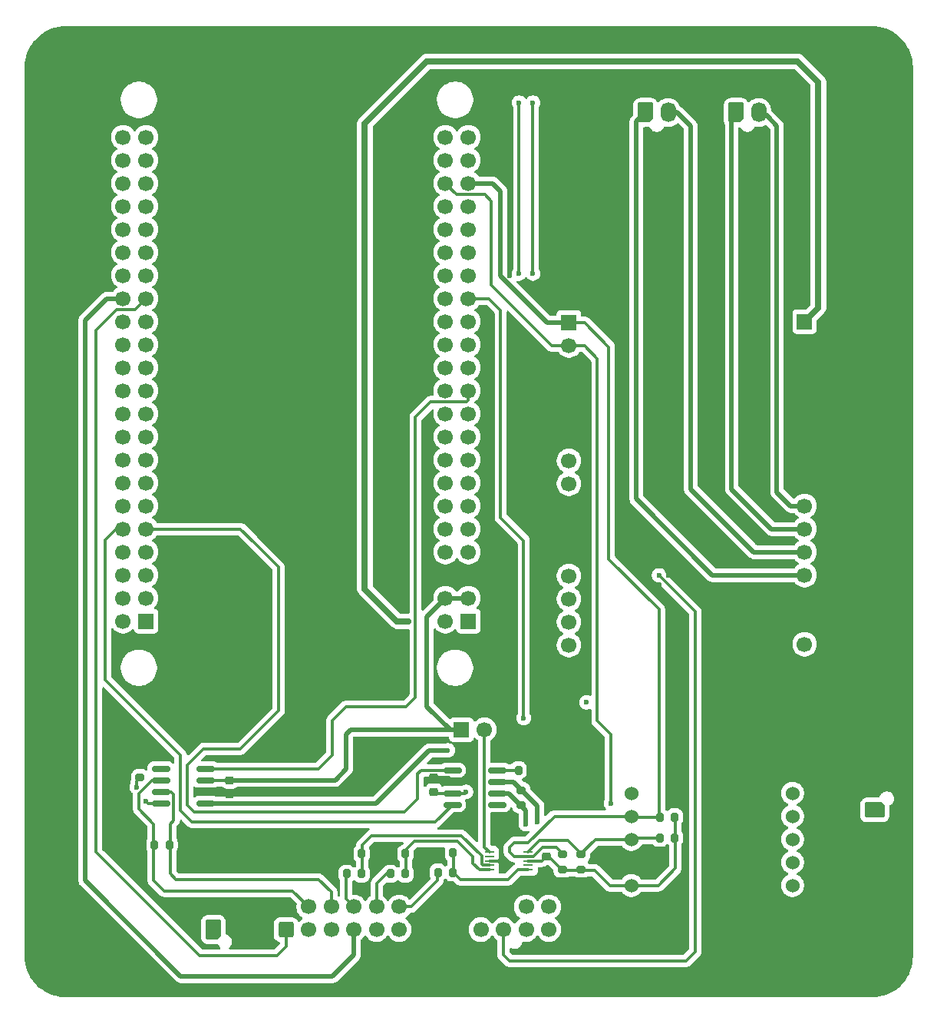
<source format=gbr>
%TF.GenerationSoftware,KiCad,Pcbnew,9.0.2*%
%TF.CreationDate,2025-06-04T00:41:33+07:00*%
%TF.ProjectId,Torque Vectoring Board,546f7271-7565-4205-9665-63746f72696e,rev?*%
%TF.SameCoordinates,Original*%
%TF.FileFunction,Copper,L1,Top*%
%TF.FilePolarity,Positive*%
%FSLAX46Y46*%
G04 Gerber Fmt 4.6, Leading zero omitted, Abs format (unit mm)*
G04 Created by KiCad (PCBNEW 9.0.2) date 2025-06-04 00:41:33*
%MOMM*%
%LPD*%
G01*
G04 APERTURE LIST*
G04 Aperture macros list*
%AMRoundRect*
0 Rectangle with rounded corners*
0 $1 Rounding radius*
0 $2 $3 $4 $5 $6 $7 $8 $9 X,Y pos of 4 corners*
0 Add a 4 corners polygon primitive as box body*
4,1,4,$2,$3,$4,$5,$6,$7,$8,$9,$2,$3,0*
0 Add four circle primitives for the rounded corners*
1,1,$1+$1,$2,$3*
1,1,$1+$1,$4,$5*
1,1,$1+$1,$6,$7*
1,1,$1+$1,$8,$9*
0 Add four rect primitives between the rounded corners*
20,1,$1+$1,$2,$3,$4,$5,0*
20,1,$1+$1,$4,$5,$6,$7,0*
20,1,$1+$1,$6,$7,$8,$9,0*
20,1,$1+$1,$8,$9,$2,$3,0*%
%AMFreePoly0*
4,1,22,0.945671,0.830970,1.026777,0.776777,1.080970,0.695671,1.100000,0.600000,1.100000,-0.600000,1.080970,-0.695671,1.026777,-0.776777,0.945671,-0.830970,0.850000,-0.850000,-0.596447,-0.850000,-0.692118,-0.830970,-0.773224,-0.776777,-1.026777,-0.523224,-1.080970,-0.442118,-1.100000,-0.346447,-1.100000,0.600000,-1.080970,0.695671,-1.026777,0.776777,-0.945671,0.830970,-0.850000,0.850000,
0.850000,0.850000,0.945671,0.830970,0.945671,0.830970,$1*%
G04 Aperture macros list end*
%TA.AperFunction,SMDPad,CuDef*%
%ADD10RoundRect,0.200000X0.275000X-0.200000X0.275000X0.200000X-0.275000X0.200000X-0.275000X-0.200000X0*%
%TD*%
%TA.AperFunction,ComponentPad*%
%ADD11FreePoly0,90.000000*%
%TD*%
%TA.AperFunction,ComponentPad*%
%ADD12O,1.700000X2.200000*%
%TD*%
%TA.AperFunction,ComponentPad*%
%ADD13C,3.600000*%
%TD*%
%TA.AperFunction,ConnectorPad*%
%ADD14C,5.700000*%
%TD*%
%TA.AperFunction,SMDPad,CuDef*%
%ADD15RoundRect,0.150000X-0.825000X-0.150000X0.825000X-0.150000X0.825000X0.150000X-0.825000X0.150000X0*%
%TD*%
%TA.AperFunction,ComponentPad*%
%ADD16C,1.524000*%
%TD*%
%TA.AperFunction,SMDPad,CuDef*%
%ADD17R,1.100000X0.250000*%
%TD*%
%TA.AperFunction,SMDPad,CuDef*%
%ADD18RoundRect,0.200000X0.200000X0.275000X-0.200000X0.275000X-0.200000X-0.275000X0.200000X-0.275000X0*%
%TD*%
%TA.AperFunction,ComponentPad*%
%ADD19FreePoly0,180.000000*%
%TD*%
%TA.AperFunction,ComponentPad*%
%ADD20O,2.200000X1.700000*%
%TD*%
%TA.AperFunction,SMDPad,CuDef*%
%ADD21RoundRect,0.200000X-0.200000X-0.275000X0.200000X-0.275000X0.200000X0.275000X-0.200000X0.275000X0*%
%TD*%
%TA.AperFunction,SMDPad,CuDef*%
%ADD22RoundRect,0.225000X-0.250000X0.225000X-0.250000X-0.225000X0.250000X-0.225000X0.250000X0.225000X0*%
%TD*%
%TA.AperFunction,SMDPad,CuDef*%
%ADD23RoundRect,0.200000X-0.275000X0.200000X-0.275000X-0.200000X0.275000X-0.200000X0.275000X0.200000X0*%
%TD*%
%TA.AperFunction,ComponentPad*%
%ADD24RoundRect,0.250000X0.600000X-0.600000X0.600000X0.600000X-0.600000X0.600000X-0.600000X-0.600000X0*%
%TD*%
%TA.AperFunction,ComponentPad*%
%ADD25C,1.700000*%
%TD*%
%TA.AperFunction,ComponentPad*%
%ADD26R,1.700000X1.700000*%
%TD*%
%TA.AperFunction,SMDPad,CuDef*%
%ADD27RoundRect,0.225000X0.250000X-0.225000X0.250000X0.225000X-0.250000X0.225000X-0.250000X-0.225000X0*%
%TD*%
%TA.AperFunction,SMDPad,CuDef*%
%ADD28RoundRect,0.150000X0.825000X0.150000X-0.825000X0.150000X-0.825000X-0.150000X0.825000X-0.150000X0*%
%TD*%
%TA.AperFunction,ViaPad*%
%ADD29C,0.600000*%
%TD*%
%TA.AperFunction,Conductor*%
%ADD30C,0.350000*%
%TD*%
%TA.AperFunction,Conductor*%
%ADD31C,0.508000*%
%TD*%
%TA.AperFunction,Conductor*%
%ADD32C,0.700000*%
%TD*%
G04 APERTURE END LIST*
D10*
%TO.P,R11,1*%
%TO.N,3V3*%
X105902000Y-126420500D03*
%TO.P,R11,2*%
%TO.N,SCL*%
X105902000Y-124770500D03*
%TD*%
D11*
%TO.P,J3,1,Pin_1*%
%TO.N,WS_FRo*%
X113000000Y-43000000D03*
D12*
%TO.P,J3,2,Pin_2*%
%TO.N,WS_FLo*%
X115500000Y-43000000D03*
%TD*%
D10*
%TO.P,R10,1*%
%TO.N,3V3*%
X103843166Y-126420500D03*
%TO.P,R10,2*%
%TO.N,SDA*%
X103843166Y-124770500D03*
%TD*%
D13*
%TO.P,H3,1,1*%
%TO.N,GND*%
X49000000Y-136000000D03*
D14*
X49000000Y-136000000D03*
%TD*%
D15*
%TO.P,U4,1,D*%
%TO.N,CAN2_TX*%
X91704500Y-115482500D03*
%TO.P,U4,2,GND*%
%TO.N,GND*%
X91704500Y-116752500D03*
%TO.P,U4,3,VCC*%
%TO.N,3V3*%
X91704500Y-118022500D03*
%TO.P,U4,4,R*%
%TO.N,CAN2_RX*%
X91704500Y-119292500D03*
%TO.P,U4,5,Vref*%
%TO.N,unconnected-(U4-Vref-Pad5)*%
X96654500Y-119292500D03*
%TO.P,U4,6,CANL*%
%TO.N,ESC2_LO*%
X96654500Y-118022500D03*
%TO.P,U4,7,CANH*%
%TO.N,ESC2_HI*%
X96654500Y-116752500D03*
%TO.P,U4,8,Rs*%
%TO.N,Net-(U4-Rs)*%
X96654500Y-115482500D03*
%TD*%
D16*
%TO.P,U2,1,VCC*%
%TO.N,3V3*%
X111450000Y-128185000D03*
%TO.P,U2,2,GND*%
%TO.N,GND*%
X111450000Y-125645000D03*
%TO.P,U2,3,SCL*%
%TO.N,SCL*%
X111450000Y-123105000D03*
%TO.P,U2,4,SDA*%
%TO.N,SDA*%
X111450000Y-120565000D03*
%TO.P,U2,5,INT*%
%TO.N,unconnected-(U2-INT-Pad5)*%
X111450000Y-118025000D03*
%TO.P,U2,6,BOOT*%
%TO.N,unconnected-(U2-BOOT-Pad6)*%
X129230000Y-128185000D03*
%TO.P,U2,7,PS1*%
%TO.N,unconnected-(U2-PS1-Pad7)*%
X129230000Y-125645000D03*
%TO.P,U2,8,PS2*%
%TO.N,unconnected-(U2-PS2-Pad8)*%
X129230000Y-123105000D03*
%TO.P,U2,9,BL-IND*%
%TO.N,unconnected-(U2-BL-IND-Pad9)*%
X129230000Y-120565000D03*
%TO.P,U2,10,RST*%
%TO.N,unconnected-(U2-RST-Pad10)*%
X129230000Y-118025000D03*
%TD*%
D17*
%TO.P,U5,1,ADDR*%
%TO.N,ADDR*%
X95760000Y-124476000D03*
%TO.P,U5,2,ALERT/RDY*%
%TO.N,unconnected-(U5-ALERT{slash}RDY-Pad2)*%
X95760000Y-124976000D03*
%TO.P,U5,3,GND*%
%TO.N,GND*%
X95760000Y-125476000D03*
%TO.P,U5,4,AIN0*%
%TO.N,STEER*%
X95760000Y-125976000D03*
%TO.P,U5,5,AIN1*%
%TO.N,APPS2*%
X95760000Y-126476000D03*
%TO.P,U5,6,AIN2*%
%TO.N,APPS1*%
X100060000Y-126476000D03*
%TO.P,U5,7,AIN3*%
%TO.N,unconnected-(U5-AIN3-Pad7)*%
X100060000Y-125976000D03*
%TO.P,U5,8,VDD*%
%TO.N,3V3*%
X100060000Y-125476000D03*
%TO.P,U5,9,SDA*%
%TO.N,SDA*%
X100060000Y-124976000D03*
%TO.P,U5,10,SCL*%
%TO.N,SCL*%
X100060000Y-124476000D03*
%TD*%
D18*
%TO.P,R5,1*%
%TO.N,GND*%
X100631000Y-115482500D03*
%TO.P,R5,2*%
%TO.N,Net-(U4-Rs)*%
X98981000Y-115482500D03*
%TD*%
D11*
%TO.P,12Vin1,1,Pin_1*%
%TO.N,12V*%
X65332000Y-133048000D03*
D12*
%TO.P,12Vin1,2,Pin_2*%
%TO.N,GND*%
X67832000Y-133048000D03*
%TD*%
D19*
%TO.P,5Vin1,1,Pin_1*%
%TO.N,5V*%
X138275000Y-119868000D03*
D20*
%TO.P,5Vin1,2,Pin_2*%
%TO.N,GND*%
X138275000Y-117368000D03*
%TD*%
D21*
%TO.P,R14,1*%
%TO.N,APPS_IN1*%
X90107000Y-126762000D03*
%TO.P,R14,2*%
%TO.N,APPS1*%
X91757000Y-126762000D03*
%TD*%
D22*
%TO.P,C2,1*%
%TO.N,3V3*%
X67132389Y-116579299D03*
%TO.P,C2,2*%
%TO.N,GND*%
X67132389Y-118129299D03*
%TD*%
D21*
%TO.P,R9,1*%
%TO.N,GND*%
X80034500Y-124698000D03*
%TO.P,R9,2*%
%TO.N,STEER*%
X81684500Y-124698000D03*
%TD*%
D18*
%TO.P,R12,1*%
%TO.N,3V3*%
X116228500Y-122952000D03*
%TO.P,R12,2*%
%TO.N,SCL*%
X114578500Y-122952000D03*
%TD*%
D21*
%TO.P,R15,1*%
%TO.N,GND*%
X90107000Y-124562000D03*
%TO.P,R15,2*%
%TO.N,APPS1*%
X91757000Y-124562000D03*
%TD*%
D23*
%TO.P,R3,1*%
%TO.N,ESC2_HI*%
X99298000Y-117705500D03*
%TO.P,R3,2*%
%TO.N,ESC2_LO*%
X99298000Y-119355500D03*
%TD*%
D24*
%TO.P,J2,1,Pin_1*%
%TO.N,GND*%
X92332000Y-133048000D03*
D25*
%TO.P,J2,2,Pin_2*%
%TO.N,WS_RL*%
X94832000Y-133048000D03*
%TO.P,J2,3,Pin_3*%
%TO.N,WS_RR*%
X97332000Y-133048000D03*
%TO.P,J2,4,Pin_4*%
%TO.N,WS_FL*%
X99832000Y-133048000D03*
%TO.P,J2,5,Pin_5*%
%TO.N,WS_FR*%
X102332000Y-133048000D03*
%TO.P,J2,6,Pin_6*%
%TO.N,GND*%
X104832000Y-133048000D03*
%TO.P,J2,7,Pin_7*%
X92332000Y-130548000D03*
%TO.P,J2,8,Pin_8*%
X94832000Y-130548000D03*
%TO.P,J2,9,Pin_9*%
X97332000Y-130548000D03*
%TO.P,J2,10,Pin_10*%
%TO.N,ESC2_LO*%
X99832000Y-130548000D03*
%TO.P,J2,11,Pin_11*%
%TO.N,ESC2_HI*%
X102332000Y-130548000D03*
%TO.P,J2,12,Pin_12*%
%TO.N,GND*%
X104832000Y-130548000D03*
%TD*%
D18*
%TO.P,R2,1*%
%TO.N,ESC1_HI*%
X60487889Y-123691299D03*
%TO.P,R2,2*%
%TO.N,ESC1_LO*%
X58837889Y-123691299D03*
%TD*%
D11*
%TO.P,J4,1,Pin_1*%
%TO.N,WS_RRo*%
X123000000Y-43000000D03*
D12*
%TO.P,J4,2,Pin_2*%
%TO.N,WS_RLo*%
X125500000Y-43000000D03*
%TD*%
D26*
%TO.P,U6,1,5V*%
%TO.N,5V*%
X130556000Y-66040000D03*
D25*
%TO.P,U6,2,12V*%
%TO.N,12V*%
X130556000Y-101600000D03*
%TO.P,U6,3,RX*%
%TO.N,STM_TX*%
X104551250Y-81374914D03*
%TO.P,U6,4,TX*%
%TO.N,STM_RX*%
X104551250Y-83914914D03*
%TO.P,U6,5,WS_RR*%
%TO.N,WS_RR*%
X104551250Y-94074914D03*
%TO.P,U6,6,WS_RL*%
%TO.N,WS_RL*%
X104551250Y-96614914D03*
%TO.P,U6,7,WS_FR*%
%TO.N,WS_FR*%
X104551250Y-99154914D03*
%TO.P,U6,8,WS_FL*%
%TO.N,WS_FL*%
X104551250Y-101694914D03*
%TO.P,U6,9,WS_RL_O*%
%TO.N,WS_RLo*%
X130556000Y-86360000D03*
%TO.P,U6,10,WS_RR_O*%
%TO.N,WS_RRo*%
X130556000Y-88900000D03*
%TO.P,U6,11,WS_FR_O*%
%TO.N,WS_FRo*%
X130556000Y-91440000D03*
%TO.P,U6,12,WS_FL_O*%
%TO.N,WS_FLo*%
X130556000Y-93980000D03*
D26*
%TO.P,U6,13,SDA*%
%TO.N,SDA*%
X104551250Y-66134914D03*
D25*
%TO.P,U6,14,SCL*%
%TO.N,SCL*%
X104551250Y-68674914D03*
%TO.P,U6,15,GND*%
%TO.N,GND*%
X104551250Y-71214914D03*
X104551250Y-73754914D03*
X104551250Y-76294914D03*
X104551250Y-78834914D03*
X104551250Y-86454914D03*
X104551250Y-88994914D03*
X104551250Y-91534914D03*
X130556000Y-68580000D03*
X130556000Y-71120000D03*
X130556000Y-73660000D03*
X130556000Y-76200000D03*
X130556000Y-78740000D03*
X130556000Y-81280000D03*
X130556000Y-83820000D03*
X130556000Y-96520000D03*
X130556000Y-99060000D03*
%TD*%
D26*
%TO.P,ADDR_SELECT1,1,Pin_1*%
%TO.N,3V3*%
X92694000Y-111014000D03*
D25*
%TO.P,ADDR_SELECT1,2,Pin_2*%
%TO.N,ADDR*%
X95234000Y-111014000D03*
%TO.P,ADDR_SELECT1,3,Pin_3*%
%TO.N,GND*%
X97774000Y-111014000D03*
%TD*%
D27*
%TO.P,C1,1*%
%TO.N,GND*%
X102092000Y-126534000D03*
%TO.P,C1,2*%
%TO.N,3V3*%
X102092000Y-124984000D03*
%TD*%
D13*
%TO.P,H2,1,1*%
%TO.N,GND*%
X138000000Y-38000000D03*
D14*
X138000000Y-38000000D03*
%TD*%
D28*
%TO.P,U3,1,D*%
%TO.N,CAN1_TX*%
X64500000Y-119142000D03*
%TO.P,U3,2,GND*%
%TO.N,GND*%
X64500000Y-117872000D03*
%TO.P,U3,3,VCC*%
%TO.N,3V3*%
X64500000Y-116602000D03*
%TO.P,U3,4,R*%
%TO.N,CAN1_RX*%
X64500000Y-115332000D03*
%TO.P,U3,5,Vref*%
%TO.N,unconnected-(U3-Vref-Pad5)*%
X59550000Y-115332000D03*
%TO.P,U3,6,CANL*%
%TO.N,ESC1_LO*%
X59550000Y-116602000D03*
%TO.P,U3,7,CANH*%
%TO.N,ESC1_HI*%
X59550000Y-117872000D03*
%TO.P,U3,8,Rs*%
%TO.N,Net-(U3-Rs)*%
X59550000Y-119142000D03*
%TD*%
D21*
%TO.P,R8,1*%
%TO.N,STEER_IN*%
X80034500Y-126898000D03*
%TO.P,R8,2*%
%TO.N,STEER*%
X81684500Y-126898000D03*
%TD*%
%TO.P,R7,1*%
%TO.N,GND*%
X84860500Y-124698000D03*
%TO.P,R7,2*%
%TO.N,APPS2*%
X86510500Y-124698000D03*
%TD*%
%TO.P,R6,1*%
%TO.N,APPS_IN2*%
X84860500Y-126898000D03*
%TO.P,R6,2*%
%TO.N,APPS2*%
X86510500Y-126898000D03*
%TD*%
D24*
%TO.P,J1,1,Pin_1*%
%TO.N,SCK*%
X73332000Y-133048000D03*
D25*
%TO.P,J1,2,Pin_2*%
%TO.N,MISO*%
X75832000Y-133048000D03*
%TO.P,J1,3,Pin_3*%
%TO.N,MOSI*%
X78332000Y-133048000D03*
%TO.P,J1,4,Pin_4*%
%TO.N,SS*%
X80832000Y-133048000D03*
%TO.P,J1,5,Pin_5*%
%TO.N,STM_TX_2*%
X83332000Y-133048000D03*
%TO.P,J1,6,Pin_6*%
%TO.N,STM_RX_2*%
X85832000Y-133048000D03*
%TO.P,J1,7,Pin_7*%
%TO.N,GND*%
X73332000Y-130548000D03*
%TO.P,J1,8,Pin_8*%
%TO.N,ESC1_LO*%
X75832000Y-130548000D03*
%TO.P,J1,9,Pin_9*%
%TO.N,ESC1_HI*%
X78332000Y-130548000D03*
%TO.P,J1,10,Pin_10*%
%TO.N,STEER_IN*%
X80832000Y-130548000D03*
%TO.P,J1,11,Pin_11*%
%TO.N,APPS_IN2*%
X83332000Y-130548000D03*
%TO.P,J1,12,Pin_12*%
%TO.N,APPS_IN1*%
X85832000Y-130548000D03*
%TD*%
D13*
%TO.P,H1,1,1*%
%TO.N,GND*%
X49000000Y-38000000D03*
D14*
X49000000Y-38000000D03*
%TD*%
D23*
%TO.P,R4,1*%
%TO.N,GND*%
X57226389Y-114634799D03*
%TO.P,R4,2*%
%TO.N,Net-(U3-Rs)*%
X57226389Y-116284799D03*
%TD*%
D27*
%TO.P,C3,1*%
%TO.N,3V3*%
X89646000Y-117872000D03*
%TO.P,C3,2*%
%TO.N,GND*%
X89646000Y-116322000D03*
%TD*%
D13*
%TO.P,H4,1,1*%
%TO.N,GND*%
X138000000Y-136000000D03*
D14*
X138000000Y-136000000D03*
%TD*%
D18*
%TO.P,R13,1*%
%TO.N,3V3*%
X116228500Y-120666000D03*
%TO.P,R13,2*%
%TO.N,SDA*%
X114578500Y-120666000D03*
%TD*%
D26*
%TO.P,U1,1,5V*%
%TO.N,5V*%
X93472000Y-99060000D03*
D25*
%TO.P,U1,2,5V*%
X90932000Y-99060000D03*
%TO.P,U1,3,3V3*%
%TO.N,3V3*%
X93472000Y-96520000D03*
%TO.P,U1,4,3V3*%
X90932000Y-96520000D03*
%TO.P,U1,5,GND*%
%TO.N,GND*%
X93472000Y-93980000D03*
%TO.P,U1,6,GND*%
X90932000Y-93980000D03*
%TO.P,U1,7,PD9*%
%TO.N,unconnected-(U1-PD9-Pad7)*%
X93472000Y-91440000D03*
%TO.P,U1,8,PD8*%
%TO.N,unconnected-(U1-PD8-Pad8)*%
X90932000Y-91440000D03*
%TO.P,U1,9,PD11*%
%TO.N,unconnected-(U1-PD11-Pad9)*%
X93472000Y-88900000D03*
%TO.P,U1,10,PD10*%
%TO.N,unconnected-(U1-PD10-Pad10)*%
X90932000Y-88900000D03*
%TO.P,U1,11,PD13*%
%TO.N,unconnected-(U1-PD13-Pad11)*%
X93472000Y-86360000D03*
%TO.P,U1,12,PD12*%
%TO.N,unconnected-(U1-PD12-Pad12)*%
X90932000Y-86360000D03*
%TO.P,U1,13,PD15*%
%TO.N,unconnected-(U1-PD15-Pad13)*%
X93472000Y-83820000D03*
%TO.P,U1,14,PD14*%
%TO.N,unconnected-(U1-PD14-Pad14)*%
X90932000Y-83820000D03*
%TO.P,U1,15,PC7*%
%TO.N,unconnected-(U1-PC7-Pad15)*%
X93472000Y-81280000D03*
%TO.P,U1,16,PC6*%
%TO.N,unconnected-(U1-PC6-Pad16)*%
X90932000Y-81280000D03*
%TO.P,U1,17,PC9*%
%TO.N,unconnected-(U1-PC9-Pad17)*%
X93472000Y-78740000D03*
%TO.P,U1,18,PC8*%
%TO.N,unconnected-(U1-PC8-Pad18)*%
X90932000Y-78740000D03*
%TO.P,U1,19,PA9/TXD1*%
%TO.N,unconnected-(U1-PA9{slash}TXD1-Pad19)*%
X93472000Y-76200000D03*
%TO.P,U1,20,PA8*%
%TO.N,unconnected-(U1-PA8-Pad20)*%
X90932000Y-76200000D03*
%TO.P,U1,21,PA11/USBM*%
%TO.N,CAN1_RX*%
X93472000Y-73660000D03*
%TO.P,U1,22,PA10/RXD1*%
%TO.N,unconnected-(U1-PA10{slash}RXD1-Pad22)*%
X90932000Y-73660000D03*
%TO.P,U1,23,PA15*%
%TO.N,unconnected-(U1-PA15-Pad23)*%
X93472000Y-71120000D03*
%TO.P,U1,24,PA12/USB_DP*%
%TO.N,CAN1_TX*%
X90932000Y-71120000D03*
%TO.P,U1,25,PC11*%
%TO.N,unconnected-(U1-PC11-Pad25)*%
X93472000Y-68580000D03*
%TO.P,U1,26,PC10*%
%TO.N,unconnected-(U1-PC10-Pad26)*%
X90932000Y-68580000D03*
%TO.P,U1,27,PD0*%
%TO.N,unconnected-(U1-PD0-Pad27)*%
X93472000Y-66040000D03*
%TO.P,U1,28,PC12*%
%TO.N,STM_TX_2*%
X90932000Y-66040000D03*
%TO.P,U1,29,PD2*%
%TO.N,STM_RX_2*%
X93472000Y-63500000D03*
%TO.P,U1,30,PD1*%
%TO.N,unconnected-(U1-PD1-Pad30)*%
X90932000Y-63500000D03*
%TO.P,U1,31,PD4*%
%TO.N,unconnected-(U1-PD4-Pad31)*%
X93472000Y-60960000D03*
%TO.P,U1,32,PD3*%
%TO.N,unconnected-(U1-PD3-Pad32)*%
X90932000Y-60960000D03*
%TO.P,U1,33,PD6*%
%TO.N,unconnected-(U1-PD6-Pad33)*%
X93472000Y-58420000D03*
%TO.P,U1,34,PD5*%
%TO.N,unconnected-(U1-PD5-Pad34)*%
X90932000Y-58420000D03*
%TO.P,U1,35,PB3*%
%TO.N,WS_RLo*%
X93472000Y-55880000D03*
%TO.P,U1,36,PD7*%
%TO.N,MOSI*%
X90932000Y-55880000D03*
%TO.P,U1,37,PB5*%
%TO.N,WS_RRo*%
X93472000Y-53340000D03*
%TO.P,U1,38,PB4*%
%TO.N,MISO*%
X90932000Y-53340000D03*
%TO.P,U1,39,PB7*%
%TO.N,SDA*%
X93472000Y-50800000D03*
%TO.P,U1,40,PB6*%
%TO.N,SCL*%
X90932000Y-50800000D03*
%TO.P,U1,41,PB9*%
%TO.N,WS_FLo*%
X93472000Y-48260000D03*
%TO.P,U1,42,PB8*%
%TO.N,unconnected-(U1-PB8-Pad42)*%
X90932000Y-48260000D03*
%TO.P,U1,43,PE1*%
%TO.N,WS_FRo*%
X93472000Y-45720000D03*
%TO.P,U1,44,PE0*%
%TO.N,unconnected-(U1-PE0-Pad44)*%
X90932000Y-45720000D03*
D26*
%TO.P,U1,45,3V3*%
%TO.N,unconnected-(U1-3V3-Pad45)*%
X57912000Y-99060000D03*
D25*
%TO.P,U1,46,3V3*%
%TO.N,unconnected-(U1-3V3-Pad46)*%
X55372000Y-99060000D03*
%TO.P,U1,47,GND*%
%TO.N,unconnected-(U1-GND-Pad47)*%
X57912000Y-96520000D03*
%TO.P,U1,48,GND*%
%TO.N,unconnected-(U1-GND-Pad48)*%
X55372000Y-96520000D03*
%TO.P,U1,49,VDDA*%
%TO.N,unconnected-(U1-VDDA-Pad49)*%
X57912000Y-93980000D03*
%TO.P,U1,50,VREF+*%
%TO.N,unconnected-(U1-VREF+-Pad50)*%
X55372000Y-93980000D03*
%TO.P,U1,51,PB15*%
%TO.N,unconnected-(U1-PB15-Pad51)*%
X57912000Y-91440000D03*
%TO.P,U1,52,PB14*%
%TO.N,unconnected-(U1-PB14-Pad52)*%
X55372000Y-91440000D03*
%TO.P,U1,53,PB13*%
%TO.N,CAN2_TX*%
X57912000Y-88900000D03*
%TO.P,U1,54,PB12*%
%TO.N,CAN2_RX*%
X55372000Y-88900000D03*
%TO.P,U1,55,PB11*%
%TO.N,unconnected-(U1-PB11-Pad55)*%
X57912000Y-86360000D03*
%TO.P,U1,56,PB10*%
%TO.N,unconnected-(U1-PB10-Pad56)*%
X55372000Y-86360000D03*
%TO.P,U1,57,PE15*%
%TO.N,unconnected-(U1-PE15-Pad57)*%
X57912000Y-83820000D03*
%TO.P,U1,58,PE14*%
%TO.N,unconnected-(U1-PE14-Pad58)*%
X55372000Y-83820000D03*
%TO.P,U1,59,PE13*%
%TO.N,unconnected-(U1-PE13-Pad59)*%
X57912000Y-81280000D03*
%TO.P,U1,60,PE12*%
%TO.N,unconnected-(U1-PE12-Pad60)*%
X55372000Y-81280000D03*
%TO.P,U1,61,PE11*%
%TO.N,unconnected-(U1-PE11-Pad61)*%
X57912000Y-78740000D03*
%TO.P,U1,62,PE10*%
%TO.N,unconnected-(U1-PE10-Pad62)*%
X55372000Y-78740000D03*
%TO.P,U1,63,PE9*%
%TO.N,unconnected-(U1-PE9-Pad63)*%
X57912000Y-76200000D03*
%TO.P,U1,64,PE8*%
%TO.N,unconnected-(U1-PE8-Pad64)*%
X55372000Y-76200000D03*
%TO.P,U1,65,PE7*%
%TO.N,unconnected-(U1-PE7-Pad65)*%
X57912000Y-73660000D03*
%TO.P,U1,66,PB2*%
%TO.N,unconnected-(U1-PB2-Pad66)*%
X55372000Y-73660000D03*
%TO.P,U1,67,PB1*%
%TO.N,unconnected-(U1-PB1-Pad67)*%
X57912000Y-71120000D03*
%TO.P,U1,68,PB0*%
%TO.N,unconnected-(U1-PB0-Pad68)*%
X55372000Y-71120000D03*
%TO.P,U1,69,PC5*%
%TO.N,unconnected-(U1-PC5-Pad69)*%
X57912000Y-68580000D03*
%TO.P,U1,70,PC4*%
%TO.N,unconnected-(U1-PC4-Pad70)*%
X55372000Y-68580000D03*
%TO.P,U1,71,PA7*%
%TO.N,unconnected-(U1-PA7-Pad71)*%
X57912000Y-66040000D03*
%TO.P,U1,72,PA6*%
%TO.N,unconnected-(U1-PA6-Pad72)*%
X55372000Y-66040000D03*
%TO.P,U1,73,PA5*%
%TO.N,SCK*%
X57912000Y-63500000D03*
%TO.P,U1,74,PA4*%
%TO.N,SS*%
X55372000Y-63500000D03*
%TO.P,U1,75,PA3*%
%TO.N,unconnected-(U1-PA3-Pad75)*%
X57912000Y-60960000D03*
%TO.P,U1,76,PA2*%
%TO.N,unconnected-(U1-PA2-Pad76)*%
X55372000Y-60960000D03*
%TO.P,U1,77,PA1*%
%TO.N,STM_RX*%
X57912000Y-58420000D03*
%TO.P,U1,78,PA0*%
%TO.N,STM_TX*%
X55372000Y-58420000D03*
%TO.P,U1,79,PC3*%
%TO.N,unconnected-(U1-PC3-Pad79)*%
X57912000Y-55880000D03*
%TO.P,U1,80,PC2*%
%TO.N,unconnected-(U1-PC2-Pad80)*%
X55372000Y-55880000D03*
%TO.P,U1,81,PC1*%
%TO.N,unconnected-(U1-PC1-Pad81)*%
X57912000Y-53340000D03*
%TO.P,U1,82,PC0*%
%TO.N,unconnected-(U1-PC0-Pad82)*%
X55372000Y-53340000D03*
%TO.P,U1,83,PC13*%
%TO.N,unconnected-(U1-PC13-Pad83)*%
X57912000Y-50800000D03*
%TO.P,U1,84,PE6*%
%TO.N,unconnected-(U1-PE6-Pad84)*%
X55372000Y-50800000D03*
%TO.P,U1,85,PE5*%
%TO.N,unconnected-(U1-PE5-Pad85)*%
X57912000Y-48260000D03*
%TO.P,U1,86,PE4*%
%TO.N,unconnected-(U1-PE4-Pad86)*%
X55372000Y-48260000D03*
%TO.P,U1,87,PE3*%
%TO.N,unconnected-(U1-PE3-Pad87)*%
X57912000Y-45720000D03*
%TO.P,U1,88,PE2*%
%TO.N,unconnected-(U1-PE2-Pad88)*%
X55372000Y-45720000D03*
%TD*%
D29*
%TO.N,GND*%
X56000000Y-113000000D03*
X115500000Y-82500000D03*
X75500000Y-45500000D03*
X120500000Y-79500000D03*
X120500000Y-73500000D03*
X115000000Y-96500000D03*
X125000000Y-72000000D03*
X120500000Y-49000000D03*
X114500000Y-93000000D03*
X115500000Y-66000000D03*
X97028000Y-122428000D03*
X76500000Y-45500000D03*
X121500000Y-85500000D03*
X120500000Y-61500000D03*
X79947640Y-139149423D03*
X94000000Y-120500000D03*
X125500000Y-84000000D03*
X120500000Y-58500000D03*
X62500000Y-131000000D03*
X74000000Y-55500000D03*
X120500000Y-81000000D03*
X92511631Y-120500178D03*
X125000000Y-63000000D03*
X55000000Y-122000000D03*
X98500000Y-109000000D03*
X101750000Y-61000000D03*
X84000000Y-124000000D03*
X125000000Y-61500000D03*
X118000000Y-88000000D03*
X125000000Y-76500000D03*
X56000000Y-111500000D03*
X94000000Y-121500000D03*
X115500000Y-84000000D03*
X73500000Y-125500000D03*
X54500000Y-113000000D03*
X124500000Y-88500000D03*
X72000000Y-125500000D03*
X125000000Y-81000000D03*
X120500000Y-57000000D03*
X60500000Y-140000000D03*
X88870036Y-125696598D03*
X115500000Y-75000000D03*
X120500000Y-70500000D03*
X120500000Y-82500000D03*
X102362000Y-127508000D03*
X79947640Y-140149423D03*
X115500000Y-47500000D03*
X125000000Y-69000000D03*
X115500000Y-81000000D03*
X115500000Y-70500000D03*
X120500000Y-69000000D03*
X116000000Y-98000000D03*
X75000000Y-55500000D03*
X100500000Y-110500000D03*
X115500000Y-69000000D03*
X71866000Y-117872000D03*
X65500000Y-123500000D03*
X120500000Y-53500000D03*
X116000000Y-101000000D03*
X117000000Y-87000000D03*
X116000000Y-86000000D03*
X115500000Y-73500000D03*
X102500000Y-42000000D03*
X92511631Y-121500178D03*
X115500000Y-78000000D03*
X61500000Y-92000000D03*
X115500000Y-94000000D03*
X120500000Y-72000000D03*
X65500000Y-125000000D03*
X78947640Y-140149423D03*
X57500000Y-126500000D03*
X121000000Y-91000000D03*
X125000000Y-57000000D03*
X120500000Y-50500000D03*
X125000000Y-66000000D03*
X120500000Y-84000000D03*
X120500000Y-76500000D03*
X115500000Y-63000000D03*
X97000000Y-41500000D03*
X61000000Y-131000000D03*
X125000000Y-73500000D03*
X125000000Y-78000000D03*
X73136000Y-117872000D03*
X57000000Y-125000000D03*
X61500000Y-140000000D03*
X120500000Y-75000000D03*
X125000000Y-67500000D03*
X120500000Y-60000000D03*
X125500000Y-89500000D03*
X84000000Y-125000000D03*
X125000000Y-79500000D03*
X115500000Y-72000000D03*
X56500000Y-120500000D03*
X101500000Y-40000000D03*
X115500000Y-61500000D03*
X120500000Y-67500000D03*
X98000000Y-42500000D03*
X125000000Y-75000000D03*
X98000000Y-61000000D03*
X75500000Y-46500000D03*
X115500000Y-76500000D03*
X98000000Y-59000000D03*
X116000000Y-99500000D03*
X125000000Y-60000000D03*
X54500000Y-111500000D03*
X97167948Y-126404073D03*
X115500000Y-60000000D03*
X123500000Y-87500000D03*
X115500000Y-58500000D03*
X120500000Y-52000000D03*
X115500000Y-49000000D03*
X122500000Y-86500000D03*
X125000000Y-82500000D03*
X125000000Y-64500000D03*
X56500000Y-122000000D03*
X56500000Y-123500000D03*
X56000000Y-126500000D03*
X122000000Y-92000000D03*
X67000000Y-125000000D03*
X70596000Y-117872000D03*
X98516369Y-122427822D03*
X61000000Y-130000000D03*
X120500000Y-64500000D03*
X69326000Y-117872000D03*
X115500000Y-53500000D03*
X67000000Y-123500000D03*
X60500000Y-139000000D03*
X55000000Y-120500000D03*
X61500000Y-90500000D03*
X120500000Y-66000000D03*
X114500000Y-95000000D03*
X75000000Y-54500000D03*
X120500000Y-47500000D03*
X62500000Y-130000000D03*
X115500000Y-50500000D03*
X101750000Y-59000000D03*
X72000000Y-124000000D03*
X55000000Y-123500000D03*
X119000000Y-89000000D03*
X88900000Y-124460000D03*
X74152000Y-117872000D03*
X115500000Y-79500000D03*
X115500000Y-64500000D03*
X125000000Y-58500000D03*
X60000000Y-90500000D03*
X73500000Y-124000000D03*
X60000000Y-92000000D03*
X120500000Y-46000000D03*
X97012000Y-125492000D03*
X125000000Y-70500000D03*
X115500000Y-57000000D03*
X55500000Y-125000000D03*
X115500000Y-52000000D03*
X120500000Y-63000000D03*
X120500000Y-78000000D03*
X120000000Y-90000000D03*
X97846809Y-125828517D03*
X101000000Y-109500000D03*
X115500000Y-67500000D03*
%TO.N,STM_RX*%
X99060000Y-41910000D03*
X99060000Y-60750000D03*
%TO.N,5V*%
X86868000Y-99060000D03*
%TO.N,STM_TX*%
X100584000Y-60750000D03*
X100584000Y-41910000D03*
%TO.N,Net-(U3-Rs)*%
X57896000Y-118888000D03*
X56880000Y-117364000D03*
%TO.N,3V3*%
X106500000Y-108000000D03*
X93202000Y-117872000D03*
%TO.N,STM_RX_2*%
X99568000Y-109728000D03*
%TO.N,CAN1_TX*%
X91186000Y-113284000D03*
%TO.N,SCL*%
X109204000Y-119142000D03*
%TO.N,ESC2_HI*%
X101076000Y-121174000D03*
%TO.N,ESC2_LO*%
X99806000Y-121428000D03*
%TO.N,WS_RR*%
X114500000Y-94000000D03*
%TD*%
D30*
%TO.N,APPS_IN2*%
X83332000Y-127996000D02*
X84430000Y-126898000D01*
X84430000Y-126898000D02*
X84773000Y-126898000D01*
X83332000Y-130548000D02*
X83332000Y-127996000D01*
%TO.N,GND*%
X89646000Y-116322000D02*
X91274000Y-116322000D01*
D31*
X104551250Y-71214914D02*
X104551250Y-78834914D01*
D30*
X102092000Y-126534000D02*
X102092000Y-127238000D01*
X102092000Y-127238000D02*
X102362000Y-127508000D01*
X91274000Y-116322000D02*
X91704500Y-116752500D01*
X97012000Y-125492000D02*
X96996000Y-125476000D01*
X96996000Y-125476000D02*
X95760000Y-125476000D01*
%TO.N,STM_RX*%
X99060000Y-41910000D02*
X99060000Y-60750000D01*
D32*
%TO.N,5V*%
X132080000Y-63246000D02*
X132080000Y-39624000D01*
X85598000Y-99060000D02*
X86868000Y-99060000D01*
X85598000Y-40640000D02*
X82042000Y-44196000D01*
X82042000Y-95504000D02*
X85598000Y-99060000D01*
X132080000Y-64516000D02*
X132080000Y-63246000D01*
X129794000Y-37338000D02*
X88900000Y-37338000D01*
X132080000Y-39624000D02*
X129794000Y-37338000D01*
X130556000Y-66040000D02*
X132080000Y-64516000D01*
X88900000Y-37338000D02*
X85598000Y-40640000D01*
X82042000Y-44196000D02*
X82042000Y-95504000D01*
D30*
%TO.N,STM_TX*%
X100584000Y-41910000D02*
X100584000Y-60750000D01*
%TO.N,APPS_IN1*%
X87130000Y-130548000D02*
X85832000Y-130548000D01*
X90019500Y-126762000D02*
X90019500Y-127658500D01*
X90019500Y-127658500D02*
X87130000Y-130548000D01*
%TO.N,Net-(U3-Rs)*%
X59550000Y-119142000D02*
X58150000Y-119142000D01*
X56880000Y-116718688D02*
X57226389Y-116372299D01*
X58150000Y-119142000D02*
X57896000Y-118888000D01*
X56880000Y-117364000D02*
X56880000Y-116718688D01*
%TO.N,Net-(U4-Rs)*%
X98893500Y-115482500D02*
X96654500Y-115482500D01*
%TO.N,3V3*%
X64500000Y-116602000D02*
X67109688Y-116602000D01*
D31*
X67132389Y-116579299D02*
X78746701Y-116579299D01*
X78746701Y-116579299D02*
X79994000Y-115332000D01*
X92694000Y-111014000D02*
X81010000Y-111014000D01*
D30*
X116316000Y-126254000D02*
X116316000Y-122952000D01*
D31*
X90932000Y-96520000D02*
X93472000Y-96520000D01*
D30*
X114385000Y-128185000D02*
X116316000Y-126254000D01*
X109103000Y-128185000D02*
X111450000Y-128185000D01*
D31*
X91456000Y-111014000D02*
X92694000Y-111014000D01*
D30*
X102092000Y-124984000D02*
X102319166Y-124984000D01*
X102092000Y-124984000D02*
X101600000Y-125476000D01*
X102319166Y-124984000D02*
X103843166Y-126508000D01*
X91704500Y-118022500D02*
X93051500Y-118022500D01*
D31*
X88900000Y-108458000D02*
X91456000Y-111014000D01*
D30*
X111450000Y-128185000D02*
X114385000Y-128185000D01*
D31*
X80756000Y-111014000D02*
X80502000Y-111014000D01*
D30*
X101600000Y-125476000D02*
X100060000Y-125476000D01*
X116316000Y-120666000D02*
X116316000Y-122952000D01*
X89796500Y-118022500D02*
X89646000Y-117872000D01*
X105902000Y-126508000D02*
X107426000Y-126508000D01*
D31*
X90932000Y-96520000D02*
X88900000Y-98552000D01*
X80502000Y-111014000D02*
X79994000Y-111522000D01*
D30*
X91704500Y-118022500D02*
X89796500Y-118022500D01*
X67109688Y-116602000D02*
X67132389Y-116579299D01*
X107426000Y-126508000D02*
X109103000Y-128185000D01*
D31*
X81010000Y-111014000D02*
X80756000Y-111014000D01*
X79994000Y-115332000D02*
X79994000Y-111522000D01*
X88900000Y-98552000D02*
X88900000Y-108458000D01*
D30*
X103843166Y-126508000D02*
X105902000Y-126508000D01*
X93051500Y-118022500D02*
X93202000Y-117872000D01*
%TO.N,STM_RX_2*%
X97028000Y-87630000D02*
X97028000Y-64770000D01*
X97028000Y-64770000D02*
X95758000Y-63500000D01*
X95758000Y-63500000D02*
X93472000Y-63500000D01*
X99568000Y-109728000D02*
X99568000Y-90170000D01*
X99568000Y-90170000D02*
X97028000Y-87630000D01*
%TO.N,CAN2_RX*%
X53400000Y-90100000D02*
X54600000Y-88900000D01*
X53400000Y-105500000D02*
X53400000Y-90100000D01*
X61716157Y-113816157D02*
X53400000Y-105500000D01*
X89823000Y-121174000D02*
X62974833Y-121174000D01*
X91704500Y-119292500D02*
X89823000Y-121174000D01*
X62974833Y-121174000D02*
X61716157Y-119915324D01*
X54600000Y-88900000D02*
X54921000Y-88900000D01*
X61716157Y-119915324D02*
X61716157Y-113816157D01*
D31*
%TO.N,CAN1_TX*%
X89154000Y-113284000D02*
X83296000Y-119142000D01*
X83296000Y-119142000D02*
X64500000Y-119142000D01*
D30*
X90932000Y-71374000D02*
X90932000Y-71120000D01*
D31*
X91186000Y-113284000D02*
X89154000Y-113284000D01*
D30*
%TO.N,SCK*%
X73332000Y-134948000D02*
X73332000Y-133048000D01*
X54629435Y-64750565D02*
X52400000Y-66980000D01*
X52400000Y-66980000D02*
X52400000Y-124536000D01*
X56661435Y-64750565D02*
X54629435Y-64750565D01*
X52400000Y-124536000D02*
X63770000Y-135906000D01*
X63770000Y-135906000D02*
X72374000Y-135906000D01*
X72374000Y-135906000D02*
X73332000Y-134948000D01*
X57912000Y-63500000D02*
X56661435Y-64750565D01*
D31*
%TO.N,SS*%
X80832000Y-135830000D02*
X80832000Y-133048000D01*
X53594000Y-63500000D02*
X51200000Y-65894000D01*
X78486000Y-138176000D02*
X80832000Y-135830000D01*
X55372000Y-63500000D02*
X53594000Y-63500000D01*
X51200000Y-127654000D02*
X61722000Y-138176000D01*
X61722000Y-138176000D02*
X78486000Y-138176000D01*
X51200000Y-65894000D02*
X51200000Y-127654000D01*
D30*
%TO.N,SDA*%
X105648000Y-120565000D02*
X111450000Y-120565000D01*
X114491000Y-120666000D02*
X114491000Y-97727000D01*
X98028000Y-123968000D02*
X98536000Y-123460000D01*
X98028000Y-124476000D02*
X98028000Y-123968000D01*
X114491000Y-120666000D02*
X111551000Y-120666000D01*
X98536000Y-124984000D02*
X98028000Y-124476000D01*
X98536000Y-123460000D02*
X100060000Y-123460000D01*
X100060000Y-124976000D02*
X99306000Y-124976000D01*
X101648000Y-123968000D02*
X100640000Y-124976000D01*
X99306000Y-124976000D02*
X99298000Y-124984000D01*
X100640000Y-124976000D02*
X100060000Y-124976000D01*
X114491000Y-97727000D02*
X114427000Y-97663000D01*
X108966000Y-92202000D02*
X108966000Y-68834000D01*
X106266914Y-66134914D02*
X104551250Y-66134914D01*
X102955000Y-120565000D02*
X104632000Y-120565000D01*
D31*
X97000000Y-51662181D02*
X97000000Y-61000000D01*
D30*
X103128166Y-123968000D02*
X101648000Y-123968000D01*
X99298000Y-124984000D02*
X98536000Y-124984000D01*
X103843166Y-124683000D02*
X103128166Y-123968000D01*
X100060000Y-123460000D02*
X102955000Y-120565000D01*
D31*
X102134914Y-66134914D02*
X104551250Y-66134914D01*
X97000000Y-61000000D02*
X102134914Y-66134914D01*
D30*
X108966000Y-68834000D02*
X106266914Y-66134914D01*
X114427000Y-97663000D02*
X108966000Y-92202000D01*
D31*
X96137819Y-50800000D02*
X97000000Y-51662181D01*
X93472000Y-50800000D02*
X96137819Y-50800000D01*
D30*
X105140000Y-120565000D02*
X105648000Y-120565000D01*
X104632000Y-120565000D02*
X105140000Y-120565000D01*
%TO.N,CAN1_RX*%
X78470000Y-113808000D02*
X78470000Y-109998000D01*
X76946000Y-115332000D02*
X78470000Y-113808000D01*
X64500000Y-115332000D02*
X76946000Y-115332000D01*
X87630000Y-76570000D02*
X89300000Y-74900000D01*
X87630000Y-107442000D02*
X87630000Y-76570000D01*
X93244000Y-74900000D02*
X93472000Y-74672000D01*
X89300000Y-74900000D02*
X93244000Y-74900000D01*
X86614000Y-108458000D02*
X87630000Y-107442000D01*
X93472000Y-74672000D02*
X93472000Y-73660000D01*
X80010000Y-108458000D02*
X86614000Y-108458000D01*
X78470000Y-109998000D02*
X80010000Y-108458000D01*
%TO.N,SCL*%
X111450000Y-123105000D02*
X107480000Y-123105000D01*
X101330000Y-123206000D02*
X100060000Y-124476000D01*
X90932000Y-50800000D02*
X92168905Y-52036905D01*
X96000000Y-52750000D02*
X96000000Y-62000000D01*
X102674914Y-68674914D02*
X104551250Y-68674914D01*
X114491000Y-122952000D02*
X111603000Y-122952000D01*
X105902000Y-124683000D02*
X104425000Y-123206000D01*
X92168905Y-52036905D02*
X95286905Y-52036905D01*
X95286905Y-52036905D02*
X96000000Y-52750000D01*
X107696000Y-110014000D02*
X109204000Y-111522000D01*
X104425000Y-123206000D02*
X103108000Y-123206000D01*
X96000000Y-62000000D02*
X102674914Y-68674914D01*
X109204000Y-111522000D02*
X109204000Y-119142000D01*
X107696000Y-70104000D02*
X107696000Y-110014000D01*
X106266914Y-68674914D02*
X107696000Y-70104000D01*
X107480000Y-123105000D02*
X105902000Y-124683000D01*
X104551250Y-68674914D02*
X106266914Y-68674914D01*
X103108000Y-123206000D02*
X101330000Y-123206000D01*
%TO.N,CAN2_TX*%
X72535173Y-108914893D02*
X68315686Y-113134380D01*
X88225500Y-115482500D02*
X91704500Y-115482500D01*
X87868000Y-118634000D02*
X87868000Y-115840000D01*
X64206545Y-113134380D02*
X62413466Y-114927459D01*
X62413466Y-119335447D02*
X63183435Y-120105416D01*
X69723000Y-90297000D02*
X68326000Y-88900000D01*
X68326000Y-88900000D02*
X57912000Y-88900000D01*
X72535173Y-93500000D02*
X72535173Y-108914893D01*
X69723000Y-90297000D02*
X69596000Y-90170000D01*
X63183435Y-120105416D02*
X86396584Y-120105416D01*
X72535173Y-93500000D02*
X72535173Y-93109173D01*
X87868000Y-115840000D02*
X88225500Y-115482500D01*
X72535173Y-93109173D02*
X69723000Y-90297000D01*
X62413466Y-114927459D02*
X62413466Y-119335447D01*
X68315686Y-113134380D02*
X64206545Y-113134380D01*
X86396584Y-120105416D02*
X87868000Y-118634000D01*
%TO.N,ESC1_LO*%
X58750389Y-121405299D02*
X58750389Y-123691299D01*
X58750389Y-127616389D02*
X59928000Y-128794000D01*
X74078000Y-128794000D02*
X75832000Y-130548000D01*
X58750389Y-121405299D02*
X57134000Y-119788910D01*
X58575001Y-116602000D02*
X59550000Y-116602000D01*
X57134000Y-119788910D02*
X57134000Y-118043001D01*
X57134000Y-118043001D02*
X58575001Y-116602000D01*
X59928000Y-128794000D02*
X74078000Y-128794000D01*
X58750389Y-123691299D02*
X58750389Y-127616389D01*
%TO.N,ESC1_HI*%
X60944000Y-118126000D02*
X60944000Y-121036688D01*
X60575389Y-121405299D02*
X60575389Y-123691299D01*
X76946000Y-127524000D02*
X78332000Y-128910000D01*
X60690000Y-117872000D02*
X60944000Y-118126000D01*
X60944000Y-121036688D02*
X60575389Y-121405299D01*
X60575389Y-123691299D02*
X60575389Y-126901389D01*
X59550000Y-117872000D02*
X60690000Y-117872000D01*
X61198000Y-127524000D02*
X76946000Y-127524000D01*
X60575389Y-126901389D02*
X61198000Y-127524000D01*
X78332000Y-128910000D02*
X78332000Y-130548000D01*
%TO.N,STEER*%
X94934000Y-124938000D02*
X94934000Y-125877000D01*
X81772000Y-123714000D02*
X82788000Y-122698000D01*
X81772000Y-126898000D02*
X81772000Y-124698000D01*
X81772000Y-124698000D02*
X81772000Y-123714000D01*
X92694000Y-122698000D02*
X94934000Y-124938000D01*
X95033000Y-125976000D02*
X95760000Y-125976000D01*
X82788000Y-122698000D02*
X92694000Y-122698000D01*
X94934000Y-125877000D02*
X95033000Y-125976000D01*
D31*
%TO.N,ESC2_HI*%
X96654500Y-116752500D02*
X98432500Y-116752500D01*
X101076000Y-119396000D02*
X101076000Y-121174000D01*
X98432500Y-116752500D02*
X99298000Y-117618000D01*
X99298000Y-117618000D02*
X101076000Y-119396000D01*
D30*
%TO.N,ADDR*%
X95234000Y-123950000D02*
X95760000Y-124476000D01*
X95234000Y-111014000D02*
X95234000Y-123950000D01*
D31*
%TO.N,ESC2_LO*%
X99806000Y-119951000D02*
X99298000Y-119443000D01*
X97877500Y-118022500D02*
X99298000Y-119443000D01*
X96654500Y-118022500D02*
X97877500Y-118022500D01*
X99806000Y-121428000D02*
X99806000Y-119951000D01*
D30*
%TO.N,APPS2*%
X86598000Y-124222000D02*
X87514553Y-123305447D01*
X86598000Y-126898000D02*
X86598000Y-124698000D01*
X87514553Y-123305447D02*
X92285447Y-123305447D01*
X94694000Y-126476000D02*
X95760000Y-126476000D01*
X86598000Y-124698000D02*
X86598000Y-124222000D01*
X92285447Y-123305447D02*
X93964000Y-124984000D01*
X93964000Y-125746000D02*
X94694000Y-126476000D01*
X93964000Y-124984000D02*
X93964000Y-125746000D01*
%TO.N,WS_RR*%
X118500000Y-104000000D02*
X118500000Y-98000000D01*
X117500000Y-136500000D02*
X118500000Y-135500000D01*
X118500000Y-135500000D02*
X118500000Y-104000000D01*
X118500000Y-98000000D02*
X114500000Y-94000000D01*
X97332000Y-135832000D02*
X98000000Y-136500000D01*
X98000000Y-136500000D02*
X117500000Y-136500000D01*
X97332000Y-133048000D02*
X97332000Y-135832000D01*
%TO.N,STEER_IN*%
X79947000Y-126898000D02*
X79947000Y-129663000D01*
X79947000Y-129663000D02*
X80832000Y-130548000D01*
%TO.N,APPS1*%
X97857210Y-127524000D02*
X98905210Y-126476000D01*
X91844500Y-126762000D02*
X92606500Y-127524000D01*
X91844500Y-124562000D02*
X91844500Y-126762000D01*
X92606500Y-127524000D02*
X97857210Y-127524000D01*
X98905210Y-126476000D02*
X100060000Y-126476000D01*
D31*
%TO.N,WS_FRo*%
X130556000Y-93980000D02*
X120396000Y-93980000D01*
X112000000Y-44000000D02*
X113000000Y-43000000D01*
X120396000Y-93980000D02*
X112000000Y-85584000D01*
X112000000Y-85584000D02*
X112000000Y-46250000D01*
X112000000Y-46250000D02*
X112000000Y-44000000D01*
%TO.N,WS_FLo*%
X130556000Y-91440000D02*
X124940000Y-91440000D01*
X124940000Y-91440000D02*
X118000000Y-84500000D01*
X118000000Y-44500000D02*
X116500000Y-43000000D01*
X116500000Y-43000000D02*
X115500000Y-43000000D01*
X118000000Y-84500000D02*
X118000000Y-44500000D01*
%TO.N,WS_RLo*%
X129032000Y-86360000D02*
X127508000Y-84836000D01*
X127508000Y-84836000D02*
X127508000Y-44500000D01*
X126508000Y-43500000D02*
X127508000Y-44500000D01*
X126500000Y-43500000D02*
X126508000Y-43500000D01*
X126500000Y-43500000D02*
X125500000Y-42500000D01*
X130556000Y-86360000D02*
X129032000Y-86360000D01*
%TO.N,WS_RRo*%
X122508000Y-84508000D02*
X122508000Y-42926000D01*
X126900000Y-88900000D02*
X122508000Y-84508000D01*
X130556000Y-88900000D02*
X126900000Y-88900000D01*
%TD*%
%TA.AperFunction,Conductor*%
%TO.N,GND*%
G36*
X53280703Y-106336450D02*
G01*
X53287181Y-106342482D01*
X61004338Y-114059639D01*
X61037823Y-114120962D01*
X61040657Y-114147320D01*
X61040657Y-114628348D01*
X61020972Y-114695387D01*
X60968168Y-114741142D01*
X60899010Y-114751086D01*
X60835454Y-114722061D01*
X60828976Y-114716029D01*
X60776870Y-114663923D01*
X60776862Y-114663917D01*
X60635396Y-114580255D01*
X60635393Y-114580254D01*
X60477573Y-114534402D01*
X60477567Y-114534401D01*
X60440701Y-114531500D01*
X60440694Y-114531500D01*
X58659306Y-114531500D01*
X58659298Y-114531500D01*
X58622432Y-114534401D01*
X58622426Y-114534402D01*
X58464606Y-114580254D01*
X58464603Y-114580255D01*
X58323137Y-114663917D01*
X58323129Y-114663923D01*
X58206923Y-114780129D01*
X58206917Y-114780137D01*
X58123255Y-114921603D01*
X58123254Y-114921606D01*
X58077402Y-115079426D01*
X58077401Y-115079432D01*
X58074500Y-115116298D01*
X58074500Y-115392848D01*
X58054815Y-115459887D01*
X58002011Y-115505642D01*
X57932853Y-115515586D01*
X57886351Y-115498965D01*
X57790997Y-115441322D01*
X57790996Y-115441321D01*
X57790995Y-115441321D01*
X57628585Y-115390713D01*
X57628583Y-115390712D01*
X57628581Y-115390712D01*
X57579167Y-115386222D01*
X57558005Y-115384299D01*
X56894773Y-115384299D01*
X56875534Y-115386047D01*
X56824196Y-115390712D01*
X56661782Y-115441321D01*
X56516200Y-115529329D01*
X56395919Y-115649610D01*
X56307911Y-115795192D01*
X56257302Y-115957606D01*
X56250889Y-116028185D01*
X56250889Y-116447664D01*
X56246739Y-116479475D01*
X56244615Y-116487475D01*
X56230459Y-116521652D01*
X56216016Y-116594263D01*
X56215254Y-116598092D01*
X56215252Y-116598101D01*
X56204500Y-116652154D01*
X56204500Y-116896479D01*
X56184815Y-116963518D01*
X56183602Y-116965370D01*
X56170609Y-116984814D01*
X56170602Y-116984827D01*
X56110264Y-117130498D01*
X56110261Y-117130510D01*
X56079500Y-117285153D01*
X56079500Y-117442846D01*
X56110261Y-117597489D01*
X56110264Y-117597501D01*
X56170602Y-117743172D01*
X56170609Y-117743185D01*
X56258210Y-117874288D01*
X56258213Y-117874292D01*
X56369705Y-117985784D01*
X56369710Y-117985788D01*
X56369711Y-117985789D01*
X56403390Y-118008292D01*
X56448195Y-118061902D01*
X56458500Y-118111394D01*
X56458500Y-119855445D01*
X56484457Y-119985938D01*
X56484459Y-119985946D01*
X56535378Y-120108875D01*
X56535383Y-120108885D01*
X56609304Y-120219515D01*
X56609307Y-120219519D01*
X58038570Y-121648781D01*
X58072055Y-121710104D01*
X58074889Y-121736462D01*
X58074889Y-122958998D01*
X58057006Y-123023147D01*
X57994412Y-123126690D01*
X57943802Y-123289106D01*
X57937389Y-123359685D01*
X57937389Y-124022912D01*
X57943802Y-124093491D01*
X57943802Y-124093493D01*
X57943803Y-124093495D01*
X57994411Y-124255905D01*
X58057006Y-124359450D01*
X58074889Y-124423598D01*
X58074889Y-127682924D01*
X58100846Y-127813417D01*
X58100848Y-127813425D01*
X58151767Y-127936354D01*
X58151772Y-127936364D01*
X58225693Y-128046994D01*
X58225696Y-128046998D01*
X59403305Y-129224606D01*
X59497394Y-129318695D01*
X59497397Y-129318697D01*
X59497398Y-129318698D01*
X59608020Y-129392613D01*
X59608023Y-129392614D01*
X59608031Y-129392620D01*
X59608037Y-129392622D01*
X59608038Y-129392623D01*
X59723987Y-129440650D01*
X59730964Y-129443540D01*
X59730968Y-129443540D01*
X59730969Y-129443541D01*
X59861466Y-129469500D01*
X59861469Y-129469500D01*
X73746837Y-129469500D01*
X73813876Y-129489185D01*
X73834518Y-129505819D01*
X74476327Y-130147628D01*
X74509812Y-130208951D01*
X74511119Y-130254707D01*
X74481500Y-130441713D01*
X74481500Y-130654286D01*
X74514753Y-130864239D01*
X74580444Y-131066414D01*
X74676951Y-131255820D01*
X74801890Y-131427786D01*
X74952209Y-131578105D01*
X74952214Y-131578109D01*
X75116793Y-131697682D01*
X75159459Y-131753011D01*
X75165438Y-131822625D01*
X75132833Y-131884420D01*
X75116793Y-131898318D01*
X74952215Y-132017889D01*
X74813398Y-132156706D01*
X74752075Y-132190190D01*
X74682383Y-132185206D01*
X74626450Y-132143334D01*
X74620178Y-132134120D01*
X74524712Y-131979344D01*
X74400657Y-131855289D01*
X74400656Y-131855288D01*
X74251334Y-131763186D01*
X74084797Y-131708001D01*
X74084795Y-131708000D01*
X73982010Y-131697500D01*
X72681998Y-131697500D01*
X72681981Y-131697501D01*
X72579203Y-131708000D01*
X72579200Y-131708001D01*
X72412668Y-131763185D01*
X72412663Y-131763187D01*
X72263342Y-131855289D01*
X72139289Y-131979342D01*
X72047187Y-132128663D01*
X72047185Y-132128668D01*
X72042325Y-132143334D01*
X71992001Y-132295203D01*
X71992001Y-132295204D01*
X71992000Y-132295204D01*
X71981500Y-132397983D01*
X71981500Y-133698001D01*
X71981501Y-133698018D01*
X71992000Y-133800796D01*
X71992001Y-133800799D01*
X72037894Y-133939294D01*
X72047186Y-133967334D01*
X72139288Y-134116656D01*
X72263344Y-134240712D01*
X72412666Y-134332814D01*
X72514438Y-134366538D01*
X72571504Y-134385448D01*
X72591536Y-134399318D01*
X72613703Y-134409441D01*
X72619751Y-134418853D01*
X72628949Y-134425221D01*
X72638302Y-134447719D01*
X72651477Y-134468219D01*
X72653935Y-134485320D01*
X72655772Y-134489737D01*
X72656500Y-134503154D01*
X72656500Y-134616837D01*
X72636815Y-134683876D01*
X72620181Y-134704518D01*
X72130518Y-135194181D01*
X72069195Y-135227666D01*
X72042837Y-135230500D01*
X67169909Y-135230500D01*
X67102870Y-135210815D01*
X67057115Y-135158011D01*
X67047171Y-135088853D01*
X67076196Y-135025297D01*
X67091246Y-135010645D01*
X67092283Y-135009792D01*
X67092289Y-135009789D01*
X67203789Y-134898289D01*
X67291394Y-134767179D01*
X67351737Y-134621497D01*
X67382500Y-134466842D01*
X67382500Y-134309158D01*
X67382500Y-134309155D01*
X67382499Y-134309153D01*
X67380590Y-134299555D01*
X67351737Y-134154503D01*
X67336061Y-134116657D01*
X67291397Y-134008827D01*
X67291390Y-134008814D01*
X67203789Y-133877711D01*
X67203786Y-133877707D01*
X67092292Y-133766213D01*
X67092288Y-133766210D01*
X66961185Y-133678609D01*
X66961172Y-133678602D01*
X66815501Y-133618264D01*
X66815491Y-133618261D01*
X66792308Y-133613650D01*
X66730397Y-133581265D01*
X66695823Y-133520549D01*
X66692500Y-133492033D01*
X66692500Y-132198002D01*
X66687116Y-132143334D01*
X66682787Y-132099380D01*
X66663376Y-132001796D01*
X66657645Y-131979344D01*
X66649995Y-131949371D01*
X66649994Y-131949367D01*
X66649994Y-131949366D01*
X66587897Y-131819576D01*
X66532620Y-131736848D01*
X66500191Y-131693527D01*
X66393152Y-131597380D01*
X66310424Y-131542103D01*
X66310423Y-131542102D01*
X66263887Y-131514491D01*
X66263886Y-131514490D01*
X66128210Y-131466625D01*
X66128204Y-131466624D01*
X66080065Y-131457048D01*
X66030616Y-131447212D01*
X65956188Y-131439882D01*
X65932000Y-131437500D01*
X64732000Y-131437500D01*
X64710453Y-131439622D01*
X64633383Y-131447212D01*
X64535793Y-131466624D01*
X64535771Y-131466629D01*
X64483371Y-131480004D01*
X64483367Y-131480005D01*
X64353572Y-131542105D01*
X64270854Y-131597375D01*
X64270840Y-131597385D01*
X64227527Y-131629809D01*
X64131377Y-131736851D01*
X64131377Y-131736852D01*
X64076102Y-131819576D01*
X64048491Y-131866112D01*
X64048490Y-131866113D01*
X64000625Y-132001789D01*
X64000624Y-132001796D01*
X63981212Y-132099383D01*
X63978328Y-132128668D01*
X63971500Y-132198000D01*
X63971500Y-133898000D01*
X63974434Y-133927786D01*
X63981212Y-133996616D01*
X64000624Y-134094206D01*
X64000629Y-134094228D01*
X64014004Y-134146628D01*
X64014006Y-134146634D01*
X64076103Y-134276424D01*
X64076104Y-134276426D01*
X64076105Y-134276427D01*
X64113781Y-134332814D01*
X64131380Y-134359152D01*
X64163809Y-134402473D01*
X64270848Y-134498620D01*
X64353576Y-134553897D01*
X64400112Y-134581508D01*
X64400113Y-134581509D01*
X64535789Y-134629374D01*
X64535791Y-134629374D01*
X64535796Y-134629376D01*
X64633380Y-134648787D01*
X64732000Y-134658500D01*
X64732002Y-134658500D01*
X65678442Y-134658500D01*
X65678447Y-134658500D01*
X65730223Y-134653400D01*
X65798867Y-134666419D01*
X65849578Y-134714483D01*
X65856933Y-134729341D01*
X65872603Y-134767172D01*
X65872607Y-134767181D01*
X65872609Y-134767185D01*
X65960210Y-134898288D01*
X65960213Y-134898292D01*
X66071705Y-135009784D01*
X66072754Y-135010645D01*
X66073155Y-135011234D01*
X66076018Y-135014097D01*
X66075475Y-135014639D01*
X66112089Y-135068390D01*
X66113961Y-135138235D01*
X66077775Y-135198004D01*
X66015020Y-135228721D01*
X65994091Y-135230500D01*
X64101163Y-135230500D01*
X64034124Y-135210815D01*
X64013482Y-135194181D01*
X53111819Y-124292518D01*
X53078334Y-124231195D01*
X53075500Y-124204837D01*
X53075500Y-106430163D01*
X53095185Y-106363124D01*
X53147989Y-106317369D01*
X53217147Y-106307425D01*
X53280703Y-106336450D01*
G37*
%TD.AperFunction*%
%TA.AperFunction,Conductor*%
G36*
X86258875Y-123393185D02*
G01*
X86304630Y-123445989D01*
X86314574Y-123515147D01*
X86285549Y-123578703D01*
X86279524Y-123585173D01*
X86207256Y-123657442D01*
X86135886Y-123728812D01*
X86085096Y-123759515D01*
X86020898Y-123779520D01*
X86020896Y-123779520D01*
X85875311Y-123867530D01*
X85755030Y-123987811D01*
X85667022Y-124133393D01*
X85616413Y-124295807D01*
X85610000Y-124366386D01*
X85610000Y-125029613D01*
X85616413Y-125100192D01*
X85616413Y-125100194D01*
X85616414Y-125100196D01*
X85667022Y-125262606D01*
X85755028Y-125408185D01*
X85875315Y-125528472D01*
X85875317Y-125528473D01*
X85880619Y-125533775D01*
X85879647Y-125534746D01*
X85915603Y-125585036D01*
X85922500Y-125625814D01*
X85922500Y-125970184D01*
X85913765Y-125999928D01*
X85907012Y-126030193D01*
X85903757Y-126034012D01*
X85902815Y-126037223D01*
X85885710Y-126058334D01*
X85878148Y-126065815D01*
X85875315Y-126067528D01*
X85772991Y-126169851D01*
X85772710Y-126170130D01*
X85742144Y-126186608D01*
X85711858Y-126203146D01*
X85711514Y-126203121D01*
X85711209Y-126203286D01*
X85676671Y-126200629D01*
X85642166Y-126198162D01*
X85641836Y-126197950D01*
X85641545Y-126197928D01*
X85640100Y-126196834D01*
X85597819Y-126169661D01*
X85495688Y-126067530D01*
X85495284Y-126067286D01*
X85350106Y-125979522D01*
X85187696Y-125928914D01*
X85187694Y-125928913D01*
X85187692Y-125928913D01*
X85138278Y-125924423D01*
X85117116Y-125922500D01*
X84603884Y-125922500D01*
X84584645Y-125924248D01*
X84533307Y-125928913D01*
X84370893Y-125979522D01*
X84225311Y-126067530D01*
X84105030Y-126187811D01*
X84081944Y-126226000D01*
X84035501Y-126302827D01*
X84017021Y-126333396D01*
X84016026Y-126336589D01*
X84014295Y-126339450D01*
X84013942Y-126340237D01*
X84013846Y-126340194D01*
X83985323Y-126387374D01*
X82807307Y-127565390D01*
X82807304Y-127565394D01*
X82733383Y-127676024D01*
X82733378Y-127676034D01*
X82682459Y-127798963D01*
X82682457Y-127798970D01*
X82667517Y-127874083D01*
X82656817Y-127927876D01*
X82656500Y-127929469D01*
X82656500Y-127929472D01*
X82656500Y-129306288D01*
X82636815Y-129373327D01*
X82605385Y-129406606D01*
X82452214Y-129517890D01*
X82452209Y-129517894D01*
X82301894Y-129668209D01*
X82301890Y-129668214D01*
X82182318Y-129832793D01*
X82126989Y-129875459D01*
X82057375Y-129881438D01*
X81995580Y-129848833D01*
X81981682Y-129832793D01*
X81862109Y-129668214D01*
X81862105Y-129668209D01*
X81711786Y-129517890D01*
X81539820Y-129392951D01*
X81350414Y-129296444D01*
X81350413Y-129296443D01*
X81350412Y-129296443D01*
X81148243Y-129230754D01*
X81148241Y-129230753D01*
X81148240Y-129230753D01*
X80986957Y-129205208D01*
X80938287Y-129197500D01*
X80746500Y-129197500D01*
X80679461Y-129177815D01*
X80633706Y-129125011D01*
X80622500Y-129073500D01*
X80622500Y-127825814D01*
X80631234Y-127796069D01*
X80637988Y-127765805D01*
X80641242Y-127761986D01*
X80642185Y-127758775D01*
X80659290Y-127737664D01*
X80666846Y-127730187D01*
X80669685Y-127728472D01*
X80772195Y-127625961D01*
X80772289Y-127625869D01*
X80802775Y-127609433D01*
X80833140Y-127592853D01*
X80833484Y-127592877D01*
X80833790Y-127592713D01*
X80868340Y-127595370D01*
X80902832Y-127597837D01*
X80903161Y-127598048D01*
X80903454Y-127598071D01*
X80904904Y-127599168D01*
X80947180Y-127626338D01*
X81049311Y-127728469D01*
X81049313Y-127728470D01*
X81049315Y-127728472D01*
X81194894Y-127816478D01*
X81357304Y-127867086D01*
X81427884Y-127873500D01*
X81427887Y-127873500D01*
X81941113Y-127873500D01*
X81941116Y-127873500D01*
X82011696Y-127867086D01*
X82174106Y-127816478D01*
X82319685Y-127728472D01*
X82439972Y-127608185D01*
X82527978Y-127462606D01*
X82578586Y-127300196D01*
X82585000Y-127229616D01*
X82585000Y-126566384D01*
X82578586Y-126495804D01*
X82527978Y-126333394D01*
X82473646Y-126243517D01*
X82465383Y-126229848D01*
X82447500Y-126165699D01*
X82447500Y-125430299D01*
X82465382Y-125366151D01*
X82527978Y-125262606D01*
X82578586Y-125100196D01*
X82585000Y-125029616D01*
X82585000Y-124366384D01*
X82578586Y-124295804D01*
X82527978Y-124133394D01*
X82495320Y-124079371D01*
X82477485Y-124011820D01*
X82499002Y-123945346D01*
X82513752Y-123927548D01*
X83031482Y-123409819D01*
X83092805Y-123376334D01*
X83119163Y-123373500D01*
X86191836Y-123373500D01*
X86258875Y-123393185D01*
G37*
%TD.AperFunction*%
%TA.AperFunction,Conductor*%
G36*
X90776421Y-123988667D02*
G01*
X90803487Y-123993015D01*
X90809466Y-123998371D01*
X90817166Y-124000632D01*
X90835112Y-124021343D01*
X90855531Y-124039633D01*
X90857665Y-124047370D01*
X90862921Y-124053436D01*
X90866821Y-124080565D01*
X90874110Y-124106987D01*
X90872269Y-124118449D01*
X90872865Y-124122594D01*
X90868513Y-124141834D01*
X90862914Y-124159802D01*
X90862914Y-124159804D01*
X90856500Y-124230384D01*
X90856500Y-124893616D01*
X90857681Y-124906609D01*
X90862913Y-124964192D01*
X90862913Y-124964194D01*
X90862914Y-124964196D01*
X90913522Y-125126606D01*
X91001528Y-125272185D01*
X91121815Y-125392472D01*
X91121817Y-125392473D01*
X91127119Y-125397775D01*
X91126147Y-125398746D01*
X91162103Y-125449036D01*
X91169000Y-125489814D01*
X91169000Y-125834184D01*
X91160265Y-125863928D01*
X91153512Y-125894193D01*
X91150257Y-125898012D01*
X91149315Y-125901223D01*
X91132210Y-125922334D01*
X91124648Y-125929815D01*
X91121815Y-125931528D01*
X91019491Y-126033851D01*
X91019210Y-126034130D01*
X90988644Y-126050608D01*
X90958358Y-126067146D01*
X90958014Y-126067121D01*
X90957709Y-126067286D01*
X90923171Y-126064629D01*
X90888666Y-126062162D01*
X90888336Y-126061950D01*
X90888045Y-126061928D01*
X90886600Y-126060834D01*
X90844319Y-126033661D01*
X90742188Y-125931530D01*
X90705544Y-125909378D01*
X90596606Y-125843522D01*
X90434196Y-125792914D01*
X90434194Y-125792913D01*
X90434192Y-125792913D01*
X90384778Y-125788423D01*
X90363616Y-125786500D01*
X89850384Y-125786500D01*
X89831145Y-125788248D01*
X89779807Y-125792913D01*
X89617393Y-125843522D01*
X89471811Y-125931530D01*
X89351530Y-126051811D01*
X89263522Y-126197393D01*
X89212913Y-126359807D01*
X89207782Y-126416275D01*
X89206500Y-126430384D01*
X89206500Y-127093616D01*
X89207554Y-127105213D01*
X89212913Y-127164192D01*
X89212913Y-127164194D01*
X89212914Y-127164196D01*
X89263522Y-127326606D01*
X89263523Y-127326608D01*
X89263524Y-127326610D01*
X89266600Y-127333445D01*
X89265306Y-127334026D01*
X89281047Y-127393647D01*
X89259529Y-127460121D01*
X89244775Y-127477922D01*
X87045579Y-129677118D01*
X86984256Y-129710603D01*
X86914564Y-129705619D01*
X86865739Y-129671462D01*
X86865549Y-129671653D01*
X86864469Y-129670573D01*
X86863611Y-129669973D01*
X86862108Y-129668213D01*
X86862104Y-129668208D01*
X86711792Y-129517896D01*
X86711786Y-129517890D01*
X86539820Y-129392951D01*
X86350414Y-129296444D01*
X86350413Y-129296443D01*
X86350412Y-129296443D01*
X86148243Y-129230754D01*
X86148241Y-129230753D01*
X86148240Y-129230753D01*
X85986957Y-129205208D01*
X85938287Y-129197500D01*
X85725713Y-129197500D01*
X85677042Y-129205208D01*
X85515760Y-129230753D01*
X85313585Y-129296444D01*
X85124179Y-129392951D01*
X84952213Y-129517890D01*
X84801894Y-129668209D01*
X84801890Y-129668214D01*
X84682318Y-129832793D01*
X84626989Y-129875459D01*
X84557375Y-129881438D01*
X84495580Y-129848833D01*
X84481682Y-129832793D01*
X84362109Y-129668214D01*
X84362105Y-129668209D01*
X84211790Y-129517894D01*
X84211785Y-129517890D01*
X84058615Y-129406606D01*
X84015949Y-129351276D01*
X84007500Y-129306288D01*
X84007500Y-128327162D01*
X84027185Y-128260123D01*
X84043815Y-128239485D01*
X84391029Y-127892270D01*
X84452350Y-127858787D01*
X84515598Y-127861568D01*
X84533304Y-127867086D01*
X84603884Y-127873500D01*
X84603887Y-127873500D01*
X85117113Y-127873500D01*
X85117116Y-127873500D01*
X85187696Y-127867086D01*
X85350106Y-127816478D01*
X85495685Y-127728472D01*
X85543680Y-127680477D01*
X85597819Y-127626339D01*
X85659142Y-127592854D01*
X85728834Y-127597838D01*
X85773181Y-127626339D01*
X85875311Y-127728469D01*
X85875313Y-127728470D01*
X85875315Y-127728472D01*
X86020894Y-127816478D01*
X86183304Y-127867086D01*
X86253884Y-127873500D01*
X86253887Y-127873500D01*
X86767113Y-127873500D01*
X86767116Y-127873500D01*
X86837696Y-127867086D01*
X87000106Y-127816478D01*
X87145685Y-127728472D01*
X87265972Y-127608185D01*
X87353978Y-127462606D01*
X87404586Y-127300196D01*
X87411000Y-127229616D01*
X87411000Y-126566384D01*
X87404586Y-126495804D01*
X87353978Y-126333394D01*
X87299646Y-126243517D01*
X87291383Y-126229848D01*
X87273500Y-126165699D01*
X87273500Y-125430299D01*
X87291382Y-125366151D01*
X87353978Y-125262606D01*
X87404586Y-125100196D01*
X87411000Y-125029616D01*
X87411000Y-124415662D01*
X87430685Y-124348623D01*
X87447319Y-124327981D01*
X87758035Y-124017266D01*
X87819358Y-123983781D01*
X87845716Y-123980947D01*
X90750127Y-123980947D01*
X90776421Y-123988667D01*
G37*
%TD.AperFunction*%
%TA.AperFunction,Conductor*%
G36*
X61824703Y-120979617D02*
G01*
X61831181Y-120985649D01*
X62450138Y-121604606D01*
X62544227Y-121698695D01*
X62544230Y-121698697D01*
X62544231Y-121698698D01*
X62654853Y-121772613D01*
X62654855Y-121772614D01*
X62654864Y-121772620D01*
X62685692Y-121785389D01*
X62685693Y-121785390D01*
X62685694Y-121785390D01*
X62777797Y-121823541D01*
X62862106Y-121840311D01*
X62908297Y-121849499D01*
X62908301Y-121849500D01*
X82447904Y-121849500D01*
X82514943Y-121869185D01*
X82560698Y-121921989D01*
X82570642Y-121991147D01*
X82541617Y-122054703D01*
X82495357Y-122088061D01*
X82468033Y-122099378D01*
X82468024Y-122099383D01*
X82357394Y-122173304D01*
X82357390Y-122173307D01*
X81247307Y-123283390D01*
X81247304Y-123283394D01*
X81173383Y-123394024D01*
X81173378Y-123394034D01*
X81122459Y-123516963D01*
X81122457Y-123516971D01*
X81101917Y-123620231D01*
X81101916Y-123620238D01*
X81099969Y-123630031D01*
X81096500Y-123647469D01*
X81096500Y-123772378D01*
X81096421Y-123774597D01*
X81086059Y-123805741D01*
X81076815Y-123837223D01*
X81074876Y-123839351D01*
X81074364Y-123840893D01*
X81071013Y-123843593D01*
X81054319Y-123861925D01*
X81054618Y-123862224D01*
X80929031Y-123987810D01*
X80929030Y-123987811D01*
X80841022Y-124133393D01*
X80790413Y-124295807D01*
X80784000Y-124366386D01*
X80784000Y-125029613D01*
X80790413Y-125100192D01*
X80790413Y-125100194D01*
X80790414Y-125100196D01*
X80841022Y-125262606D01*
X80929028Y-125408185D01*
X81049315Y-125528472D01*
X81049317Y-125528473D01*
X81054619Y-125533775D01*
X81053647Y-125534746D01*
X81089603Y-125585036D01*
X81096500Y-125625814D01*
X81096500Y-125970184D01*
X81087765Y-125999928D01*
X81081012Y-126030193D01*
X81077757Y-126034012D01*
X81076815Y-126037223D01*
X81059710Y-126058334D01*
X81052148Y-126065815D01*
X81049315Y-126067528D01*
X80946991Y-126169851D01*
X80946710Y-126170130D01*
X80916144Y-126186608D01*
X80885858Y-126203146D01*
X80885514Y-126203121D01*
X80885209Y-126203286D01*
X80850671Y-126200629D01*
X80816166Y-126198162D01*
X80815836Y-126197950D01*
X80815545Y-126197928D01*
X80814100Y-126196834D01*
X80771819Y-126169661D01*
X80669688Y-126067530D01*
X80669284Y-126067286D01*
X80524106Y-125979522D01*
X80361696Y-125928914D01*
X80361694Y-125928913D01*
X80361692Y-125928913D01*
X80312278Y-125924423D01*
X80291116Y-125922500D01*
X79777884Y-125922500D01*
X79758645Y-125924248D01*
X79707307Y-125928913D01*
X79544893Y-125979522D01*
X79399311Y-126067530D01*
X79279030Y-126187811D01*
X79191022Y-126333393D01*
X79140413Y-126495807D01*
X79134000Y-126566386D01*
X79134000Y-127229613D01*
X79140413Y-127300192D01*
X79140413Y-127300194D01*
X79140414Y-127300196D01*
X79191022Y-127462606D01*
X79253617Y-127566151D01*
X79271500Y-127630299D01*
X79271500Y-129317912D01*
X79267953Y-129329990D01*
X79269031Y-129342534D01*
X79258295Y-129362882D01*
X79251815Y-129384951D01*
X79242302Y-129393193D01*
X79236427Y-129404330D01*
X79216392Y-129415644D01*
X79199011Y-129430706D01*
X79186552Y-129432497D01*
X79175589Y-129438689D01*
X79152621Y-129437376D01*
X79129853Y-129440650D01*
X79116732Y-129435324D01*
X79105833Y-129434702D01*
X79074617Y-129418232D01*
X79058617Y-129406608D01*
X79015950Y-129351279D01*
X79007500Y-129306288D01*
X79007500Y-128843467D01*
X78999563Y-128803569D01*
X78995595Y-128783620D01*
X78981541Y-128712964D01*
X78930620Y-128590031D01*
X78930618Y-128590028D01*
X78930616Y-128590024D01*
X78856695Y-128479394D01*
X78856692Y-128479390D01*
X77376609Y-126999307D01*
X77376605Y-126999304D01*
X77265975Y-126925383D01*
X77265965Y-126925378D01*
X77143036Y-126874459D01*
X77143028Y-126874457D01*
X77012535Y-126848500D01*
X77012531Y-126848500D01*
X61529163Y-126848500D01*
X61499722Y-126839855D01*
X61469736Y-126833332D01*
X61464720Y-126829577D01*
X61462124Y-126828815D01*
X61441482Y-126812181D01*
X61287208Y-126657907D01*
X61253723Y-126596584D01*
X61250889Y-126570226D01*
X61250889Y-124423598D01*
X61268771Y-124359450D01*
X61331367Y-124255905D01*
X61381975Y-124093495D01*
X61388389Y-124022915D01*
X61388389Y-123359683D01*
X61381975Y-123289103D01*
X61331367Y-123126693D01*
X61312889Y-123096126D01*
X61268772Y-123023147D01*
X61250889Y-122958998D01*
X61250889Y-121736462D01*
X61270574Y-121669423D01*
X61287208Y-121648781D01*
X61468693Y-121467296D01*
X61468695Y-121467294D01*
X61508650Y-121407497D01*
X61542620Y-121356657D01*
X61580743Y-121264620D01*
X61593541Y-121233724D01*
X61619500Y-121103219D01*
X61619500Y-121073330D01*
X61639185Y-121006291D01*
X61691989Y-120960536D01*
X61761147Y-120950592D01*
X61824703Y-120979617D01*
G37*
%TD.AperFunction*%
%TA.AperFunction,Conductor*%
G36*
X113804019Y-123647185D02*
G01*
X113824661Y-123663819D01*
X113943311Y-123782469D01*
X113943313Y-123782470D01*
X113943315Y-123782472D01*
X114088894Y-123870478D01*
X114251304Y-123921086D01*
X114321884Y-123927500D01*
X114321887Y-123927500D01*
X114835113Y-123927500D01*
X114835116Y-123927500D01*
X114905696Y-123921086D01*
X115068106Y-123870478D01*
X115213685Y-123782472D01*
X115315820Y-123680336D01*
X115323472Y-123676158D01*
X115328659Y-123669152D01*
X115353664Y-123659672D01*
X115377141Y-123646853D01*
X115385837Y-123647474D01*
X115393991Y-123644384D01*
X115420155Y-123649929D01*
X115446833Y-123651837D01*
X115455606Y-123657442D01*
X115462343Y-123658870D01*
X115489588Y-123679152D01*
X115490710Y-123679869D01*
X115490897Y-123680054D01*
X115593315Y-123782472D01*
X115596153Y-123784187D01*
X115603710Y-123791664D01*
X115617287Y-123816215D01*
X115633603Y-123839036D01*
X115635231Y-123848662D01*
X115637523Y-123852807D01*
X115637075Y-123859568D01*
X115640500Y-123879814D01*
X115640500Y-125922837D01*
X115620815Y-125989876D01*
X115604181Y-126010518D01*
X114141518Y-127473181D01*
X114080195Y-127506666D01*
X114053837Y-127509500D01*
X112582937Y-127509500D01*
X112515898Y-127489815D01*
X112482618Y-127458384D01*
X112412984Y-127362539D01*
X112272466Y-127222021D01*
X112272464Y-127222019D01*
X112111694Y-127105213D01*
X112088928Y-127093613D01*
X111934632Y-127014994D01*
X111934629Y-127014993D01*
X111745637Y-126953587D01*
X111567563Y-126925383D01*
X111549361Y-126922500D01*
X111350639Y-126922500D01*
X111332437Y-126925383D01*
X111154362Y-126953587D01*
X110965370Y-127014993D01*
X110965367Y-127014994D01*
X110788305Y-127105213D01*
X110627533Y-127222021D01*
X110487015Y-127362539D01*
X110417382Y-127458384D01*
X110362052Y-127501051D01*
X110317063Y-127509500D01*
X109434163Y-127509500D01*
X109367124Y-127489815D01*
X109346482Y-127473181D01*
X107856609Y-125983307D01*
X107856605Y-125983304D01*
X107745975Y-125909383D01*
X107745965Y-125909378D01*
X107623036Y-125858459D01*
X107623028Y-125858457D01*
X107492535Y-125832500D01*
X107492531Y-125832500D01*
X106829815Y-125832500D01*
X106800070Y-125823765D01*
X106769806Y-125817012D01*
X106765986Y-125813757D01*
X106762776Y-125812815D01*
X106741665Y-125795710D01*
X106734186Y-125788150D01*
X106732472Y-125785315D01*
X106630054Y-125682897D01*
X106629869Y-125682710D01*
X106613390Y-125652144D01*
X106596853Y-125621858D01*
X106596877Y-125621514D01*
X106596713Y-125621209D01*
X106599369Y-125586671D01*
X106601837Y-125552166D01*
X106602048Y-125551836D01*
X106602071Y-125551545D01*
X106603164Y-125550100D01*
X106630336Y-125507820D01*
X106732472Y-125405685D01*
X106820478Y-125260106D01*
X106871086Y-125097696D01*
X106877500Y-125027116D01*
X106877500Y-124714163D01*
X106897185Y-124647124D01*
X106913819Y-124626482D01*
X107723482Y-123816819D01*
X107784805Y-123783334D01*
X107811163Y-123780500D01*
X110317063Y-123780500D01*
X110384102Y-123800185D01*
X110417381Y-123831615D01*
X110429766Y-123848662D01*
X110487015Y-123927460D01*
X110487019Y-123927464D01*
X110627536Y-124067981D01*
X110788306Y-124184787D01*
X110861340Y-124222000D01*
X110965367Y-124275005D01*
X110965370Y-124275006D01*
X111059866Y-124305709D01*
X111154364Y-124336413D01*
X111350639Y-124367500D01*
X111350640Y-124367500D01*
X111549360Y-124367500D01*
X111549361Y-124367500D01*
X111745636Y-124336413D01*
X111934632Y-124275005D01*
X112111694Y-124184787D01*
X112272464Y-124067981D01*
X112412981Y-123927464D01*
X112529787Y-123766694D01*
X112566212Y-123695205D01*
X112614186Y-123644409D01*
X112676697Y-123627500D01*
X113736980Y-123627500D01*
X113804019Y-123647185D01*
G37*
%TD.AperFunction*%
%TA.AperFunction,Conductor*%
G36*
X98259262Y-119597858D02*
G01*
X98312197Y-119643461D01*
X98325724Y-119676817D01*
X98326963Y-119676432D01*
X98328913Y-119682692D01*
X98328914Y-119682696D01*
X98379522Y-119845106D01*
X98464658Y-119985938D01*
X98467530Y-119990688D01*
X98587811Y-120110969D01*
X98587813Y-120110970D01*
X98587815Y-120110972D01*
X98733394Y-120198978D01*
X98895804Y-120249586D01*
X98938723Y-120253486D01*
X99003703Y-120279154D01*
X99044493Y-120335882D01*
X99051500Y-120376976D01*
X99051500Y-121133053D01*
X99042062Y-121180501D01*
X99039787Y-121185995D01*
X99036262Y-121194506D01*
X99036260Y-121194511D01*
X99005500Y-121349153D01*
X99005500Y-121506846D01*
X99036261Y-121661489D01*
X99036264Y-121661501D01*
X99096602Y-121807172D01*
X99096609Y-121807185D01*
X99184210Y-121938288D01*
X99184213Y-121938292D01*
X99295707Y-122049786D01*
X99295711Y-122049789D01*
X99426814Y-122137390D01*
X99426827Y-122137397D01*
X99513518Y-122173305D01*
X99572503Y-122197737D01*
X99682913Y-122219699D01*
X99727153Y-122228499D01*
X99727156Y-122228500D01*
X99727158Y-122228500D01*
X99884844Y-122228500D01*
X99884845Y-122228499D01*
X99930831Y-122219352D01*
X100045472Y-122196549D01*
X100045912Y-122198764D01*
X100105670Y-122198217D01*
X100164792Y-122235451D01*
X100194398Y-122298738D01*
X100185089Y-122367985D01*
X100159508Y-122405190D01*
X99816518Y-122748181D01*
X99755195Y-122781666D01*
X99728837Y-122784500D01*
X98469467Y-122784500D01*
X98338969Y-122810458D01*
X98338959Y-122810461D01*
X98216038Y-122861376D01*
X98216025Y-122861383D01*
X98146313Y-122907964D01*
X98146312Y-122907965D01*
X98105391Y-122935306D01*
X97503307Y-123537390D01*
X97503304Y-123537394D01*
X97429383Y-123648024D01*
X97429378Y-123648034D01*
X97378459Y-123770963D01*
X97378457Y-123770971D01*
X97355542Y-123886175D01*
X97355542Y-123886177D01*
X97352500Y-123901468D01*
X97352500Y-124542535D01*
X97378457Y-124673028D01*
X97378459Y-124673036D01*
X97429378Y-124795965D01*
X97429383Y-124795975D01*
X97503304Y-124906605D01*
X97503307Y-124906609D01*
X98011305Y-125414606D01*
X98105394Y-125508695D01*
X98105397Y-125508697D01*
X98105398Y-125508698D01*
X98216020Y-125582613D01*
X98216023Y-125582614D01*
X98216031Y-125582620D01*
X98216037Y-125582622D01*
X98216038Y-125582623D01*
X98338959Y-125633538D01*
X98338964Y-125633540D01*
X98338968Y-125633540D01*
X98338969Y-125633541D01*
X98469466Y-125659500D01*
X98469469Y-125659500D01*
X98502547Y-125659500D01*
X98569586Y-125679185D01*
X98615341Y-125731989D01*
X98625285Y-125801147D01*
X98596260Y-125864703D01*
X98571438Y-125886602D01*
X98474604Y-125951304D01*
X98474600Y-125951307D01*
X97613728Y-126812181D01*
X97552405Y-126845666D01*
X97526047Y-126848500D01*
X96927083Y-126848500D01*
X96860044Y-126828815D01*
X96814289Y-126776011D01*
X96803794Y-126711244D01*
X96807902Y-126673036D01*
X96810500Y-126648873D01*
X96810499Y-126303128D01*
X96804091Y-126243517D01*
X96804089Y-126243513D01*
X96803632Y-126239255D01*
X96803632Y-126212745D01*
X96804089Y-126208486D01*
X96804091Y-126208483D01*
X96810500Y-126148873D01*
X96810499Y-125803128D01*
X96804091Y-125743517D01*
X96799791Y-125731989D01*
X96753797Y-125608671D01*
X96753796Y-125608669D01*
X96724206Y-125569142D01*
X96710108Y-125550310D01*
X96685692Y-125484847D01*
X96700543Y-125416574D01*
X96710109Y-125401689D01*
X96713039Y-125397775D01*
X96753796Y-125343331D01*
X96804091Y-125208483D01*
X96810500Y-125148873D01*
X96810499Y-124803128D01*
X96804091Y-124743517D01*
X96804089Y-124743513D01*
X96803632Y-124739255D01*
X96803632Y-124712745D01*
X96804089Y-124708486D01*
X96804091Y-124708483D01*
X96810500Y-124648873D01*
X96810499Y-124303128D01*
X96804091Y-124243517D01*
X96799495Y-124231195D01*
X96753797Y-124108671D01*
X96753793Y-124108664D01*
X96667547Y-123993455D01*
X96667544Y-123993452D01*
X96552335Y-123907206D01*
X96552328Y-123907202D01*
X96417482Y-123856908D01*
X96417483Y-123856908D01*
X96357883Y-123850501D01*
X96357881Y-123850500D01*
X96357873Y-123850500D01*
X96357865Y-123850500D01*
X96141163Y-123850500D01*
X96111722Y-123841855D01*
X96081736Y-123835332D01*
X96076720Y-123831577D01*
X96074124Y-123830815D01*
X96053482Y-123814181D01*
X95945819Y-123706518D01*
X95912334Y-123645195D01*
X95909500Y-123618837D01*
X95909500Y-120217000D01*
X95929185Y-120149961D01*
X95981989Y-120104206D01*
X96033500Y-120093000D01*
X97545186Y-120093000D01*
X97545194Y-120093000D01*
X97582069Y-120090098D01*
X97582071Y-120090097D01*
X97582073Y-120090097D01*
X97623691Y-120078005D01*
X97739898Y-120044244D01*
X97881365Y-119960581D01*
X97997581Y-119844365D01*
X98081244Y-119702898D01*
X98088998Y-119676205D01*
X98126603Y-119617321D01*
X98190075Y-119588113D01*
X98259262Y-119597858D01*
G37*
%TD.AperFunction*%
%TA.AperFunction,Conductor*%
G36*
X91286540Y-111788185D02*
G01*
X91332295Y-111840989D01*
X91343501Y-111892500D01*
X91343501Y-111911876D01*
X91349908Y-111971483D01*
X91400202Y-112106328D01*
X91400206Y-112106335D01*
X91486452Y-112221544D01*
X91486455Y-112221547D01*
X91601664Y-112307793D01*
X91601671Y-112307797D01*
X91736517Y-112358091D01*
X91736516Y-112358091D01*
X91743444Y-112358835D01*
X91796127Y-112364500D01*
X93591872Y-112364499D01*
X93651483Y-112358091D01*
X93786331Y-112307796D01*
X93901546Y-112221546D01*
X93987796Y-112106331D01*
X94036810Y-111974916D01*
X94078681Y-111918984D01*
X94144145Y-111894566D01*
X94212418Y-111909417D01*
X94240673Y-111930569D01*
X94354211Y-112044107D01*
X94419768Y-112091735D01*
X94507385Y-112155393D01*
X94550051Y-112210721D01*
X94558500Y-112255710D01*
X94558500Y-123307836D01*
X94538815Y-123374875D01*
X94486011Y-123420630D01*
X94416853Y-123430574D01*
X94353297Y-123401549D01*
X94346819Y-123395517D01*
X93124609Y-122173307D01*
X93124605Y-122173304D01*
X93013975Y-122099383D01*
X93013965Y-122099378D01*
X92891036Y-122048459D01*
X92891028Y-122048457D01*
X92760535Y-122022500D01*
X92760531Y-122022500D01*
X90163096Y-122022500D01*
X90096057Y-122002815D01*
X90050302Y-121950011D01*
X90040358Y-121880853D01*
X90069383Y-121817297D01*
X90115643Y-121783939D01*
X90123188Y-121780813D01*
X90142969Y-121772620D01*
X90253606Y-121698695D01*
X91822982Y-120129319D01*
X91884305Y-120095834D01*
X91910663Y-120093000D01*
X92595186Y-120093000D01*
X92595194Y-120093000D01*
X92632069Y-120090098D01*
X92632071Y-120090097D01*
X92632073Y-120090097D01*
X92673691Y-120078005D01*
X92789898Y-120044244D01*
X92931365Y-119960581D01*
X93047581Y-119844365D01*
X93131244Y-119702898D01*
X93177098Y-119545069D01*
X93180000Y-119508194D01*
X93180000Y-119076806D01*
X93177098Y-119039931D01*
X93176714Y-119038610D01*
X93131245Y-118882106D01*
X93131245Y-118882105D01*
X93131244Y-118882104D01*
X93131244Y-118882102D01*
X93121501Y-118865627D01*
X93114235Y-118836994D01*
X93104411Y-118809144D01*
X93105740Y-118803516D01*
X93104318Y-118797908D01*
X93113688Y-118769885D01*
X93120480Y-118741147D01*
X93124641Y-118737131D01*
X93126476Y-118731645D01*
X93149505Y-118713139D01*
X93170759Y-118692632D01*
X93178367Y-118689947D01*
X93180941Y-118687880D01*
X93204032Y-118680893D01*
X93234256Y-118674881D01*
X93258439Y-118672500D01*
X93280844Y-118672500D01*
X93280845Y-118672499D01*
X93435497Y-118641737D01*
X93581179Y-118581394D01*
X93712289Y-118493789D01*
X93823789Y-118382289D01*
X93911394Y-118251179D01*
X93971737Y-118105497D01*
X94002500Y-117950842D01*
X94002500Y-117793158D01*
X94002500Y-117793155D01*
X94002499Y-117793153D01*
X93971738Y-117638510D01*
X93971737Y-117638503D01*
X93940378Y-117562794D01*
X93911397Y-117492827D01*
X93911390Y-117492814D01*
X93823789Y-117361711D01*
X93823786Y-117361707D01*
X93712292Y-117250213D01*
X93712288Y-117250210D01*
X93581185Y-117162609D01*
X93581172Y-117162602D01*
X93435501Y-117102264D01*
X93435489Y-117102261D01*
X93280845Y-117071500D01*
X93280842Y-117071500D01*
X93123158Y-117071500D01*
X93123155Y-117071500D01*
X92968510Y-117102261D01*
X92968498Y-117102264D01*
X92822828Y-117162602D01*
X92822817Y-117162608D01*
X92748057Y-117212561D01*
X92681379Y-117233438D01*
X92644572Y-117228534D01*
X92632073Y-117224902D01*
X92632067Y-117224901D01*
X92595201Y-117222000D01*
X92595194Y-117222000D01*
X90813806Y-117222000D01*
X90813798Y-117222000D01*
X90776932Y-117224901D01*
X90776926Y-117224902D01*
X90622558Y-117269751D01*
X90552688Y-117269552D01*
X90494018Y-117231610D01*
X90482425Y-117215773D01*
X90468968Y-117193956D01*
X90349044Y-117074032D01*
X90349040Y-117074029D01*
X90204705Y-116985001D01*
X90204699Y-116984998D01*
X90204697Y-116984997D01*
X90145466Y-116965370D01*
X90043709Y-116931651D01*
X89944346Y-116921500D01*
X89347662Y-116921500D01*
X89347644Y-116921501D01*
X89248292Y-116931650D01*
X89248289Y-116931651D01*
X89087305Y-116984996D01*
X89087294Y-116985001D01*
X88942959Y-117074029D01*
X88942955Y-117074032D01*
X88823031Y-117193956D01*
X88773038Y-117275008D01*
X88721090Y-117321732D01*
X88652127Y-117332953D01*
X88588045Y-117305110D01*
X88549190Y-117247041D01*
X88543500Y-117209910D01*
X88543500Y-116282000D01*
X88563185Y-116214961D01*
X88615989Y-116169206D01*
X88667500Y-116158000D01*
X90456258Y-116158000D01*
X90519378Y-116175267D01*
X90619102Y-116234244D01*
X90660724Y-116246336D01*
X90776926Y-116280097D01*
X90776929Y-116280097D01*
X90776931Y-116280098D01*
X90813806Y-116283000D01*
X90813814Y-116283000D01*
X92595186Y-116283000D01*
X92595194Y-116283000D01*
X92632069Y-116280098D01*
X92632071Y-116280097D01*
X92632073Y-116280097D01*
X92673691Y-116268005D01*
X92789898Y-116234244D01*
X92931365Y-116150581D01*
X93047581Y-116034365D01*
X93131244Y-115892898D01*
X93177098Y-115735069D01*
X93180000Y-115698194D01*
X93180000Y-115266806D01*
X93177098Y-115229931D01*
X93131244Y-115072102D01*
X93047581Y-114930635D01*
X93047579Y-114930633D01*
X93047576Y-114930629D01*
X92931370Y-114814423D01*
X92931362Y-114814417D01*
X92789896Y-114730755D01*
X92789893Y-114730754D01*
X92632073Y-114684902D01*
X92632067Y-114684901D01*
X92595201Y-114682000D01*
X92595194Y-114682000D01*
X90813806Y-114682000D01*
X90813798Y-114682000D01*
X90776932Y-114684901D01*
X90776926Y-114684902D01*
X90619106Y-114730754D01*
X90619103Y-114730755D01*
X90551592Y-114770681D01*
X90535607Y-114780135D01*
X90519379Y-114789732D01*
X90456258Y-114807000D01*
X88997387Y-114807000D01*
X88930348Y-114787315D01*
X88884593Y-114734511D01*
X88874649Y-114665353D01*
X88903674Y-114601797D01*
X88909706Y-114595319D01*
X89430206Y-114074819D01*
X89491529Y-114041334D01*
X89517887Y-114038500D01*
X90891053Y-114038500D01*
X90938501Y-114047937D01*
X90952503Y-114053737D01*
X90952508Y-114053738D01*
X90952511Y-114053739D01*
X91107153Y-114084499D01*
X91107156Y-114084500D01*
X91107158Y-114084500D01*
X91264844Y-114084500D01*
X91264845Y-114084499D01*
X91419497Y-114053737D01*
X91565179Y-113993394D01*
X91696289Y-113905789D01*
X91807789Y-113794289D01*
X91895394Y-113663179D01*
X91955737Y-113517497D01*
X91986500Y-113362842D01*
X91986500Y-113205158D01*
X91986500Y-113205155D01*
X91986499Y-113205153D01*
X91955738Y-113050510D01*
X91955737Y-113050503D01*
X91955735Y-113050498D01*
X91895397Y-112904827D01*
X91895390Y-112904814D01*
X91807789Y-112773711D01*
X91807786Y-112773707D01*
X91696292Y-112662213D01*
X91696288Y-112662210D01*
X91565185Y-112574609D01*
X91565172Y-112574602D01*
X91419501Y-112514264D01*
X91419489Y-112514261D01*
X91264845Y-112483500D01*
X91264842Y-112483500D01*
X91107158Y-112483500D01*
X91107155Y-112483500D01*
X90952511Y-112514260D01*
X90952506Y-112514262D01*
X90952504Y-112514262D01*
X90952503Y-112514263D01*
X90938501Y-112520062D01*
X90891053Y-112529500D01*
X89234446Y-112529500D01*
X89234426Y-112529499D01*
X89228312Y-112529499D01*
X89079688Y-112529499D01*
X89079686Y-112529499D01*
X88965225Y-112552267D01*
X88965219Y-112552268D01*
X88958105Y-112553684D01*
X88933920Y-112558495D01*
X88895025Y-112574606D01*
X88890494Y-112576482D01*
X88890484Y-112576486D01*
X88796614Y-112615368D01*
X88796607Y-112615372D01*
X88673031Y-112697942D01*
X88673030Y-112697943D01*
X83019794Y-118351181D01*
X82958471Y-118384666D01*
X82932113Y-118387500D01*
X65593559Y-118387500D01*
X65558964Y-118382576D01*
X65427573Y-118344402D01*
X65427567Y-118344401D01*
X65390701Y-118341500D01*
X65390694Y-118341500D01*
X63609306Y-118341500D01*
X63609298Y-118341500D01*
X63572432Y-118344401D01*
X63572426Y-118344402D01*
X63414606Y-118390254D01*
X63414603Y-118390255D01*
X63276087Y-118472173D01*
X63208363Y-118489356D01*
X63142100Y-118467196D01*
X63098337Y-118412730D01*
X63088966Y-118365441D01*
X63088966Y-117378558D01*
X63108651Y-117311519D01*
X63161455Y-117265764D01*
X63230613Y-117255820D01*
X63276083Y-117271824D01*
X63414602Y-117353744D01*
X63447511Y-117363305D01*
X63572426Y-117399597D01*
X63572429Y-117399597D01*
X63572431Y-117399598D01*
X63609306Y-117402500D01*
X63609314Y-117402500D01*
X65390686Y-117402500D01*
X65390694Y-117402500D01*
X65427569Y-117399598D01*
X65427571Y-117399597D01*
X65427573Y-117399597D01*
X65500852Y-117378307D01*
X65585398Y-117353744D01*
X65685121Y-117294767D01*
X65748242Y-117277500D01*
X66278216Y-117277500D01*
X66345255Y-117297185D01*
X66365897Y-117313819D01*
X66429344Y-117377266D01*
X66429348Y-117377269D01*
X66573683Y-117466297D01*
X66573686Y-117466298D01*
X66573692Y-117466302D01*
X66734681Y-117519648D01*
X66834044Y-117529799D01*
X67430733Y-117529798D01*
X67430741Y-117529797D01*
X67430744Y-117529797D01*
X67485149Y-117524239D01*
X67530097Y-117519648D01*
X67691086Y-117466302D01*
X67835433Y-117377267D01*
X67842582Y-117370118D01*
X67903905Y-117336633D01*
X67930263Y-117333799D01*
X78666255Y-117333799D01*
X78666275Y-117333800D01*
X78672389Y-117333800D01*
X78821015Y-117333800D01*
X78914087Y-117315285D01*
X78942595Y-117309614D01*
X78966781Y-117304804D01*
X79048980Y-117270756D01*
X79104090Y-117247929D01*
X79227667Y-117165358D01*
X80474963Y-115918060D01*
X80474966Y-115918059D01*
X80580059Y-115812966D01*
X80662629Y-115689390D01*
X80719505Y-115552080D01*
X80748500Y-115406312D01*
X80748500Y-111892500D01*
X80768185Y-111825461D01*
X80820989Y-111779706D01*
X80872500Y-111768500D01*
X80935688Y-111768500D01*
X91219501Y-111768500D01*
X91286540Y-111788185D01*
G37*
%TD.AperFunction*%
%TA.AperFunction,Conductor*%
G36*
X95493876Y-64195185D02*
G01*
X95514518Y-64211819D01*
X96316181Y-65013482D01*
X96349666Y-65074805D01*
X96352500Y-65101163D01*
X96352500Y-87696535D01*
X96378457Y-87827028D01*
X96378459Y-87827036D01*
X96429378Y-87949965D01*
X96429383Y-87949975D01*
X96503304Y-88060605D01*
X96503307Y-88060609D01*
X98856181Y-90413482D01*
X98889666Y-90474805D01*
X98892500Y-90501163D01*
X98892500Y-109260479D01*
X98872815Y-109327518D01*
X98871602Y-109329370D01*
X98858609Y-109348814D01*
X98858602Y-109348827D01*
X98798264Y-109494498D01*
X98798261Y-109494510D01*
X98767500Y-109649153D01*
X98767500Y-109806846D01*
X98798261Y-109961489D01*
X98798264Y-109961501D01*
X98858602Y-110107172D01*
X98858609Y-110107185D01*
X98946210Y-110238288D01*
X98946213Y-110238292D01*
X99057707Y-110349786D01*
X99057711Y-110349789D01*
X99188814Y-110437390D01*
X99188827Y-110437397D01*
X99329315Y-110495588D01*
X99334503Y-110497737D01*
X99489153Y-110528499D01*
X99489156Y-110528500D01*
X99489158Y-110528500D01*
X99646844Y-110528500D01*
X99646845Y-110528499D01*
X99801497Y-110497737D01*
X99947179Y-110437394D01*
X100078289Y-110349789D01*
X100189789Y-110238289D01*
X100277394Y-110107179D01*
X100337737Y-109961497D01*
X100368500Y-109806842D01*
X100368500Y-109649158D01*
X100368500Y-109649155D01*
X100368499Y-109649153D01*
X100337738Y-109494510D01*
X100337737Y-109494503D01*
X100337735Y-109494498D01*
X100277397Y-109348827D01*
X100277390Y-109348814D01*
X100264398Y-109329370D01*
X100243520Y-109262692D01*
X100243500Y-109260479D01*
X100243500Y-93968627D01*
X103200750Y-93968627D01*
X103200750Y-94181200D01*
X103232107Y-94379185D01*
X103234004Y-94391157D01*
X103290833Y-94566059D01*
X103299694Y-94593328D01*
X103396201Y-94782734D01*
X103521140Y-94954700D01*
X103671463Y-95105023D01*
X103843432Y-95229964D01*
X103852196Y-95234430D01*
X103902992Y-95282405D01*
X103919786Y-95350226D01*
X103897248Y-95416361D01*
X103852196Y-95455398D01*
X103843432Y-95459863D01*
X103671463Y-95584804D01*
X103521144Y-95735123D01*
X103521144Y-95735124D01*
X103396201Y-95907093D01*
X103299694Y-96096499D01*
X103234003Y-96298674D01*
X103200750Y-96508627D01*
X103200750Y-96721200D01*
X103229083Y-96900092D01*
X103234004Y-96931157D01*
X103268853Y-97038412D01*
X103299694Y-97133328D01*
X103396201Y-97322734D01*
X103521140Y-97494700D01*
X103671463Y-97645023D01*
X103843432Y-97769964D01*
X103852196Y-97774430D01*
X103902992Y-97822405D01*
X103919786Y-97890226D01*
X103897248Y-97956361D01*
X103852196Y-97995398D01*
X103843432Y-97999863D01*
X103671463Y-98124804D01*
X103521140Y-98275127D01*
X103396201Y-98447093D01*
X103299694Y-98636499D01*
X103234003Y-98838674D01*
X103200750Y-99048627D01*
X103200750Y-99261200D01*
X103229083Y-99440092D01*
X103234004Y-99471157D01*
X103276570Y-99602162D01*
X103299694Y-99673328D01*
X103396201Y-99862734D01*
X103521140Y-100034700D01*
X103671463Y-100185023D01*
X103843432Y-100309964D01*
X103852196Y-100314430D01*
X103902992Y-100362405D01*
X103919786Y-100430226D01*
X103897248Y-100496361D01*
X103852196Y-100535398D01*
X103843432Y-100539863D01*
X103671463Y-100664804D01*
X103521140Y-100815127D01*
X103396201Y-100987093D01*
X103299694Y-101176499D01*
X103234003Y-101378674D01*
X103215783Y-101493713D01*
X103200750Y-101588627D01*
X103200750Y-101801201D01*
X103234004Y-102011157D01*
X103268853Y-102118412D01*
X103299694Y-102213328D01*
X103396201Y-102402734D01*
X103521140Y-102574700D01*
X103671463Y-102725023D01*
X103843429Y-102849962D01*
X103843431Y-102849963D01*
X103843434Y-102849965D01*
X104032838Y-102946471D01*
X104235007Y-103012160D01*
X104444963Y-103045414D01*
X104444964Y-103045414D01*
X104657536Y-103045414D01*
X104657537Y-103045414D01*
X104867493Y-103012160D01*
X105069662Y-102946471D01*
X105259066Y-102849965D01*
X105389705Y-102755051D01*
X105431036Y-102725023D01*
X105431038Y-102725020D01*
X105431042Y-102725018D01*
X105581354Y-102574706D01*
X105581356Y-102574702D01*
X105581359Y-102574700D01*
X105706298Y-102402734D01*
X105706297Y-102402734D01*
X105706301Y-102402730D01*
X105802807Y-102213326D01*
X105868496Y-102011157D01*
X105901750Y-101801201D01*
X105901750Y-101588627D01*
X105868496Y-101378671D01*
X105802807Y-101176502D01*
X105706301Y-100987098D01*
X105706299Y-100987095D01*
X105706298Y-100987093D01*
X105581359Y-100815127D01*
X105431036Y-100664804D01*
X105259070Y-100539865D01*
X105258365Y-100539505D01*
X105250304Y-100535399D01*
X105199509Y-100487426D01*
X105182713Y-100419606D01*
X105205249Y-100353470D01*
X105250304Y-100314429D01*
X105259066Y-100309965D01*
X105389705Y-100215051D01*
X105431036Y-100185023D01*
X105431038Y-100185020D01*
X105431042Y-100185018D01*
X105581354Y-100034706D01*
X105581356Y-100034702D01*
X105581359Y-100034700D01*
X105706298Y-99862734D01*
X105706297Y-99862734D01*
X105706301Y-99862730D01*
X105802807Y-99673326D01*
X105868496Y-99471157D01*
X105901750Y-99261201D01*
X105901750Y-99048627D01*
X105868496Y-98838671D01*
X105802807Y-98636502D01*
X105706301Y-98447098D01*
X105706299Y-98447095D01*
X105706298Y-98447093D01*
X105581359Y-98275127D01*
X105431036Y-98124804D01*
X105259070Y-97999865D01*
X105258365Y-97999505D01*
X105250304Y-97995399D01*
X105199509Y-97947426D01*
X105182713Y-97879606D01*
X105205249Y-97813470D01*
X105250304Y-97774429D01*
X105259066Y-97769965D01*
X105329825Y-97718556D01*
X105431036Y-97645023D01*
X105431038Y-97645020D01*
X105431042Y-97645018D01*
X105581354Y-97494706D01*
X105581356Y-97494702D01*
X105581359Y-97494700D01*
X105706298Y-97322734D01*
X105706297Y-97322734D01*
X105706301Y-97322730D01*
X105802807Y-97133326D01*
X105868496Y-96931157D01*
X105901750Y-96721201D01*
X105901750Y-96508627D01*
X105868496Y-96298671D01*
X105802807Y-96096502D01*
X105706301Y-95907098D01*
X105706299Y-95907095D01*
X105706298Y-95907093D01*
X105581356Y-95735124D01*
X105431036Y-95584804D01*
X105259070Y-95459865D01*
X105258365Y-95459505D01*
X105250304Y-95455399D01*
X105199509Y-95407426D01*
X105182713Y-95339606D01*
X105205249Y-95273470D01*
X105250304Y-95234429D01*
X105259066Y-95229965D01*
X105342290Y-95169500D01*
X105431036Y-95105023D01*
X105431038Y-95105020D01*
X105431042Y-95105018D01*
X105581354Y-94954706D01*
X105581356Y-94954702D01*
X105581359Y-94954700D01*
X105706298Y-94782734D01*
X105706297Y-94782734D01*
X105706301Y-94782730D01*
X105802807Y-94593326D01*
X105868496Y-94391157D01*
X105901750Y-94181201D01*
X105901750Y-93968627D01*
X105868496Y-93758671D01*
X105802807Y-93556502D01*
X105706301Y-93367098D01*
X105706299Y-93367095D01*
X105706298Y-93367093D01*
X105581359Y-93195127D01*
X105431036Y-93044804D01*
X105259070Y-92919865D01*
X105069664Y-92823358D01*
X105069663Y-92823357D01*
X105069662Y-92823357D01*
X104867493Y-92757668D01*
X104867491Y-92757667D01*
X104867490Y-92757667D01*
X104706207Y-92732122D01*
X104657537Y-92724414D01*
X104444963Y-92724414D01*
X104396292Y-92732122D01*
X104235010Y-92757667D01*
X104032835Y-92823358D01*
X103843429Y-92919865D01*
X103671463Y-93044804D01*
X103521140Y-93195127D01*
X103396201Y-93367093D01*
X103299694Y-93556499D01*
X103234003Y-93758674D01*
X103200750Y-93968627D01*
X100243500Y-93968627D01*
X100243500Y-90103466D01*
X100217541Y-89972969D01*
X100217540Y-89972968D01*
X100217540Y-89972964D01*
X100166620Y-89850031D01*
X100119683Y-89779785D01*
X100092698Y-89739398D01*
X100092697Y-89739397D01*
X100092695Y-89739394D01*
X99998606Y-89645305D01*
X97739819Y-87386518D01*
X97706334Y-87325195D01*
X97703500Y-87298837D01*
X97703500Y-81268627D01*
X103200750Y-81268627D01*
X103200750Y-81481201D01*
X103234004Y-81691157D01*
X103268853Y-81798412D01*
X103299694Y-81893328D01*
X103396201Y-82082734D01*
X103521140Y-82254700D01*
X103671463Y-82405023D01*
X103843432Y-82529964D01*
X103852196Y-82534430D01*
X103902992Y-82582405D01*
X103919786Y-82650226D01*
X103897248Y-82716361D01*
X103852196Y-82755398D01*
X103843432Y-82759863D01*
X103671463Y-82884804D01*
X103521140Y-83035127D01*
X103396201Y-83207093D01*
X103299694Y-83396499D01*
X103234003Y-83598674D01*
X103200750Y-83808627D01*
X103200750Y-84021200D01*
X103232837Y-84223794D01*
X103234004Y-84231157D01*
X103298150Y-84428578D01*
X103299694Y-84433328D01*
X103396201Y-84622734D01*
X103521140Y-84794700D01*
X103671463Y-84945023D01*
X103843429Y-85069962D01*
X103843431Y-85069963D01*
X103843434Y-85069965D01*
X104032838Y-85166471D01*
X104235007Y-85232160D01*
X104444963Y-85265414D01*
X104444964Y-85265414D01*
X104657536Y-85265414D01*
X104657537Y-85265414D01*
X104867493Y-85232160D01*
X105069662Y-85166471D01*
X105259066Y-85069965D01*
X105370550Y-84988968D01*
X105431036Y-84945023D01*
X105431038Y-84945020D01*
X105431042Y-84945018D01*
X105581354Y-84794706D01*
X105581356Y-84794702D01*
X105581359Y-84794700D01*
X105706298Y-84622734D01*
X105706297Y-84622734D01*
X105706301Y-84622730D01*
X105802807Y-84433326D01*
X105868496Y-84231157D01*
X105901750Y-84021201D01*
X105901750Y-83808627D01*
X105868496Y-83598671D01*
X105802807Y-83396502D01*
X105706301Y-83207098D01*
X105706299Y-83207095D01*
X105706298Y-83207093D01*
X105581359Y-83035127D01*
X105431036Y-82884804D01*
X105259070Y-82759865D01*
X105258365Y-82759505D01*
X105250304Y-82755399D01*
X105199509Y-82707426D01*
X105182713Y-82639606D01*
X105205249Y-82573470D01*
X105250304Y-82534429D01*
X105259066Y-82529965D01*
X105329825Y-82478556D01*
X105431036Y-82405023D01*
X105431038Y-82405020D01*
X105431042Y-82405018D01*
X105581354Y-82254706D01*
X105581356Y-82254702D01*
X105581359Y-82254700D01*
X105706298Y-82082734D01*
X105706297Y-82082734D01*
X105706301Y-82082730D01*
X105802807Y-81893326D01*
X105868496Y-81691157D01*
X105901750Y-81481201D01*
X105901750Y-81268627D01*
X105868496Y-81058671D01*
X105802807Y-80856502D01*
X105706301Y-80667098D01*
X105706299Y-80667095D01*
X105706298Y-80667093D01*
X105581359Y-80495127D01*
X105431036Y-80344804D01*
X105259070Y-80219865D01*
X105069664Y-80123358D01*
X105069663Y-80123357D01*
X105069662Y-80123357D01*
X104867493Y-80057668D01*
X104867491Y-80057667D01*
X104867490Y-80057667D01*
X104706207Y-80032122D01*
X104657537Y-80024414D01*
X104444963Y-80024414D01*
X104396292Y-80032122D01*
X104235010Y-80057667D01*
X104032835Y-80123358D01*
X103843429Y-80219865D01*
X103671463Y-80344804D01*
X103521140Y-80495127D01*
X103396201Y-80667093D01*
X103299694Y-80856499D01*
X103234003Y-81058674D01*
X103215783Y-81173713D01*
X103200750Y-81268627D01*
X97703500Y-81268627D01*
X97703500Y-64958163D01*
X97723185Y-64891124D01*
X97775989Y-64845369D01*
X97845147Y-64835425D01*
X97908703Y-64864450D01*
X97915181Y-64870482D01*
X102244304Y-69199606D01*
X102244308Y-69199609D01*
X102354938Y-69273530D01*
X102354942Y-69273532D01*
X102354945Y-69273534D01*
X102477878Y-69324455D01*
X102608378Y-69350413D01*
X102608382Y-69350414D01*
X102608383Y-69350414D01*
X102741445Y-69350414D01*
X103309538Y-69350414D01*
X103376577Y-69370099D01*
X103409856Y-69401529D01*
X103521140Y-69554699D01*
X103521144Y-69554704D01*
X103671463Y-69705023D01*
X103843429Y-69829962D01*
X103843431Y-69829963D01*
X103843434Y-69829965D01*
X104032838Y-69926471D01*
X104235007Y-69992160D01*
X104444963Y-70025414D01*
X104444964Y-70025414D01*
X104657536Y-70025414D01*
X104657537Y-70025414D01*
X104867493Y-69992160D01*
X105069662Y-69926471D01*
X105259066Y-69829965D01*
X105329825Y-69778556D01*
X105431036Y-69705023D01*
X105431038Y-69705020D01*
X105431042Y-69705018D01*
X105581354Y-69554706D01*
X105650313Y-69459792D01*
X105692644Y-69401529D01*
X105696975Y-69398188D01*
X105699249Y-69393211D01*
X105724351Y-69377078D01*
X105747974Y-69358863D01*
X105754645Y-69357610D01*
X105758027Y-69355437D01*
X105792962Y-69350414D01*
X105935751Y-69350414D01*
X106002790Y-69370099D01*
X106023432Y-69386733D01*
X106984181Y-70347482D01*
X107017666Y-70408805D01*
X107020500Y-70435163D01*
X107020500Y-107163563D01*
X107000815Y-107230602D01*
X106948011Y-107276357D01*
X106878853Y-107286301D01*
X106849049Y-107278125D01*
X106771641Y-107246062D01*
X106733497Y-107230263D01*
X106733493Y-107230262D01*
X106733489Y-107230261D01*
X106578845Y-107199500D01*
X106578842Y-107199500D01*
X106421158Y-107199500D01*
X106421155Y-107199500D01*
X106266510Y-107230261D01*
X106266498Y-107230264D01*
X106120827Y-107290602D01*
X106120814Y-107290609D01*
X105989711Y-107378210D01*
X105989707Y-107378213D01*
X105878213Y-107489707D01*
X105878210Y-107489711D01*
X105790609Y-107620814D01*
X105790602Y-107620827D01*
X105730264Y-107766498D01*
X105730261Y-107766510D01*
X105699500Y-107921153D01*
X105699500Y-108078846D01*
X105730261Y-108233489D01*
X105730264Y-108233501D01*
X105790602Y-108379172D01*
X105790609Y-108379185D01*
X105878210Y-108510288D01*
X105878213Y-108510292D01*
X105989707Y-108621786D01*
X105989711Y-108621789D01*
X106120814Y-108709390D01*
X106120827Y-108709397D01*
X106208426Y-108745681D01*
X106266503Y-108769737D01*
X106421153Y-108800499D01*
X106421156Y-108800500D01*
X106421158Y-108800500D01*
X106578844Y-108800500D01*
X106578845Y-108800499D01*
X106733497Y-108769737D01*
X106791574Y-108745681D01*
X106849048Y-108721875D01*
X106918517Y-108714406D01*
X106980996Y-108745681D01*
X107016648Y-108805770D01*
X107020500Y-108836436D01*
X107020500Y-110080535D01*
X107046457Y-110211028D01*
X107046459Y-110211036D01*
X107097378Y-110333965D01*
X107097383Y-110333975D01*
X107171304Y-110444605D01*
X107171307Y-110444609D01*
X108492181Y-111765482D01*
X108525666Y-111826805D01*
X108528500Y-111853163D01*
X108528500Y-118674479D01*
X108508815Y-118741518D01*
X108507602Y-118743370D01*
X108494609Y-118762814D01*
X108494602Y-118762827D01*
X108434264Y-118908498D01*
X108434261Y-118908510D01*
X108403500Y-119063153D01*
X108403500Y-119220846D01*
X108434261Y-119375489D01*
X108434264Y-119375501D01*
X108494602Y-119521172D01*
X108494609Y-119521185D01*
X108582210Y-119652288D01*
X108582213Y-119652292D01*
X108607740Y-119677819D01*
X108641225Y-119739142D01*
X108636241Y-119808834D01*
X108594369Y-119864767D01*
X108528905Y-119889184D01*
X108520059Y-119889500D01*
X102888467Y-119889500D01*
X102757969Y-119915458D01*
X102757959Y-119915461D01*
X102635038Y-119966376D01*
X102635027Y-119966382D01*
X102526516Y-120038887D01*
X102526515Y-120038886D01*
X102524397Y-120040301D01*
X102524389Y-120040308D01*
X102042181Y-120522517D01*
X101980858Y-120556002D01*
X101911166Y-120551018D01*
X101855233Y-120509146D01*
X101830816Y-120443682D01*
X101830500Y-120434836D01*
X101830500Y-119476446D01*
X101830501Y-119476425D01*
X101830501Y-119321685D01*
X101801506Y-119175925D01*
X101801504Y-119175919D01*
X101791212Y-119151071D01*
X101772041Y-119104788D01*
X101772041Y-119104787D01*
X101755398Y-119064608D01*
X101744631Y-119038612D01*
X101744630Y-119038611D01*
X101710798Y-118987978D01*
X101700477Y-118972531D01*
X101681268Y-118943782D01*
X101662060Y-118915035D01*
X101662056Y-118915030D01*
X101552647Y-118805621D01*
X101552624Y-118805600D01*
X100309819Y-117562794D01*
X100276334Y-117501471D01*
X100273500Y-117475113D01*
X100273500Y-117448886D01*
X100269285Y-117402500D01*
X100267086Y-117378304D01*
X100216478Y-117215894D01*
X100128472Y-117070315D01*
X100128470Y-117070313D01*
X100128469Y-117070311D01*
X100008188Y-116950030D01*
X99981828Y-116934095D01*
X99862606Y-116862022D01*
X99700196Y-116811414D01*
X99700194Y-116811413D01*
X99700192Y-116811413D01*
X99650778Y-116806923D01*
X99629616Y-116805000D01*
X99629613Y-116805000D01*
X99603386Y-116805000D01*
X99573945Y-116796355D01*
X99543959Y-116789832D01*
X99538943Y-116786077D01*
X99536347Y-116785315D01*
X99515705Y-116768681D01*
X99399178Y-116652154D01*
X99369687Y-116622662D01*
X99336203Y-116561341D01*
X99341187Y-116491649D01*
X99383059Y-116435716D01*
X99420477Y-116416598D01*
X99470606Y-116400978D01*
X99616185Y-116312972D01*
X99736472Y-116192685D01*
X99824478Y-116047106D01*
X99875086Y-115884696D01*
X99881500Y-115814116D01*
X99881500Y-115150884D01*
X99875086Y-115080304D01*
X99824478Y-114917894D01*
X99736472Y-114772315D01*
X99736470Y-114772313D01*
X99736469Y-114772311D01*
X99616188Y-114652030D01*
X99577013Y-114628348D01*
X99470606Y-114564022D01*
X99308196Y-114513414D01*
X99308194Y-114513413D01*
X99308192Y-114513413D01*
X99258778Y-114508923D01*
X99237616Y-114507000D01*
X98724384Y-114507000D01*
X98705145Y-114508748D01*
X98653807Y-114513413D01*
X98491393Y-114564022D01*
X98345811Y-114652030D01*
X98345810Y-114652031D01*
X98227161Y-114770681D01*
X98200233Y-114785384D01*
X98174415Y-114801977D01*
X98168214Y-114802868D01*
X98165838Y-114804166D01*
X98139480Y-114807000D01*
X97902742Y-114807000D01*
X97839621Y-114789732D01*
X97823397Y-114780137D01*
X97739898Y-114730756D01*
X97739897Y-114730755D01*
X97739896Y-114730755D01*
X97739893Y-114730754D01*
X97582073Y-114684902D01*
X97582067Y-114684901D01*
X97545201Y-114682000D01*
X97545194Y-114682000D01*
X96033500Y-114682000D01*
X95966461Y-114662315D01*
X95920706Y-114609511D01*
X95909500Y-114558000D01*
X95909500Y-112255710D01*
X95929185Y-112188671D01*
X95960612Y-112155394D01*
X96113792Y-112044104D01*
X96264104Y-111893792D01*
X96264106Y-111893788D01*
X96264109Y-111893786D01*
X96389048Y-111721820D01*
X96389047Y-111721820D01*
X96389051Y-111721816D01*
X96485557Y-111532412D01*
X96551246Y-111330243D01*
X96584500Y-111120287D01*
X96584500Y-110907713D01*
X96551246Y-110697757D01*
X96485557Y-110495588D01*
X96389051Y-110306184D01*
X96389049Y-110306181D01*
X96389048Y-110306179D01*
X96264109Y-110134213D01*
X96113786Y-109983890D01*
X95941820Y-109858951D01*
X95752414Y-109762444D01*
X95752413Y-109762443D01*
X95752412Y-109762443D01*
X95550243Y-109696754D01*
X95550241Y-109696753D01*
X95550240Y-109696753D01*
X95388957Y-109671208D01*
X95340287Y-109663500D01*
X95127713Y-109663500D01*
X95079042Y-109671208D01*
X94917760Y-109696753D01*
X94715585Y-109762444D01*
X94526179Y-109858951D01*
X94354215Y-109983889D01*
X94240673Y-110097431D01*
X94179350Y-110130915D01*
X94109658Y-110125931D01*
X94053725Y-110084059D01*
X94036810Y-110053082D01*
X93987797Y-109921671D01*
X93987793Y-109921664D01*
X93901547Y-109806455D01*
X93901544Y-109806452D01*
X93786335Y-109720206D01*
X93786328Y-109720202D01*
X93651482Y-109669908D01*
X93651483Y-109669908D01*
X93591883Y-109663501D01*
X93591881Y-109663500D01*
X93591873Y-109663500D01*
X93591864Y-109663500D01*
X91796129Y-109663500D01*
X91796123Y-109663501D01*
X91736516Y-109669908D01*
X91601671Y-109720202D01*
X91601664Y-109720206D01*
X91479355Y-109811768D01*
X91478063Y-109810042D01*
X91427309Y-109837748D01*
X91357618Y-109832755D01*
X91313285Y-109804260D01*
X89690819Y-108181794D01*
X89657334Y-108120471D01*
X89654500Y-108094113D01*
X89654500Y-104056872D01*
X89995500Y-104056872D01*
X89995500Y-104319127D01*
X90016436Y-104478140D01*
X90029730Y-104579116D01*
X90051178Y-104659161D01*
X90097602Y-104832418D01*
X90097605Y-104832428D01*
X90197953Y-105074690D01*
X90197958Y-105074700D01*
X90329075Y-105301803D01*
X90488718Y-105509851D01*
X90488726Y-105509860D01*
X90674140Y-105695274D01*
X90674148Y-105695281D01*
X90882196Y-105854924D01*
X91109299Y-105986041D01*
X91109309Y-105986046D01*
X91351571Y-106086394D01*
X91351581Y-106086398D01*
X91604884Y-106154270D01*
X91864880Y-106188500D01*
X91864887Y-106188500D01*
X92127113Y-106188500D01*
X92127120Y-106188500D01*
X92387116Y-106154270D01*
X92640419Y-106086398D01*
X92882697Y-105986043D01*
X93109803Y-105854924D01*
X93317851Y-105695282D01*
X93317855Y-105695277D01*
X93317860Y-105695274D01*
X93503274Y-105509860D01*
X93503277Y-105509855D01*
X93503282Y-105509851D01*
X93662924Y-105301803D01*
X93794043Y-105074697D01*
X93894398Y-104832419D01*
X93962270Y-104579116D01*
X93996500Y-104319120D01*
X93996500Y-104056880D01*
X93962270Y-103796884D01*
X93894398Y-103543581D01*
X93796204Y-103306520D01*
X93794046Y-103301309D01*
X93794041Y-103301299D01*
X93662924Y-103074196D01*
X93503281Y-102866148D01*
X93503274Y-102866140D01*
X93317860Y-102680726D01*
X93317851Y-102680718D01*
X93109803Y-102521075D01*
X92882700Y-102389958D01*
X92882690Y-102389953D01*
X92640428Y-102289605D01*
X92640421Y-102289603D01*
X92640419Y-102289602D01*
X92387116Y-102221730D01*
X92323283Y-102213326D01*
X92127127Y-102187500D01*
X92127120Y-102187500D01*
X91864880Y-102187500D01*
X91864872Y-102187500D01*
X91633772Y-102217926D01*
X91604884Y-102221730D01*
X91351581Y-102289602D01*
X91351571Y-102289605D01*
X91109309Y-102389953D01*
X91109299Y-102389958D01*
X90882196Y-102521075D01*
X90674148Y-102680718D01*
X90488718Y-102866148D01*
X90329075Y-103074196D01*
X90197958Y-103301299D01*
X90197953Y-103301309D01*
X90097605Y-103543571D01*
X90097602Y-103543581D01*
X90029730Y-103796885D01*
X89995500Y-104056872D01*
X89654500Y-104056872D01*
X89654500Y-99980913D01*
X89674185Y-99913874D01*
X89726989Y-99868119D01*
X89796147Y-99858175D01*
X89859703Y-99887200D01*
X89878819Y-99908029D01*
X89901892Y-99939788D01*
X90052213Y-100090109D01*
X90224179Y-100215048D01*
X90224181Y-100215049D01*
X90224184Y-100215051D01*
X90413588Y-100311557D01*
X90615757Y-100377246D01*
X90825713Y-100410500D01*
X90825714Y-100410500D01*
X91038286Y-100410500D01*
X91038287Y-100410500D01*
X91248243Y-100377246D01*
X91450412Y-100311557D01*
X91639816Y-100215051D01*
X91811792Y-100090104D01*
X91925329Y-99976566D01*
X91986648Y-99943084D01*
X92056340Y-99948068D01*
X92112274Y-99989939D01*
X92129189Y-100020917D01*
X92178202Y-100152328D01*
X92178206Y-100152335D01*
X92264452Y-100267544D01*
X92264455Y-100267547D01*
X92379664Y-100353793D01*
X92379671Y-100353797D01*
X92514517Y-100404091D01*
X92514516Y-100404091D01*
X92521444Y-100404835D01*
X92574127Y-100410500D01*
X94369872Y-100410499D01*
X94429483Y-100404091D01*
X94564331Y-100353796D01*
X94679546Y-100267546D01*
X94765796Y-100152331D01*
X94816091Y-100017483D01*
X94822500Y-99957873D01*
X94822499Y-98162128D01*
X94816091Y-98102517D01*
X94814810Y-98099083D01*
X94765797Y-97967671D01*
X94765793Y-97967664D01*
X94679547Y-97852455D01*
X94679544Y-97852452D01*
X94564335Y-97766206D01*
X94564328Y-97766202D01*
X94432917Y-97717189D01*
X94376983Y-97675318D01*
X94352566Y-97609853D01*
X94367418Y-97541580D01*
X94388563Y-97513332D01*
X94502104Y-97399792D01*
X94544182Y-97341877D01*
X94627048Y-97227820D01*
X94627047Y-97227820D01*
X94627051Y-97227816D01*
X94723557Y-97038412D01*
X94789246Y-96836243D01*
X94822500Y-96626287D01*
X94822500Y-96413713D01*
X94789246Y-96203757D01*
X94723557Y-96001588D01*
X94627051Y-95812184D01*
X94627049Y-95812181D01*
X94627048Y-95812179D01*
X94502109Y-95640213D01*
X94351786Y-95489890D01*
X94179820Y-95364951D01*
X93990414Y-95268444D01*
X93990413Y-95268443D01*
X93990412Y-95268443D01*
X93788243Y-95202754D01*
X93788241Y-95202753D01*
X93788240Y-95202753D01*
X93626957Y-95177208D01*
X93578287Y-95169500D01*
X93365713Y-95169500D01*
X93317042Y-95177208D01*
X93155760Y-95202753D01*
X92953585Y-95268444D01*
X92764179Y-95364951D01*
X92592213Y-95489890D01*
X92441896Y-95640207D01*
X92388004Y-95714385D01*
X92383670Y-95717726D01*
X92381398Y-95722703D01*
X92356301Y-95738831D01*
X92332674Y-95757051D01*
X92326000Y-95758304D01*
X92322620Y-95760477D01*
X92287685Y-95765500D01*
X92116315Y-95765500D01*
X92049276Y-95745815D01*
X92015996Y-95714385D01*
X92015833Y-95714161D01*
X91962104Y-95640208D01*
X91811792Y-95489896D01*
X91811786Y-95489890D01*
X91639820Y-95364951D01*
X91450414Y-95268444D01*
X91450413Y-95268443D01*
X91450412Y-95268443D01*
X91248243Y-95202754D01*
X91248241Y-95202753D01*
X91248240Y-95202753D01*
X91086957Y-95177208D01*
X91038287Y-95169500D01*
X90825713Y-95169500D01*
X90777042Y-95177208D01*
X90615760Y-95202753D01*
X90413585Y-95268444D01*
X90224179Y-95364951D01*
X90052213Y-95489890D01*
X89901890Y-95640213D01*
X89776951Y-95812179D01*
X89680444Y-96001585D01*
X89614753Y-96203760D01*
X89581500Y-96413713D01*
X89581500Y-96626292D01*
X89595842Y-96716844D01*
X89586887Y-96786138D01*
X89561050Y-96823923D01*
X88517181Y-97867793D01*
X88455858Y-97901278D01*
X88386166Y-97896294D01*
X88330233Y-97854422D01*
X88305816Y-97788958D01*
X88305500Y-97780112D01*
X88305500Y-76901163D01*
X88325185Y-76834124D01*
X88341819Y-76813482D01*
X88849015Y-76306286D01*
X89414727Y-75740573D01*
X89476048Y-75707090D01*
X89545740Y-75712074D01*
X89601673Y-75753946D01*
X89626090Y-75819410D01*
X89620338Y-75866572D01*
X89614753Y-75883761D01*
X89581500Y-76093713D01*
X89581500Y-76306286D01*
X89614753Y-76516239D01*
X89680444Y-76718414D01*
X89776951Y-76907820D01*
X89901890Y-77079786D01*
X90052213Y-77230109D01*
X90224182Y-77355050D01*
X90232946Y-77359516D01*
X90283742Y-77407491D01*
X90300536Y-77475312D01*
X90277998Y-77541447D01*
X90232946Y-77580484D01*
X90224182Y-77584949D01*
X90052213Y-77709890D01*
X89901890Y-77860213D01*
X89776951Y-78032179D01*
X89680444Y-78221585D01*
X89614753Y-78423760D01*
X89581500Y-78633713D01*
X89581500Y-78846286D01*
X89614753Y-79056239D01*
X89680444Y-79258414D01*
X89776951Y-79447820D01*
X89901890Y-79619786D01*
X90052213Y-79770109D01*
X90224182Y-79895050D01*
X90232946Y-79899516D01*
X90283742Y-79947491D01*
X90300536Y-80015312D01*
X90277998Y-80081447D01*
X90232946Y-80120484D01*
X90224182Y-80124949D01*
X90052213Y-80249890D01*
X89901890Y-80400213D01*
X89776951Y-80572179D01*
X89680444Y-80761585D01*
X89614753Y-80963760D01*
X89581500Y-81173713D01*
X89581500Y-81386287D01*
X89614754Y-81596243D01*
X89645592Y-81691153D01*
X89680444Y-81798414D01*
X89776951Y-81987820D01*
X89901890Y-82159786D01*
X90052213Y-82310109D01*
X90224182Y-82435050D01*
X90232946Y-82439516D01*
X90283742Y-82487491D01*
X90300536Y-82555312D01*
X90277998Y-82621447D01*
X90232946Y-82660484D01*
X90224182Y-82664949D01*
X90052213Y-82789890D01*
X89901890Y-82940213D01*
X89776951Y-83112179D01*
X89680444Y-83301585D01*
X89614753Y-83503760D01*
X89581500Y-83713713D01*
X89581500Y-83926287D01*
X89614754Y-84136243D01*
X89645592Y-84231153D01*
X89680444Y-84338414D01*
X89776951Y-84527820D01*
X89901890Y-84699786D01*
X90052213Y-84850109D01*
X90224182Y-84975050D01*
X90232946Y-84979516D01*
X90283742Y-85027491D01*
X90300536Y-85095312D01*
X90277998Y-85161447D01*
X90232946Y-85200484D01*
X90224182Y-85204949D01*
X90052213Y-85329890D01*
X89901890Y-85480213D01*
X89776951Y-85652179D01*
X89680444Y-85841585D01*
X89614753Y-86043760D01*
X89611394Y-86064968D01*
X89581500Y-86253713D01*
X89581500Y-86466287D01*
X89614754Y-86676243D01*
X89666865Y-86836624D01*
X89680444Y-86878414D01*
X89776951Y-87067820D01*
X89901890Y-87239786D01*
X90052213Y-87390109D01*
X90224182Y-87515050D01*
X90232946Y-87519516D01*
X90283742Y-87567491D01*
X90300536Y-87635312D01*
X90277998Y-87701447D01*
X90232946Y-87740484D01*
X90224182Y-87744949D01*
X90052213Y-87869890D01*
X89901890Y-88020213D01*
X89776951Y-88192179D01*
X89680444Y-88381585D01*
X89614753Y-88583760D01*
X89581500Y-88793713D01*
X89581500Y-89006287D01*
X89614754Y-89216243D01*
X89637425Y-89286018D01*
X89680444Y-89418414D01*
X89776951Y-89607820D01*
X89901890Y-89779786D01*
X90052213Y-89930109D01*
X90224182Y-90055050D01*
X90232946Y-90059516D01*
X90283742Y-90107491D01*
X90300536Y-90175312D01*
X90277998Y-90241447D01*
X90232946Y-90280484D01*
X90224182Y-90284949D01*
X90052213Y-90409890D01*
X89901890Y-90560213D01*
X89776951Y-90732179D01*
X89680444Y-90921585D01*
X89614753Y-91123760D01*
X89581500Y-91333713D01*
X89581500Y-91546287D01*
X89614754Y-91756243D01*
X89666865Y-91916624D01*
X89680444Y-91958414D01*
X89776951Y-92147820D01*
X89901890Y-92319786D01*
X90052213Y-92470109D01*
X90224179Y-92595048D01*
X90224181Y-92595049D01*
X90224184Y-92595051D01*
X90413588Y-92691557D01*
X90615757Y-92757246D01*
X90825713Y-92790500D01*
X90825714Y-92790500D01*
X91038286Y-92790500D01*
X91038287Y-92790500D01*
X91248243Y-92757246D01*
X91450412Y-92691557D01*
X91639816Y-92595051D01*
X91731919Y-92528135D01*
X91811786Y-92470109D01*
X91811788Y-92470106D01*
X91811792Y-92470104D01*
X91962104Y-92319792D01*
X91962106Y-92319788D01*
X91962109Y-92319786D01*
X92087048Y-92147820D01*
X92087047Y-92147820D01*
X92087051Y-92147816D01*
X92091514Y-92139054D01*
X92139488Y-92088259D01*
X92207308Y-92071463D01*
X92273444Y-92093999D01*
X92312486Y-92139056D01*
X92316951Y-92147820D01*
X92441890Y-92319786D01*
X92592213Y-92470109D01*
X92764179Y-92595048D01*
X92764181Y-92595049D01*
X92764184Y-92595051D01*
X92953588Y-92691557D01*
X93155757Y-92757246D01*
X93365713Y-92790500D01*
X93365714Y-92790500D01*
X93578286Y-92790500D01*
X93578287Y-92790500D01*
X93788243Y-92757246D01*
X93990412Y-92691557D01*
X94179816Y-92595051D01*
X94271919Y-92528135D01*
X94351786Y-92470109D01*
X94351788Y-92470106D01*
X94351792Y-92470104D01*
X94502104Y-92319792D01*
X94502106Y-92319788D01*
X94502109Y-92319786D01*
X94627048Y-92147820D01*
X94627047Y-92147820D01*
X94627051Y-92147816D01*
X94723557Y-91958412D01*
X94789246Y-91756243D01*
X94822500Y-91546287D01*
X94822500Y-91333713D01*
X94789246Y-91123757D01*
X94723557Y-90921588D01*
X94627051Y-90732184D01*
X94627049Y-90732181D01*
X94627048Y-90732179D01*
X94502109Y-90560213D01*
X94351786Y-90409890D01*
X94179820Y-90284951D01*
X94179115Y-90284591D01*
X94171054Y-90280485D01*
X94120259Y-90232512D01*
X94103463Y-90164692D01*
X94125999Y-90098556D01*
X94171054Y-90059515D01*
X94179816Y-90055051D01*
X94201789Y-90039086D01*
X94351786Y-89930109D01*
X94351788Y-89930106D01*
X94351792Y-89930104D01*
X94502104Y-89779792D01*
X94502106Y-89779788D01*
X94502109Y-89779786D01*
X94627048Y-89607820D01*
X94627047Y-89607820D01*
X94627051Y-89607816D01*
X94723557Y-89418412D01*
X94789246Y-89216243D01*
X94822500Y-89006287D01*
X94822500Y-88793713D01*
X94789246Y-88583757D01*
X94723557Y-88381588D01*
X94627051Y-88192184D01*
X94627049Y-88192181D01*
X94627048Y-88192179D01*
X94502109Y-88020213D01*
X94351786Y-87869890D01*
X94179820Y-87744951D01*
X94179115Y-87744591D01*
X94171054Y-87740485D01*
X94120259Y-87692512D01*
X94103463Y-87624692D01*
X94125999Y-87558556D01*
X94171054Y-87519515D01*
X94179816Y-87515051D01*
X94201789Y-87499086D01*
X94351786Y-87390109D01*
X94351788Y-87390106D01*
X94351792Y-87390104D01*
X94502104Y-87239792D01*
X94502106Y-87239788D01*
X94502109Y-87239786D01*
X94627048Y-87067820D01*
X94627047Y-87067820D01*
X94627051Y-87067816D01*
X94723557Y-86878412D01*
X94789246Y-86676243D01*
X94822500Y-86466287D01*
X94822500Y-86253713D01*
X94789246Y-86043757D01*
X94723557Y-85841588D01*
X94627051Y-85652184D01*
X94627049Y-85652181D01*
X94627048Y-85652179D01*
X94502109Y-85480213D01*
X94351786Y-85329890D01*
X94179820Y-85204951D01*
X94179115Y-85204591D01*
X94171054Y-85200485D01*
X94120259Y-85152512D01*
X94103463Y-85084692D01*
X94125999Y-85018556D01*
X94171054Y-84979515D01*
X94179816Y-84975051D01*
X94221153Y-84945018D01*
X94351786Y-84850109D01*
X94351788Y-84850106D01*
X94351792Y-84850104D01*
X94502104Y-84699792D01*
X94502106Y-84699788D01*
X94502109Y-84699786D01*
X94627048Y-84527820D01*
X94627047Y-84527820D01*
X94627051Y-84527816D01*
X94723557Y-84338412D01*
X94789246Y-84136243D01*
X94822500Y-83926287D01*
X94822500Y-83713713D01*
X94789246Y-83503757D01*
X94723557Y-83301588D01*
X94627051Y-83112184D01*
X94627049Y-83112181D01*
X94627048Y-83112179D01*
X94502109Y-82940213D01*
X94351786Y-82789890D01*
X94179820Y-82664951D01*
X94179115Y-82664591D01*
X94171054Y-82660485D01*
X94120259Y-82612512D01*
X94103463Y-82544692D01*
X94125999Y-82478556D01*
X94171054Y-82439515D01*
X94179816Y-82435051D01*
X94221153Y-82405018D01*
X94351786Y-82310109D01*
X94351788Y-82310106D01*
X94351792Y-82310104D01*
X94502104Y-82159792D01*
X94502106Y-82159788D01*
X94502109Y-82159786D01*
X94627048Y-81987820D01*
X94627047Y-81987820D01*
X94627051Y-81987816D01*
X94723557Y-81798412D01*
X94789246Y-81596243D01*
X94822500Y-81386287D01*
X94822500Y-81173713D01*
X94789246Y-80963757D01*
X94723557Y-80761588D01*
X94627051Y-80572184D01*
X94627049Y-80572181D01*
X94627048Y-80572179D01*
X94502109Y-80400213D01*
X94351786Y-80249890D01*
X94179820Y-80124951D01*
X94176693Y-80123358D01*
X94171054Y-80120485D01*
X94120259Y-80072512D01*
X94103463Y-80004692D01*
X94125999Y-79938556D01*
X94171054Y-79899515D01*
X94179816Y-79895051D01*
X94201789Y-79879086D01*
X94351786Y-79770109D01*
X94351788Y-79770106D01*
X94351792Y-79770104D01*
X94502104Y-79619792D01*
X94502106Y-79619788D01*
X94502109Y-79619786D01*
X94627048Y-79447820D01*
X94627047Y-79447820D01*
X94627051Y-79447816D01*
X94723557Y-79258412D01*
X94789246Y-79056243D01*
X94822500Y-78846287D01*
X94822500Y-78633713D01*
X94789246Y-78423757D01*
X94723557Y-78221588D01*
X94627051Y-78032184D01*
X94627049Y-78032181D01*
X94627048Y-78032179D01*
X94502109Y-77860213D01*
X94351786Y-77709890D01*
X94179820Y-77584951D01*
X94179115Y-77584591D01*
X94171054Y-77580485D01*
X94120259Y-77532512D01*
X94103463Y-77464692D01*
X94125999Y-77398556D01*
X94171054Y-77359515D01*
X94179816Y-77355051D01*
X94201789Y-77339086D01*
X94351786Y-77230109D01*
X94351788Y-77230106D01*
X94351792Y-77230104D01*
X94502104Y-77079792D01*
X94502106Y-77079788D01*
X94502109Y-77079786D01*
X94627048Y-76907820D01*
X94627047Y-76907820D01*
X94627051Y-76907816D01*
X94723557Y-76718412D01*
X94789246Y-76516243D01*
X94822500Y-76306287D01*
X94822500Y-76093713D01*
X94789246Y-75883757D01*
X94723557Y-75681588D01*
X94627051Y-75492184D01*
X94627049Y-75492181D01*
X94627048Y-75492179D01*
X94502109Y-75320213D01*
X94351786Y-75169890D01*
X94179819Y-75044950D01*
X94173656Y-75041810D01*
X94170663Y-75038983D01*
X94166677Y-75037966D01*
X94145478Y-75015194D01*
X94122862Y-74993833D01*
X94121873Y-74989839D01*
X94119069Y-74986827D01*
X94113546Y-74956210D01*
X94106069Y-74926012D01*
X94107187Y-74920958D01*
X94106666Y-74918067D01*
X94115394Y-74883874D01*
X94116791Y-74880502D01*
X94160633Y-74826103D01*
X94175061Y-74817474D01*
X94176582Y-74816698D01*
X94179816Y-74815051D01*
X94351792Y-74690104D01*
X94502104Y-74539792D01*
X94502106Y-74539788D01*
X94502109Y-74539786D01*
X94627048Y-74367820D01*
X94627047Y-74367820D01*
X94627051Y-74367816D01*
X94723557Y-74178412D01*
X94789246Y-73976243D01*
X94822500Y-73766287D01*
X94822500Y-73553713D01*
X94789246Y-73343757D01*
X94723557Y-73141588D01*
X94627051Y-72952184D01*
X94627049Y-72952181D01*
X94627048Y-72952179D01*
X94502109Y-72780213D01*
X94351786Y-72629890D01*
X94179820Y-72504951D01*
X94179115Y-72504591D01*
X94171054Y-72500485D01*
X94120259Y-72452512D01*
X94103463Y-72384692D01*
X94125999Y-72318556D01*
X94171054Y-72279515D01*
X94179816Y-72275051D01*
X94201789Y-72259086D01*
X94351786Y-72150109D01*
X94351788Y-72150106D01*
X94351792Y-72150104D01*
X94502104Y-71999792D01*
X94502106Y-71999788D01*
X94502109Y-71999786D01*
X94627048Y-71827820D01*
X94627047Y-71827820D01*
X94627051Y-71827816D01*
X94723557Y-71638412D01*
X94789246Y-71436243D01*
X94822500Y-71226287D01*
X94822500Y-71013713D01*
X94789246Y-70803757D01*
X94723557Y-70601588D01*
X94627051Y-70412184D01*
X94627049Y-70412181D01*
X94627048Y-70412179D01*
X94502109Y-70240213D01*
X94351786Y-70089890D01*
X94179820Y-69964951D01*
X94179115Y-69964591D01*
X94171054Y-69960485D01*
X94120259Y-69912512D01*
X94103463Y-69844692D01*
X94125999Y-69778556D01*
X94171054Y-69739515D01*
X94179816Y-69735051D01*
X94221153Y-69705018D01*
X94351786Y-69610109D01*
X94351788Y-69610106D01*
X94351792Y-69610104D01*
X94502104Y-69459792D01*
X94502106Y-69459788D01*
X94502109Y-69459786D01*
X94627048Y-69287820D01*
X94627047Y-69287820D01*
X94627051Y-69287816D01*
X94723557Y-69098412D01*
X94789246Y-68896243D01*
X94822500Y-68686287D01*
X94822500Y-68473713D01*
X94789246Y-68263757D01*
X94723557Y-68061588D01*
X94627051Y-67872184D01*
X94627049Y-67872181D01*
X94627048Y-67872179D01*
X94502109Y-67700213D01*
X94351786Y-67549890D01*
X94179820Y-67424951D01*
X94179115Y-67424591D01*
X94171054Y-67420485D01*
X94120259Y-67372512D01*
X94103463Y-67304692D01*
X94125999Y-67238556D01*
X94171054Y-67199515D01*
X94179816Y-67195051D01*
X94266138Y-67132335D01*
X94351786Y-67070109D01*
X94351788Y-67070106D01*
X94351792Y-67070104D01*
X94502104Y-66919792D01*
X94502106Y-66919788D01*
X94502109Y-66919786D01*
X94627048Y-66747820D01*
X94627047Y-66747820D01*
X94627051Y-66747816D01*
X94723557Y-66558412D01*
X94789246Y-66356243D01*
X94822500Y-66146287D01*
X94822500Y-65933713D01*
X94789246Y-65723757D01*
X94723557Y-65521588D01*
X94627051Y-65332184D01*
X94627049Y-65332181D01*
X94627048Y-65332179D01*
X94502109Y-65160213D01*
X94351786Y-65009890D01*
X94179820Y-64884951D01*
X94179115Y-64884591D01*
X94171054Y-64880485D01*
X94120259Y-64832512D01*
X94103463Y-64764692D01*
X94125999Y-64698556D01*
X94171054Y-64659515D01*
X94179816Y-64655051D01*
X94255907Y-64599768D01*
X94351786Y-64530109D01*
X94351788Y-64530106D01*
X94351792Y-64530104D01*
X94502104Y-64379792D01*
X94509666Y-64369382D01*
X94613394Y-64226615D01*
X94668724Y-64183949D01*
X94713712Y-64175500D01*
X95426837Y-64175500D01*
X95493876Y-64195185D01*
G37*
%TD.AperFunction*%
%TA.AperFunction,Conductor*%
G36*
X68061876Y-89595185D02*
G01*
X68082518Y-89611819D01*
X71823354Y-93352655D01*
X71856839Y-93413978D01*
X71859673Y-93440336D01*
X71859673Y-108583730D01*
X71839988Y-108650769D01*
X71823354Y-108671411D01*
X68072204Y-112422561D01*
X68010881Y-112456046D01*
X67984523Y-112458880D01*
X64140009Y-112458880D01*
X64009516Y-112484836D01*
X64009512Y-112484838D01*
X64009510Y-112484838D01*
X64009509Y-112484839D01*
X63997976Y-112489615D01*
X63922583Y-112520843D01*
X63922584Y-112520844D01*
X63901691Y-112529499D01*
X63886576Y-112535760D01*
X63861872Y-112552267D01*
X63852551Y-112558495D01*
X63775936Y-112609686D01*
X63775933Y-112609689D01*
X62596235Y-113789388D01*
X62534912Y-113822873D01*
X62465220Y-113817889D01*
X62409287Y-113776017D01*
X62386937Y-113725898D01*
X62374461Y-113663179D01*
X62365697Y-113619121D01*
X62314777Y-113496188D01*
X62240852Y-113385551D01*
X62146763Y-113291462D01*
X54111819Y-105256518D01*
X54078334Y-105195195D01*
X54075500Y-105168837D01*
X54075500Y-104056872D01*
X55105500Y-104056872D01*
X55105500Y-104319127D01*
X55126436Y-104478140D01*
X55139730Y-104579116D01*
X55161178Y-104659161D01*
X55207602Y-104832418D01*
X55207605Y-104832428D01*
X55307953Y-105074690D01*
X55307958Y-105074700D01*
X55439075Y-105301803D01*
X55598718Y-105509851D01*
X55598726Y-105509860D01*
X55784140Y-105695274D01*
X55784148Y-105695281D01*
X55992196Y-105854924D01*
X56219299Y-105986041D01*
X56219309Y-105986046D01*
X56461571Y-106086394D01*
X56461581Y-106086398D01*
X56714884Y-106154270D01*
X56974880Y-106188500D01*
X56974887Y-106188500D01*
X57237113Y-106188500D01*
X57237120Y-106188500D01*
X57497116Y-106154270D01*
X57750419Y-106086398D01*
X57992697Y-105986043D01*
X58219803Y-105854924D01*
X58427851Y-105695282D01*
X58427855Y-105695277D01*
X58427860Y-105695274D01*
X58613274Y-105509860D01*
X58613277Y-105509855D01*
X58613282Y-105509851D01*
X58772924Y-105301803D01*
X58904043Y-105074697D01*
X59004398Y-104832419D01*
X59072270Y-104579116D01*
X59106500Y-104319120D01*
X59106500Y-104056880D01*
X59072270Y-103796884D01*
X59004398Y-103543581D01*
X58906204Y-103306520D01*
X58904046Y-103301309D01*
X58904041Y-103301299D01*
X58772924Y-103074196D01*
X58613281Y-102866148D01*
X58613274Y-102866140D01*
X58427860Y-102680726D01*
X58427851Y-102680718D01*
X58219803Y-102521075D01*
X57992700Y-102389958D01*
X57992690Y-102389953D01*
X57750428Y-102289605D01*
X57750421Y-102289603D01*
X57750419Y-102289602D01*
X57497116Y-102221730D01*
X57433283Y-102213326D01*
X57237127Y-102187500D01*
X57237120Y-102187500D01*
X56974880Y-102187500D01*
X56974872Y-102187500D01*
X56743772Y-102217926D01*
X56714884Y-102221730D01*
X56461581Y-102289602D01*
X56461571Y-102289605D01*
X56219309Y-102389953D01*
X56219299Y-102389958D01*
X55992196Y-102521075D01*
X55784148Y-102680718D01*
X55598718Y-102866148D01*
X55439075Y-103074196D01*
X55307958Y-103301299D01*
X55307953Y-103301309D01*
X55207605Y-103543571D01*
X55207602Y-103543581D01*
X55139730Y-103796885D01*
X55105500Y-104056872D01*
X54075500Y-104056872D01*
X54075500Y-99954762D01*
X54095185Y-99887723D01*
X54147989Y-99841968D01*
X54217147Y-99832024D01*
X54280703Y-99861049D01*
X54299819Y-99881877D01*
X54341896Y-99939792D01*
X54492213Y-100090109D01*
X54664179Y-100215048D01*
X54664181Y-100215049D01*
X54664184Y-100215051D01*
X54853588Y-100311557D01*
X55055757Y-100377246D01*
X55265713Y-100410500D01*
X55265714Y-100410500D01*
X55478286Y-100410500D01*
X55478287Y-100410500D01*
X55688243Y-100377246D01*
X55890412Y-100311557D01*
X56079816Y-100215051D01*
X56251792Y-100090104D01*
X56365329Y-99976566D01*
X56426648Y-99943084D01*
X56496340Y-99948068D01*
X56552274Y-99989939D01*
X56569189Y-100020917D01*
X56618202Y-100152328D01*
X56618206Y-100152335D01*
X56704452Y-100267544D01*
X56704455Y-100267547D01*
X56819664Y-100353793D01*
X56819671Y-100353797D01*
X56954517Y-100404091D01*
X56954516Y-100404091D01*
X56961444Y-100404835D01*
X57014127Y-100410500D01*
X58809872Y-100410499D01*
X58869483Y-100404091D01*
X59004331Y-100353796D01*
X59119546Y-100267546D01*
X59205796Y-100152331D01*
X59256091Y-100017483D01*
X59262500Y-99957873D01*
X59262499Y-98162128D01*
X59256091Y-98102517D01*
X59254810Y-98099083D01*
X59205797Y-97967671D01*
X59205793Y-97967664D01*
X59119547Y-97852455D01*
X59119544Y-97852452D01*
X59004335Y-97766206D01*
X59004328Y-97766202D01*
X58872917Y-97717189D01*
X58816983Y-97675318D01*
X58792566Y-97609853D01*
X58807418Y-97541580D01*
X58828563Y-97513332D01*
X58942104Y-97399792D01*
X58984182Y-97341877D01*
X59067048Y-97227820D01*
X59067047Y-97227820D01*
X59067051Y-97227816D01*
X59163557Y-97038412D01*
X59229246Y-96836243D01*
X59262500Y-96626287D01*
X59262500Y-96413713D01*
X59229246Y-96203757D01*
X59163557Y-96001588D01*
X59067051Y-95812184D01*
X59067049Y-95812181D01*
X59067048Y-95812179D01*
X58942109Y-95640213D01*
X58791786Y-95489890D01*
X58619820Y-95364951D01*
X58619115Y-95364591D01*
X58611054Y-95360485D01*
X58560259Y-95312512D01*
X58543463Y-95244692D01*
X58565999Y-95178556D01*
X58611054Y-95139515D01*
X58619816Y-95135051D01*
X58667580Y-95100349D01*
X58791786Y-95010109D01*
X58791788Y-95010106D01*
X58791792Y-95010104D01*
X58942104Y-94859792D01*
X58942106Y-94859788D01*
X58942109Y-94859786D01*
X59067048Y-94687820D01*
X59067047Y-94687820D01*
X59067051Y-94687816D01*
X59163557Y-94498412D01*
X59229246Y-94296243D01*
X59262500Y-94086287D01*
X59262500Y-93873713D01*
X59229246Y-93663757D01*
X59163557Y-93461588D01*
X59067051Y-93272184D01*
X59067049Y-93272181D01*
X59067048Y-93272179D01*
X58942109Y-93100213D01*
X58791786Y-92949890D01*
X58619820Y-92824951D01*
X58616693Y-92823358D01*
X58611054Y-92820485D01*
X58560259Y-92772512D01*
X58543463Y-92704692D01*
X58565999Y-92638556D01*
X58611054Y-92599515D01*
X58619816Y-92595051D01*
X58711919Y-92528135D01*
X58791786Y-92470109D01*
X58791788Y-92470106D01*
X58791792Y-92470104D01*
X58942104Y-92319792D01*
X58942106Y-92319788D01*
X58942109Y-92319786D01*
X59067048Y-92147820D01*
X59067047Y-92147820D01*
X59067051Y-92147816D01*
X59163557Y-91958412D01*
X59229246Y-91756243D01*
X59262500Y-91546287D01*
X59262500Y-91333713D01*
X59229246Y-91123757D01*
X59163557Y-90921588D01*
X59067051Y-90732184D01*
X59067049Y-90732181D01*
X59067048Y-90732179D01*
X58942109Y-90560213D01*
X58791786Y-90409890D01*
X58619820Y-90284951D01*
X58619115Y-90284591D01*
X58611054Y-90280485D01*
X58560259Y-90232512D01*
X58543463Y-90164692D01*
X58565999Y-90098556D01*
X58611054Y-90059515D01*
X58619816Y-90055051D01*
X58641789Y-90039086D01*
X58791786Y-89930109D01*
X58791788Y-89930106D01*
X58791792Y-89930104D01*
X58942104Y-89779792D01*
X58971455Y-89739394D01*
X59053394Y-89626615D01*
X59108724Y-89583949D01*
X59153712Y-89575500D01*
X67994837Y-89575500D01*
X68061876Y-89595185D01*
G37*
%TD.AperFunction*%
%TA.AperFunction,Conductor*%
G36*
X116589768Y-44172640D02*
G01*
X116634116Y-44201141D01*
X117209181Y-44776205D01*
X117242666Y-44837528D01*
X117245500Y-44863886D01*
X117245500Y-84420552D01*
X117245499Y-84420578D01*
X117245499Y-84574314D01*
X117268115Y-84688010D01*
X117268117Y-84688020D01*
X117268920Y-84692053D01*
X117274495Y-84720080D01*
X117277809Y-84728080D01*
X117280898Y-84735539D01*
X117280899Y-84735540D01*
X117331366Y-84857381D01*
X117331372Y-84857392D01*
X117413942Y-84980968D01*
X117413943Y-84980969D01*
X124349600Y-91916624D01*
X124349621Y-91916647D01*
X124459028Y-92026054D01*
X124459035Y-92026060D01*
X124582608Y-92108628D01*
X124582609Y-92108628D01*
X124582610Y-92108629D01*
X124719920Y-92165505D01*
X124719922Y-92165505D01*
X124719924Y-92165506D01*
X124744104Y-92170315D01*
X124744110Y-92170316D01*
X124865686Y-92194501D01*
X124865688Y-92194501D01*
X125020426Y-92194501D01*
X125020446Y-92194500D01*
X129371685Y-92194500D01*
X129438724Y-92214185D01*
X129472004Y-92245615D01*
X129525896Y-92319792D01*
X129676213Y-92470109D01*
X129848182Y-92595050D01*
X129856946Y-92599516D01*
X129907742Y-92647491D01*
X129924536Y-92715312D01*
X129901998Y-92781447D01*
X129856946Y-92820484D01*
X129848182Y-92824949D01*
X129676213Y-92949890D01*
X129525896Y-93100207D01*
X129472004Y-93174385D01*
X129416674Y-93217051D01*
X129371685Y-93225500D01*
X120759887Y-93225500D01*
X120692848Y-93205815D01*
X120672206Y-93189181D01*
X112790819Y-85307794D01*
X112757334Y-85246471D01*
X112754500Y-85220113D01*
X112754500Y-44734500D01*
X112774185Y-44667461D01*
X112826989Y-44621706D01*
X112878500Y-44610500D01*
X113346442Y-44610500D01*
X113346447Y-44610500D01*
X113398223Y-44605400D01*
X113466867Y-44618419D01*
X113517578Y-44666483D01*
X113524933Y-44681341D01*
X113540606Y-44719178D01*
X113540607Y-44719181D01*
X113540609Y-44719185D01*
X113628210Y-44850288D01*
X113628213Y-44850292D01*
X113739707Y-44961786D01*
X113739711Y-44961789D01*
X113870814Y-45049390D01*
X113870827Y-45049397D01*
X114016498Y-45109735D01*
X114016503Y-45109737D01*
X114171153Y-45140499D01*
X114171156Y-45140500D01*
X114171158Y-45140500D01*
X114328844Y-45140500D01*
X114328845Y-45140499D01*
X114483497Y-45109737D01*
X114629179Y-45049394D01*
X114760289Y-44961789D01*
X114871789Y-44850289D01*
X114959394Y-44719179D01*
X114997611Y-44626912D01*
X115041450Y-44572512D01*
X115107743Y-44550446D01*
X115150485Y-44556435D01*
X115183757Y-44567246D01*
X115393713Y-44600500D01*
X115393714Y-44600500D01*
X115606286Y-44600500D01*
X115606287Y-44600500D01*
X115816243Y-44567246D01*
X116018412Y-44501557D01*
X116207816Y-44405051D01*
X116379792Y-44280104D01*
X116458757Y-44201138D01*
X116520076Y-44167656D01*
X116589768Y-44172640D01*
G37*
%TD.AperFunction*%
%TA.AperFunction,Conductor*%
G36*
X126344209Y-44406483D02*
G01*
X126362634Y-44421659D01*
X126717181Y-44776205D01*
X126750666Y-44837528D01*
X126753500Y-44863886D01*
X126753500Y-84756552D01*
X126753499Y-84756578D01*
X126753499Y-84910314D01*
X126776637Y-85026635D01*
X126776639Y-85026644D01*
X126777684Y-85031894D01*
X126782495Y-85056080D01*
X126788906Y-85071557D01*
X126791518Y-85077865D01*
X126791520Y-85077869D01*
X126839366Y-85193381D01*
X126839372Y-85193392D01*
X126921942Y-85316968D01*
X126921943Y-85316969D01*
X128441600Y-86836624D01*
X128441621Y-86836647D01*
X128551028Y-86946054D01*
X128551035Y-86946060D01*
X128674608Y-87028628D01*
X128674609Y-87028628D01*
X128674610Y-87028629D01*
X128811920Y-87085505D01*
X128957683Y-87114499D01*
X128957687Y-87114500D01*
X128957688Y-87114500D01*
X129371685Y-87114500D01*
X129438724Y-87134185D01*
X129472004Y-87165615D01*
X129525896Y-87239792D01*
X129676213Y-87390109D01*
X129848182Y-87515050D01*
X129856946Y-87519516D01*
X129907742Y-87567491D01*
X129924536Y-87635312D01*
X129901998Y-87701447D01*
X129856946Y-87740484D01*
X129848182Y-87744949D01*
X129676213Y-87869890D01*
X129525896Y-88020207D01*
X129472004Y-88094385D01*
X129416674Y-88137051D01*
X129371685Y-88145500D01*
X127263887Y-88145500D01*
X127196848Y-88125815D01*
X127176206Y-88109181D01*
X123298819Y-84231794D01*
X123265334Y-84170471D01*
X123262500Y-84144113D01*
X123262500Y-44731155D01*
X123263306Y-44728407D01*
X123262623Y-44725626D01*
X123273091Y-44695083D01*
X123282185Y-44664116D01*
X123284349Y-44662240D01*
X123285278Y-44659531D01*
X123310595Y-44639498D01*
X123334989Y-44618361D01*
X123338507Y-44617412D01*
X123340070Y-44616176D01*
X123374340Y-44607752D01*
X123398223Y-44605400D01*
X123466866Y-44618418D01*
X123517577Y-44666482D01*
X123524933Y-44681341D01*
X123540606Y-44719178D01*
X123540607Y-44719181D01*
X123540609Y-44719185D01*
X123628210Y-44850288D01*
X123628213Y-44850292D01*
X123739707Y-44961786D01*
X123739711Y-44961789D01*
X123870814Y-45049390D01*
X123870827Y-45049397D01*
X124016498Y-45109735D01*
X124016503Y-45109737D01*
X124171153Y-45140499D01*
X124171156Y-45140500D01*
X124171158Y-45140500D01*
X124328844Y-45140500D01*
X124328845Y-45140499D01*
X124483497Y-45109737D01*
X124629179Y-45049394D01*
X124760289Y-44961789D01*
X124871789Y-44850289D01*
X124959394Y-44719179D01*
X124997611Y-44626912D01*
X125041450Y-44572512D01*
X125107743Y-44550446D01*
X125150485Y-44556435D01*
X125183757Y-44567246D01*
X125393713Y-44600500D01*
X125393714Y-44600500D01*
X125606286Y-44600500D01*
X125606287Y-44600500D01*
X125816243Y-44567246D01*
X126018412Y-44501557D01*
X126207816Y-44405051D01*
X126207822Y-44405046D01*
X126210161Y-44403614D01*
X126211173Y-44403340D01*
X126212157Y-44402839D01*
X126212262Y-44403045D01*
X126277606Y-44385368D01*
X126344209Y-44406483D01*
G37*
%TD.AperFunction*%
%TA.AperFunction,Conductor*%
G36*
X138002702Y-33500617D02*
G01*
X138386771Y-33517386D01*
X138397506Y-33518326D01*
X138775971Y-33568152D01*
X138786597Y-33570025D01*
X139159284Y-33652648D01*
X139169710Y-33655442D01*
X139533765Y-33770227D01*
X139543911Y-33773920D01*
X139896578Y-33920000D01*
X139906369Y-33924566D01*
X140244942Y-34100816D01*
X140254310Y-34106224D01*
X140576244Y-34311318D01*
X140585105Y-34317523D01*
X140887930Y-34549889D01*
X140896217Y-34556843D01*
X141177635Y-34814715D01*
X141185284Y-34822364D01*
X141443156Y-35103782D01*
X141450110Y-35112069D01*
X141682476Y-35414894D01*
X141688681Y-35423755D01*
X141893775Y-35745689D01*
X141899183Y-35755057D01*
X142075430Y-36093623D01*
X142080002Y-36103427D01*
X142226075Y-36456078D01*
X142229775Y-36466244D01*
X142344554Y-36830278D01*
X142347354Y-36840727D01*
X142429971Y-37213389D01*
X142431849Y-37224042D01*
X142481671Y-37602473D01*
X142482614Y-37613249D01*
X142499382Y-37997297D01*
X142499500Y-38002706D01*
X142499500Y-135951508D01*
X142499499Y-135951512D01*
X142499499Y-135976801D01*
X142499499Y-135997293D01*
X142499499Y-136014699D01*
X142499381Y-136020107D01*
X142482616Y-136404157D01*
X142481673Y-136414933D01*
X142431855Y-136793364D01*
X142429977Y-136804018D01*
X142347362Y-137176684D01*
X142344562Y-137187133D01*
X142229783Y-137551172D01*
X142226083Y-137561337D01*
X142080017Y-137913979D01*
X142075446Y-137923783D01*
X141899193Y-138262365D01*
X141893784Y-138271733D01*
X141688693Y-138593666D01*
X141682488Y-138602528D01*
X141450128Y-138905349D01*
X141443175Y-138913636D01*
X141185297Y-139195062D01*
X141177648Y-139202711D01*
X140896222Y-139460593D01*
X140887941Y-139467541D01*
X140585120Y-139699907D01*
X140576258Y-139706112D01*
X140254320Y-139911209D01*
X140244952Y-139916617D01*
X139906384Y-140092866D01*
X139896580Y-140097438D01*
X139543930Y-140243511D01*
X139533765Y-140247211D01*
X139169727Y-140361993D01*
X139159278Y-140364793D01*
X138786613Y-140447411D01*
X138775959Y-140449289D01*
X138397528Y-140499111D01*
X138386752Y-140500054D01*
X138002726Y-140516821D01*
X137997317Y-140516939D01*
X137994546Y-140516939D01*
X49073734Y-140499513D01*
X49073520Y-140499500D01*
X49065892Y-140499500D01*
X49002726Y-140499500D01*
X48997317Y-140499382D01*
X48991110Y-140499111D01*
X48613247Y-140482613D01*
X48602474Y-140481671D01*
X48483647Y-140466027D01*
X48224042Y-140431849D01*
X48213389Y-140429971D01*
X47840727Y-140347354D01*
X47830278Y-140344554D01*
X47466244Y-140229775D01*
X47456078Y-140226075D01*
X47103427Y-140080002D01*
X47093623Y-140075430D01*
X46755057Y-139899183D01*
X46745689Y-139893775D01*
X46423755Y-139688681D01*
X46414894Y-139682476D01*
X46112069Y-139450110D01*
X46103782Y-139443156D01*
X45822364Y-139185284D01*
X45814715Y-139177635D01*
X45556843Y-138896217D01*
X45549889Y-138887930D01*
X45317523Y-138585105D01*
X45311318Y-138576244D01*
X45106224Y-138254310D01*
X45100816Y-138244942D01*
X44924569Y-137906376D01*
X44919997Y-137896572D01*
X44773920Y-137543911D01*
X44770224Y-137533755D01*
X44655442Y-137169710D01*
X44652648Y-137159284D01*
X44570025Y-136786597D01*
X44568152Y-136775971D01*
X44518326Y-136397506D01*
X44517386Y-136386771D01*
X44500618Y-136002702D01*
X44500500Y-135997293D01*
X44500500Y-127728314D01*
X50445498Y-127728314D01*
X50474493Y-127874073D01*
X50474496Y-127874083D01*
X50531366Y-128011381D01*
X50531372Y-128011392D01*
X50613941Y-128134966D01*
X50613943Y-128134969D01*
X55971008Y-133492033D01*
X61135940Y-138656965D01*
X61135941Y-138656966D01*
X61241032Y-138762057D01*
X61241034Y-138762059D01*
X61241035Y-138762060D01*
X61364608Y-138844628D01*
X61364609Y-138844628D01*
X61364610Y-138844629D01*
X61501920Y-138901505D01*
X61501922Y-138901505D01*
X61501924Y-138901506D01*
X61526104Y-138906315D01*
X61526110Y-138906316D01*
X61647686Y-138930501D01*
X61647688Y-138930501D01*
X61802426Y-138930501D01*
X61802446Y-138930500D01*
X78405554Y-138930500D01*
X78405574Y-138930501D01*
X78411688Y-138930501D01*
X78560314Y-138930501D01*
X78597009Y-138923200D01*
X78681894Y-138906315D01*
X78706080Y-138901505D01*
X78762955Y-138877946D01*
X78843389Y-138844630D01*
X78966966Y-138762059D01*
X81418059Y-136310966D01*
X81500630Y-136187389D01*
X81557505Y-136050079D01*
X81586501Y-135904312D01*
X81586501Y-135755688D01*
X81586501Y-135750578D01*
X81586500Y-135750552D01*
X81586500Y-134232314D01*
X81606185Y-134165275D01*
X81637614Y-134131996D01*
X81711792Y-134078104D01*
X81862104Y-133927792D01*
X81981683Y-133763204D01*
X82037011Y-133720540D01*
X82106624Y-133714561D01*
X82168420Y-133747166D01*
X82182313Y-133763199D01*
X82280249Y-133897997D01*
X82301896Y-133927792D01*
X82452213Y-134078109D01*
X82624179Y-134203048D01*
X82624181Y-134203049D01*
X82624184Y-134203051D01*
X82813588Y-134299557D01*
X83015757Y-134365246D01*
X83225713Y-134398500D01*
X83225714Y-134398500D01*
X83438286Y-134398500D01*
X83438287Y-134398500D01*
X83648243Y-134365246D01*
X83850412Y-134299557D01*
X84039816Y-134203051D01*
X84061789Y-134187086D01*
X84211786Y-134078109D01*
X84211788Y-134078106D01*
X84211792Y-134078104D01*
X84362104Y-133927792D01*
X84481683Y-133763204D01*
X84537011Y-133720540D01*
X84606624Y-133714561D01*
X84668420Y-133747166D01*
X84682313Y-133763199D01*
X84780249Y-133897997D01*
X84801896Y-133927792D01*
X84952213Y-134078109D01*
X85124179Y-134203048D01*
X85124181Y-134203049D01*
X85124184Y-134203051D01*
X85313588Y-134299557D01*
X85515757Y-134365246D01*
X85725713Y-134398500D01*
X85725714Y-134398500D01*
X85938286Y-134398500D01*
X85938287Y-134398500D01*
X86148243Y-134365246D01*
X86350412Y-134299557D01*
X86539816Y-134203051D01*
X86561789Y-134187086D01*
X86711786Y-134078109D01*
X86711788Y-134078106D01*
X86711792Y-134078104D01*
X86862104Y-133927792D01*
X86862106Y-133927788D01*
X86862109Y-133927786D01*
X86987048Y-133755820D01*
X86987047Y-133755820D01*
X86987051Y-133755816D01*
X87083557Y-133566412D01*
X87149246Y-133364243D01*
X87182500Y-133154287D01*
X87182500Y-132941713D01*
X93481500Y-132941713D01*
X93481500Y-133154286D01*
X93514753Y-133364239D01*
X93580444Y-133566414D01*
X93676951Y-133755820D01*
X93801890Y-133927786D01*
X93952213Y-134078109D01*
X94124179Y-134203048D01*
X94124181Y-134203049D01*
X94124184Y-134203051D01*
X94313588Y-134299557D01*
X94515757Y-134365246D01*
X94725713Y-134398500D01*
X94725714Y-134398500D01*
X94938286Y-134398500D01*
X94938287Y-134398500D01*
X95148243Y-134365246D01*
X95350412Y-134299557D01*
X95539816Y-134203051D01*
X95561789Y-134187086D01*
X95711786Y-134078109D01*
X95711788Y-134078106D01*
X95711792Y-134078104D01*
X95862104Y-133927792D01*
X95981683Y-133763204D01*
X96037011Y-133720540D01*
X96106624Y-133714561D01*
X96168420Y-133747166D01*
X96182313Y-133763199D01*
X96280249Y-133897997D01*
X96301896Y-133927792D01*
X96452211Y-134078107D01*
X96505272Y-134116657D01*
X96605385Y-134189393D01*
X96648051Y-134244721D01*
X96656500Y-134289710D01*
X96656500Y-135898532D01*
X96682457Y-136029028D01*
X96682459Y-136029036D01*
X96733378Y-136151965D01*
X96733383Y-136151975D01*
X96807304Y-136262605D01*
X96807307Y-136262609D01*
X97475305Y-136930606D01*
X97569394Y-137024695D01*
X97569397Y-137024697D01*
X97569398Y-137024698D01*
X97680020Y-137098613D01*
X97680024Y-137098615D01*
X97680031Y-137098620D01*
X97716037Y-137113534D01*
X97802964Y-137149541D01*
X97904416Y-137169721D01*
X97933464Y-137175499D01*
X97933468Y-137175500D01*
X97933469Y-137175500D01*
X117566532Y-137175500D01*
X117566533Y-137175499D01*
X117697036Y-137149541D01*
X117819969Y-137098620D01*
X117930606Y-137024695D01*
X119024695Y-135930606D01*
X119042263Y-135904314D01*
X119046127Y-135898532D01*
X119081517Y-135845564D01*
X119098620Y-135819969D01*
X119113534Y-135783962D01*
X119149541Y-135697036D01*
X119175500Y-135566531D01*
X119175500Y-135433469D01*
X119175500Y-117925639D01*
X127967500Y-117925639D01*
X127967500Y-118124361D01*
X127983043Y-118222498D01*
X127998587Y-118320637D01*
X128059993Y-118509629D01*
X128059994Y-118509632D01*
X128141690Y-118669967D01*
X128150213Y-118686694D01*
X128267019Y-118847464D01*
X128407536Y-118987981D01*
X128568306Y-119104787D01*
X128659143Y-119151071D01*
X128724780Y-119184515D01*
X128775576Y-119232490D01*
X128792371Y-119300311D01*
X128769833Y-119366446D01*
X128724780Y-119405485D01*
X128568305Y-119485213D01*
X128407533Y-119602021D01*
X128267021Y-119742533D01*
X128150213Y-119903305D01*
X128059994Y-120080367D01*
X128059993Y-120080370D01*
X127998587Y-120269362D01*
X127967500Y-120465639D01*
X127967500Y-120664360D01*
X127998587Y-120860637D01*
X128059993Y-121049629D01*
X128059994Y-121049632D01*
X128111904Y-121151509D01*
X128150213Y-121226694D01*
X128267019Y-121387464D01*
X128407536Y-121527981D01*
X128568306Y-121644787D01*
X128674100Y-121698692D01*
X128724780Y-121724515D01*
X128775576Y-121772490D01*
X128792371Y-121840311D01*
X128769833Y-121906446D01*
X128724780Y-121945485D01*
X128568305Y-122025213D01*
X128407533Y-122142021D01*
X128267021Y-122282533D01*
X128150213Y-122443305D01*
X128059994Y-122620367D01*
X128059993Y-122620370D01*
X127998587Y-122809362D01*
X127967500Y-123005639D01*
X127967500Y-123204360D01*
X127998587Y-123400637D01*
X128059993Y-123589629D01*
X128059994Y-123589632D01*
X128130344Y-123727699D01*
X128150213Y-123766694D01*
X128267019Y-123927464D01*
X128407536Y-124067981D01*
X128568306Y-124184787D01*
X128683568Y-124243516D01*
X128724780Y-124264515D01*
X128775576Y-124312490D01*
X128792371Y-124380311D01*
X128769833Y-124446446D01*
X128724780Y-124485485D01*
X128568305Y-124565213D01*
X128407533Y-124682021D01*
X128267021Y-124822533D01*
X128150213Y-124983305D01*
X128059994Y-125160367D01*
X128059993Y-125160370D01*
X127998587Y-125349362D01*
X127976342Y-125489814D01*
X127967500Y-125545639D01*
X127967500Y-125744361D01*
X127978297Y-125812531D01*
X127998587Y-125940637D01*
X128059993Y-126129629D01*
X128059994Y-126129632D01*
X128141071Y-126288752D01*
X128150213Y-126306694D01*
X128267019Y-126467464D01*
X128407536Y-126607981D01*
X128568306Y-126724787D01*
X128652788Y-126767833D01*
X128724780Y-126804515D01*
X128775576Y-126852490D01*
X128792371Y-126920311D01*
X128769833Y-126986446D01*
X128724780Y-127025485D01*
X128568305Y-127105213D01*
X128407533Y-127222021D01*
X128267021Y-127362533D01*
X128150213Y-127523305D01*
X128059994Y-127700367D01*
X128059993Y-127700370D01*
X127998587Y-127889362D01*
X127967500Y-128085639D01*
X127967500Y-128284360D01*
X127998587Y-128480637D01*
X128059993Y-128669629D01*
X128059994Y-128669632D01*
X128144019Y-128834538D01*
X128150213Y-128846694D01*
X128267019Y-129007464D01*
X128407536Y-129147981D01*
X128568306Y-129264787D01*
X128630434Y-129296443D01*
X128745367Y-129355005D01*
X128745370Y-129355006D01*
X128811471Y-129376483D01*
X128934364Y-129416413D01*
X129130639Y-129447500D01*
X129130640Y-129447500D01*
X129329360Y-129447500D01*
X129329361Y-129447500D01*
X129525636Y-129416413D01*
X129714632Y-129355005D01*
X129891694Y-129264787D01*
X130052464Y-129147981D01*
X130192981Y-129007464D01*
X130309787Y-128846694D01*
X130400005Y-128669632D01*
X130461413Y-128480636D01*
X130492500Y-128284361D01*
X130492500Y-128085639D01*
X130461413Y-127889364D01*
X130430709Y-127794866D01*
X130400006Y-127700370D01*
X130400005Y-127700367D01*
X130338512Y-127579682D01*
X130309787Y-127523306D01*
X130192981Y-127362536D01*
X130052464Y-127222019D01*
X129891694Y-127105213D01*
X129735218Y-127025484D01*
X129684423Y-126977510D01*
X129667628Y-126909689D01*
X129690165Y-126843554D01*
X129735218Y-126804515D01*
X129891694Y-126724787D01*
X130052464Y-126607981D01*
X130192981Y-126467464D01*
X130309787Y-126306694D01*
X130400005Y-126129632D01*
X130461413Y-125940636D01*
X130492500Y-125744361D01*
X130492500Y-125545639D01*
X130461413Y-125349364D01*
X130422678Y-125230149D01*
X130400006Y-125160370D01*
X130400005Y-125160367D01*
X130333383Y-125029616D01*
X130309787Y-124983306D01*
X130192981Y-124822536D01*
X130052464Y-124682019D01*
X129891694Y-124565213D01*
X129735218Y-124485484D01*
X129684423Y-124437510D01*
X129667628Y-124369689D01*
X129690165Y-124303554D01*
X129735218Y-124264515D01*
X129891694Y-124184787D01*
X130052464Y-124067981D01*
X130192981Y-123927464D01*
X130309787Y-123766694D01*
X130400005Y-123589632D01*
X130461413Y-123400636D01*
X130492500Y-123204361D01*
X130492500Y-123005639D01*
X130461413Y-122809364D01*
X130419805Y-122681307D01*
X130400006Y-122620370D01*
X130400005Y-122620367D01*
X130341924Y-122506378D01*
X130309787Y-122443306D01*
X130192981Y-122282536D01*
X130052464Y-122142019D01*
X129891694Y-122025213D01*
X129735218Y-121945484D01*
X129684423Y-121897510D01*
X129667628Y-121829689D01*
X129690165Y-121763554D01*
X129735218Y-121724515D01*
X129891694Y-121644787D01*
X130052464Y-121527981D01*
X130192981Y-121387464D01*
X130309787Y-121226694D01*
X130400005Y-121049632D01*
X130461413Y-120860636D01*
X130492500Y-120664361D01*
X130492500Y-120465639D01*
X130461413Y-120269364D01*
X130409269Y-120108879D01*
X130400006Y-120080370D01*
X130400005Y-120080367D01*
X130342886Y-119968267D01*
X130309787Y-119903306D01*
X130192981Y-119742536D01*
X130052464Y-119602019D01*
X129891694Y-119485213D01*
X129735218Y-119405484D01*
X129726064Y-119396838D01*
X129714399Y-119392104D01*
X129701146Y-119373304D01*
X129684423Y-119357510D01*
X129681396Y-119345288D01*
X129674142Y-119334998D01*
X129673156Y-119312015D01*
X129667628Y-119289689D01*
X129671689Y-119277771D01*
X129671270Y-119268002D01*
X136664500Y-119268002D01*
X136664500Y-120467997D01*
X136674212Y-120566616D01*
X136693624Y-120664206D01*
X136693629Y-120664228D01*
X136704170Y-120705524D01*
X136707006Y-120716634D01*
X136769103Y-120846424D01*
X136769104Y-120846426D01*
X136769105Y-120846427D01*
X136824375Y-120929145D01*
X136824377Y-120929148D01*
X136824380Y-120929152D01*
X136856809Y-120972473D01*
X136963848Y-121068620D01*
X137046572Y-121123894D01*
X137046576Y-121123897D01*
X137093112Y-121151508D01*
X137093113Y-121151509D01*
X137228789Y-121199374D01*
X137228791Y-121199374D01*
X137228796Y-121199376D01*
X137326380Y-121218787D01*
X137425000Y-121228500D01*
X137425002Y-121228500D01*
X139124998Y-121228500D01*
X139125000Y-121228500D01*
X139223620Y-121218787D01*
X139321204Y-121199376D01*
X139373634Y-121185994D01*
X139503424Y-121123897D01*
X139586152Y-121068620D01*
X139629473Y-121036191D01*
X139725620Y-120929152D01*
X139780897Y-120846424D01*
X139808508Y-120799888D01*
X139817653Y-120773968D01*
X139856374Y-120664210D01*
X139856375Y-120664206D01*
X139856376Y-120664204D01*
X139875787Y-120566620D01*
X139885500Y-120468000D01*
X139885500Y-119521553D01*
X139880400Y-119469775D01*
X139893419Y-119401131D01*
X139941483Y-119350421D01*
X139956345Y-119343064D01*
X139994179Y-119327394D01*
X140125289Y-119239789D01*
X140236789Y-119128289D01*
X140324394Y-118997179D01*
X140384737Y-118851497D01*
X140415500Y-118696842D01*
X140415500Y-118539158D01*
X140415500Y-118539155D01*
X140415499Y-118539153D01*
X140402176Y-118472173D01*
X140384737Y-118384503D01*
X140368127Y-118344402D01*
X140324397Y-118238827D01*
X140324390Y-118238814D01*
X140236789Y-118107711D01*
X140236786Y-118107707D01*
X140125292Y-117996213D01*
X140125288Y-117996210D01*
X139994185Y-117908609D01*
X139994172Y-117908602D01*
X139848501Y-117848264D01*
X139848489Y-117848261D01*
X139693845Y-117817500D01*
X139693842Y-117817500D01*
X139536158Y-117817500D01*
X139536155Y-117817500D01*
X139381510Y-117848261D01*
X139381498Y-117848264D01*
X139235827Y-117908602D01*
X139235814Y-117908609D01*
X139104711Y-117996210D01*
X139104707Y-117996213D01*
X138993213Y-118107707D01*
X138993210Y-118107711D01*
X138905609Y-118238814D01*
X138905602Y-118238827D01*
X138845264Y-118384498D01*
X138845261Y-118384508D01*
X138840650Y-118407692D01*
X138808265Y-118469603D01*
X138747549Y-118504177D01*
X138719033Y-118507500D01*
X137425000Y-118507500D01*
X137403453Y-118509622D01*
X137326383Y-118517212D01*
X137228793Y-118536624D01*
X137228771Y-118536629D01*
X137176371Y-118550004D01*
X137176367Y-118550005D01*
X137046572Y-118612105D01*
X136963854Y-118667375D01*
X136963840Y-118667385D01*
X136920527Y-118699809D01*
X136824377Y-118806851D01*
X136824377Y-118806852D01*
X136769102Y-118889576D01*
X136741491Y-118936112D01*
X136741490Y-118936113D01*
X136693625Y-119071789D01*
X136693624Y-119071796D01*
X136674212Y-119169383D01*
X136664500Y-119268002D01*
X129671270Y-119268002D01*
X129671150Y-119265192D01*
X129682744Y-119245328D01*
X129690165Y-119223554D01*
X129700869Y-119214278D01*
X129706373Y-119204850D01*
X129735217Y-119184516D01*
X129891694Y-119104787D01*
X130052464Y-118987981D01*
X130192981Y-118847464D01*
X130309787Y-118686694D01*
X130400005Y-118509632D01*
X130461413Y-118320636D01*
X130492500Y-118124361D01*
X130492500Y-117925639D01*
X130461413Y-117729364D01*
X130430709Y-117634866D01*
X130400006Y-117540370D01*
X130400005Y-117540367D01*
X130329757Y-117402499D01*
X130309787Y-117363306D01*
X130192981Y-117202536D01*
X130052464Y-117062019D01*
X129891694Y-116945213D01*
X129865077Y-116931651D01*
X129714632Y-116854994D01*
X129714629Y-116854993D01*
X129525637Y-116793587D01*
X129368386Y-116768681D01*
X129329361Y-116762500D01*
X129130639Y-116762500D01*
X129091614Y-116768681D01*
X128934362Y-116793587D01*
X128745370Y-116854993D01*
X128745367Y-116854994D01*
X128568305Y-116945213D01*
X128407533Y-117062021D01*
X128267021Y-117202533D01*
X128150213Y-117363305D01*
X128059994Y-117540367D01*
X128059993Y-117540370D01*
X127998587Y-117729362D01*
X127979755Y-117848263D01*
X127967500Y-117925639D01*
X119175500Y-117925639D01*
X119175500Y-103933469D01*
X119175500Y-101493713D01*
X129205500Y-101493713D01*
X129205500Y-101706287D01*
X129238754Y-101916243D01*
X129269592Y-102011153D01*
X129304444Y-102118414D01*
X129400951Y-102307820D01*
X129525890Y-102479786D01*
X129676213Y-102630109D01*
X129848179Y-102755048D01*
X129848181Y-102755049D01*
X129848184Y-102755051D01*
X130037588Y-102851557D01*
X130239757Y-102917246D01*
X130449713Y-102950500D01*
X130449714Y-102950500D01*
X130662286Y-102950500D01*
X130662287Y-102950500D01*
X130872243Y-102917246D01*
X131074412Y-102851557D01*
X131263816Y-102755051D01*
X131305153Y-102725018D01*
X131435786Y-102630109D01*
X131435788Y-102630106D01*
X131435792Y-102630104D01*
X131586104Y-102479792D01*
X131586106Y-102479788D01*
X131586109Y-102479786D01*
X131711048Y-102307820D01*
X131711047Y-102307820D01*
X131711051Y-102307816D01*
X131807557Y-102118412D01*
X131873246Y-101916243D01*
X131906500Y-101706287D01*
X131906500Y-101493713D01*
X131873246Y-101283757D01*
X131807557Y-101081588D01*
X131711051Y-100892184D01*
X131711049Y-100892181D01*
X131711048Y-100892179D01*
X131586109Y-100720213D01*
X131435786Y-100569890D01*
X131263820Y-100444951D01*
X131074414Y-100348444D01*
X131074413Y-100348443D01*
X131074412Y-100348443D01*
X130872243Y-100282754D01*
X130872241Y-100282753D01*
X130872240Y-100282753D01*
X130710957Y-100257208D01*
X130662287Y-100249500D01*
X130449713Y-100249500D01*
X130401042Y-100257208D01*
X130239760Y-100282753D01*
X130037585Y-100348444D01*
X129848179Y-100444951D01*
X129676213Y-100569890D01*
X129525890Y-100720213D01*
X129400951Y-100892179D01*
X129304444Y-101081585D01*
X129238753Y-101283760D01*
X129205500Y-101493713D01*
X119175500Y-101493713D01*
X119175500Y-97933469D01*
X119175500Y-97933466D01*
X119149541Y-97802969D01*
X119149540Y-97802968D01*
X119149540Y-97802964D01*
X119149538Y-97802959D01*
X119098623Y-97680038D01*
X119098622Y-97680037D01*
X119098620Y-97680031D01*
X119095292Y-97675051D01*
X119024698Y-97569398D01*
X119024697Y-97569397D01*
X119024695Y-97569394D01*
X118930606Y-97475305D01*
X115308236Y-93852935D01*
X115274751Y-93791612D01*
X115274314Y-93789514D01*
X115269737Y-93766503D01*
X115227179Y-93663757D01*
X115209397Y-93620827D01*
X115209390Y-93620814D01*
X115121789Y-93489711D01*
X115121786Y-93489707D01*
X115010292Y-93378213D01*
X115010288Y-93378210D01*
X114879185Y-93290609D01*
X114879172Y-93290602D01*
X114733501Y-93230264D01*
X114733489Y-93230261D01*
X114578845Y-93199500D01*
X114578842Y-93199500D01*
X114421158Y-93199500D01*
X114421155Y-93199500D01*
X114266510Y-93230261D01*
X114266498Y-93230264D01*
X114120827Y-93290602D01*
X114120814Y-93290609D01*
X113989711Y-93378210D01*
X113989707Y-93378213D01*
X113878213Y-93489707D01*
X113878210Y-93489711D01*
X113790609Y-93620814D01*
X113790602Y-93620827D01*
X113730264Y-93766498D01*
X113730261Y-93766510D01*
X113699500Y-93921153D01*
X113699500Y-94078846D01*
X113730261Y-94233489D01*
X113730264Y-94233501D01*
X113790602Y-94379172D01*
X113790609Y-94379185D01*
X113878210Y-94510288D01*
X113878213Y-94510292D01*
X113989707Y-94621786D01*
X113989711Y-94621789D01*
X114120814Y-94709390D01*
X114120827Y-94709397D01*
X114247747Y-94761968D01*
X114266503Y-94769737D01*
X114289443Y-94774300D01*
X114351353Y-94806682D01*
X114352935Y-94808236D01*
X117788181Y-98243482D01*
X117821666Y-98304805D01*
X117824500Y-98331163D01*
X117824500Y-135168837D01*
X117804815Y-135235876D01*
X117788181Y-135256518D01*
X117256518Y-135788181D01*
X117195195Y-135821666D01*
X117168837Y-135824500D01*
X98331163Y-135824500D01*
X98264124Y-135804815D01*
X98243482Y-135788181D01*
X98043819Y-135588518D01*
X98010334Y-135527195D01*
X98007500Y-135500837D01*
X98007500Y-135198872D01*
X98027185Y-135131833D01*
X98079989Y-135086078D01*
X98149147Y-135076134D01*
X98197391Y-135094623D01*
X98197446Y-135094521D01*
X98198258Y-135094955D01*
X98200398Y-135095775D01*
X98201611Y-135096586D01*
X98202819Y-135097393D01*
X98202827Y-135097397D01*
X98317849Y-135145040D01*
X98348503Y-135157737D01*
X98473256Y-135182552D01*
X98503153Y-135188499D01*
X98503156Y-135188500D01*
X98503158Y-135188500D01*
X98660844Y-135188500D01*
X98660845Y-135188499D01*
X98815497Y-135157737D01*
X98961179Y-135097394D01*
X99092289Y-135009789D01*
X99203789Y-134898289D01*
X99291394Y-134767179D01*
X99351737Y-134621497D01*
X99382500Y-134466842D01*
X99382500Y-134466840D01*
X99382902Y-134464820D01*
X99415286Y-134402909D01*
X99476002Y-134368335D01*
X99523914Y-134366538D01*
X99725713Y-134398500D01*
X99725714Y-134398500D01*
X99938286Y-134398500D01*
X99938287Y-134398500D01*
X100148243Y-134365246D01*
X100350412Y-134299557D01*
X100539816Y-134203051D01*
X100561789Y-134187086D01*
X100711786Y-134078109D01*
X100711788Y-134078106D01*
X100711792Y-134078104D01*
X100862104Y-133927792D01*
X100981683Y-133763204D01*
X101037011Y-133720540D01*
X101106624Y-133714561D01*
X101168420Y-133747166D01*
X101182313Y-133763199D01*
X101280249Y-133897997D01*
X101301896Y-133927792D01*
X101452213Y-134078109D01*
X101624179Y-134203048D01*
X101624181Y-134203049D01*
X101624184Y-134203051D01*
X101813588Y-134299557D01*
X102015757Y-134365246D01*
X102225713Y-134398500D01*
X102225714Y-134398500D01*
X102438286Y-134398500D01*
X102438287Y-134398500D01*
X102648243Y-134365246D01*
X102850412Y-134299557D01*
X103039816Y-134203051D01*
X103061789Y-134187086D01*
X103211786Y-134078109D01*
X103211788Y-134078106D01*
X103211792Y-134078104D01*
X103362104Y-133927792D01*
X103362106Y-133927788D01*
X103362109Y-133927786D01*
X103487048Y-133755820D01*
X103487047Y-133755820D01*
X103487051Y-133755816D01*
X103583557Y-133566412D01*
X103649246Y-133364243D01*
X103682500Y-133154287D01*
X103682500Y-132941713D01*
X103649246Y-132731757D01*
X103583557Y-132529588D01*
X103487051Y-132340184D01*
X103487049Y-132340181D01*
X103487048Y-132340179D01*
X103362109Y-132168213D01*
X103211792Y-132017896D01*
X103158729Y-131979344D01*
X103047204Y-131898316D01*
X103004540Y-131842989D01*
X102998561Y-131773376D01*
X103031166Y-131711580D01*
X103047199Y-131697686D01*
X103211792Y-131578104D01*
X103362104Y-131427792D01*
X103362106Y-131427788D01*
X103362109Y-131427786D01*
X103487048Y-131255820D01*
X103487047Y-131255820D01*
X103487051Y-131255816D01*
X103583557Y-131066412D01*
X103649246Y-130864243D01*
X103682500Y-130654287D01*
X103682500Y-130441713D01*
X103649246Y-130231757D01*
X103583557Y-130029588D01*
X103487051Y-129840184D01*
X103487049Y-129840181D01*
X103487048Y-129840179D01*
X103362109Y-129668213D01*
X103211786Y-129517890D01*
X103039820Y-129392951D01*
X102850414Y-129296444D01*
X102850413Y-129296443D01*
X102850412Y-129296443D01*
X102648243Y-129230754D01*
X102648241Y-129230753D01*
X102648240Y-129230753D01*
X102486957Y-129205208D01*
X102438287Y-129197500D01*
X102225713Y-129197500D01*
X102177042Y-129205208D01*
X102015760Y-129230753D01*
X101813585Y-129296444D01*
X101624179Y-129392951D01*
X101452213Y-129517890D01*
X101301894Y-129668209D01*
X101301890Y-129668214D01*
X101182318Y-129832793D01*
X101126989Y-129875459D01*
X101057375Y-129881438D01*
X100995580Y-129848833D01*
X100981682Y-129832793D01*
X100862109Y-129668214D01*
X100862105Y-129668209D01*
X100711786Y-129517890D01*
X100539820Y-129392951D01*
X100350414Y-129296444D01*
X100350413Y-129296443D01*
X100350412Y-129296443D01*
X100148243Y-129230754D01*
X100148241Y-129230753D01*
X100148240Y-129230753D01*
X99986957Y-129205208D01*
X99938287Y-129197500D01*
X99725713Y-129197500D01*
X99677042Y-129205208D01*
X99515760Y-129230753D01*
X99313585Y-129296444D01*
X99124179Y-129392951D01*
X98952213Y-129517890D01*
X98801890Y-129668213D01*
X98676951Y-129840179D01*
X98580444Y-130029585D01*
X98514753Y-130231760D01*
X98481500Y-130441713D01*
X98481500Y-130654286D01*
X98514753Y-130864239D01*
X98580444Y-131066414D01*
X98676951Y-131255820D01*
X98801890Y-131427786D01*
X98952209Y-131578105D01*
X98952214Y-131578109D01*
X99116793Y-131697682D01*
X99159459Y-131753011D01*
X99165438Y-131822625D01*
X99132833Y-131884420D01*
X99116793Y-131898318D01*
X98952214Y-132017890D01*
X98952209Y-132017894D01*
X98801894Y-132168209D01*
X98801890Y-132168214D01*
X98682318Y-132332793D01*
X98626989Y-132375459D01*
X98557375Y-132381438D01*
X98495580Y-132348833D01*
X98481682Y-132332793D01*
X98362109Y-132168214D01*
X98362105Y-132168209D01*
X98211786Y-132017890D01*
X98039820Y-131892951D01*
X97850414Y-131796444D01*
X97850413Y-131796443D01*
X97850412Y-131796443D01*
X97648243Y-131730754D01*
X97648241Y-131730753D01*
X97648240Y-131730753D01*
X97473334Y-131703051D01*
X97438287Y-131697500D01*
X97225713Y-131697500D01*
X97190666Y-131703051D01*
X97015760Y-131730753D01*
X96813585Y-131796444D01*
X96624179Y-131892951D01*
X96452213Y-132017890D01*
X96301894Y-132168209D01*
X96301890Y-132168214D01*
X96182318Y-132332793D01*
X96126989Y-132375459D01*
X96057375Y-132381438D01*
X95995580Y-132348833D01*
X95981682Y-132332793D01*
X95862109Y-132168214D01*
X95862105Y-132168209D01*
X95711786Y-132017890D01*
X95539820Y-131892951D01*
X95350414Y-131796444D01*
X95350413Y-131796443D01*
X95350412Y-131796443D01*
X95148243Y-131730754D01*
X95148241Y-131730753D01*
X95148240Y-131730753D01*
X94973334Y-131703051D01*
X94938287Y-131697500D01*
X94725713Y-131697500D01*
X94690666Y-131703051D01*
X94515760Y-131730753D01*
X94313585Y-131796444D01*
X94124179Y-131892951D01*
X93952213Y-132017890D01*
X93801890Y-132168213D01*
X93676951Y-132340179D01*
X93580444Y-132529585D01*
X93514753Y-132731760D01*
X93481500Y-132941713D01*
X87182500Y-132941713D01*
X87149246Y-132731757D01*
X87083557Y-132529588D01*
X86987051Y-132340184D01*
X86987049Y-132340181D01*
X86987048Y-132340179D01*
X86862109Y-132168213D01*
X86711792Y-132017896D01*
X86658729Y-131979344D01*
X86547204Y-131898316D01*
X86504540Y-131842989D01*
X86498561Y-131773376D01*
X86531166Y-131711580D01*
X86547199Y-131697686D01*
X86711792Y-131578104D01*
X86862104Y-131427792D01*
X86869666Y-131417382D01*
X86973394Y-131274615D01*
X87028724Y-131231949D01*
X87073712Y-131223500D01*
X87196532Y-131223500D01*
X87196533Y-131223499D01*
X87327036Y-131197541D01*
X87449969Y-131146620D01*
X87560606Y-131072695D01*
X90544195Y-128089106D01*
X90618120Y-127978469D01*
X90669040Y-127855536D01*
X90680293Y-127798964D01*
X90695000Y-127725033D01*
X90695000Y-127689814D01*
X90703734Y-127660069D01*
X90710488Y-127629805D01*
X90713742Y-127625986D01*
X90714685Y-127622775D01*
X90731790Y-127601664D01*
X90739346Y-127594187D01*
X90742185Y-127592472D01*
X90844695Y-127489961D01*
X90844789Y-127489869D01*
X90875275Y-127473433D01*
X90905640Y-127456853D01*
X90905984Y-127456877D01*
X90906290Y-127456713D01*
X90940840Y-127459370D01*
X90975332Y-127461837D01*
X90975661Y-127462048D01*
X90975954Y-127462071D01*
X90977404Y-127463168D01*
X91019680Y-127490338D01*
X91121811Y-127592469D01*
X91121813Y-127592470D01*
X91121815Y-127592472D01*
X91267394Y-127680478D01*
X91429804Y-127731086D01*
X91500384Y-127737500D01*
X91813337Y-127737500D01*
X91880376Y-127757185D01*
X91901018Y-127773819D01*
X92081805Y-127954606D01*
X92175894Y-128048695D01*
X92175897Y-128048697D01*
X92175898Y-128048698D01*
X92286528Y-128122619D01*
X92286532Y-128122621D01*
X92316336Y-128134966D01*
X92316337Y-128134966D01*
X92409464Y-128173541D01*
X92539964Y-128199499D01*
X92539968Y-128199500D01*
X92539969Y-128199500D01*
X97923742Y-128199500D01*
X97923743Y-128199499D01*
X98054246Y-128173541D01*
X98177179Y-128122620D01*
X98287816Y-128048695D01*
X99148692Y-127187819D01*
X99210015Y-127154334D01*
X99236373Y-127151500D01*
X100126533Y-127151500D01*
X100214325Y-127134035D01*
X100257036Y-127125540D01*
X100292288Y-127110937D01*
X100339741Y-127101499D01*
X100657871Y-127101499D01*
X100657872Y-127101499D01*
X100717483Y-127095091D01*
X100852331Y-127044796D01*
X100967546Y-126958546D01*
X101053796Y-126843331D01*
X101104091Y-126708483D01*
X101110500Y-126648873D01*
X101110499Y-126303128D01*
X101108954Y-126288752D01*
X101121361Y-126219993D01*
X101168973Y-126168857D01*
X101232244Y-126151500D01*
X101666532Y-126151500D01*
X101666533Y-126151499D01*
X101797036Y-126125541D01*
X101919969Y-126074620D01*
X102030606Y-126000695D01*
X102060483Y-125970818D01*
X102087410Y-125956114D01*
X102113229Y-125939522D01*
X102119429Y-125938630D01*
X102121806Y-125937333D01*
X102148164Y-125934499D01*
X102263002Y-125934499D01*
X102330041Y-125954184D01*
X102350683Y-125970818D01*
X102831347Y-126451482D01*
X102864832Y-126512805D01*
X102867666Y-126539163D01*
X102867666Y-126677113D01*
X102874079Y-126747692D01*
X102874079Y-126747694D01*
X102874080Y-126747696D01*
X102924688Y-126910106D01*
X103006111Y-127044796D01*
X103012696Y-127055688D01*
X103132977Y-127175969D01*
X103132979Y-127175970D01*
X103132981Y-127175972D01*
X103278560Y-127263978D01*
X103440970Y-127314586D01*
X103511550Y-127321000D01*
X103511553Y-127321000D01*
X104174779Y-127321000D01*
X104174782Y-127321000D01*
X104245362Y-127314586D01*
X104407772Y-127263978D01*
X104511316Y-127201382D01*
X104575466Y-127183500D01*
X105169700Y-127183500D01*
X105233849Y-127201382D01*
X105337394Y-127263978D01*
X105499804Y-127314586D01*
X105570384Y-127321000D01*
X105570387Y-127321000D01*
X106233613Y-127321000D01*
X106233616Y-127321000D01*
X106304196Y-127314586D01*
X106466606Y-127263978D01*
X106570150Y-127201382D01*
X106634300Y-127183500D01*
X107094837Y-127183500D01*
X107161876Y-127203185D01*
X107182518Y-127219819D01*
X108672390Y-128709692D01*
X108672398Y-128709698D01*
X108783020Y-128783613D01*
X108783023Y-128783614D01*
X108783031Y-128783620D01*
X108905964Y-128834540D01*
X108905968Y-128834540D01*
X108905969Y-128834541D01*
X109036466Y-128860500D01*
X109036469Y-128860500D01*
X109169531Y-128860500D01*
X110317063Y-128860500D01*
X110384102Y-128880185D01*
X110417382Y-128911616D01*
X110487015Y-129007460D01*
X110487019Y-129007464D01*
X110627536Y-129147981D01*
X110788306Y-129264787D01*
X110850434Y-129296443D01*
X110965367Y-129355005D01*
X110965370Y-129355006D01*
X111031471Y-129376483D01*
X111154364Y-129416413D01*
X111350639Y-129447500D01*
X111350640Y-129447500D01*
X111549360Y-129447500D01*
X111549361Y-129447500D01*
X111745636Y-129416413D01*
X111934632Y-129355005D01*
X112111694Y-129264787D01*
X112272464Y-129147981D01*
X112412981Y-129007464D01*
X112482618Y-128911615D01*
X112537948Y-128868949D01*
X112582937Y-128860500D01*
X114451532Y-128860500D01*
X114451533Y-128860499D01*
X114582036Y-128834541D01*
X114704969Y-128783620D01*
X114815606Y-128709695D01*
X116840695Y-126684606D01*
X116848426Y-126673036D01*
X116914620Y-126573969D01*
X116965540Y-126451036D01*
X116988941Y-126333396D01*
X116991500Y-126320533D01*
X116991500Y-123684299D01*
X117009382Y-123620151D01*
X117071978Y-123516606D01*
X117122586Y-123354196D01*
X117129000Y-123283616D01*
X117129000Y-122620384D01*
X117122586Y-122549804D01*
X117071978Y-122387394D01*
X117018384Y-122298738D01*
X117009383Y-122283848D01*
X116991500Y-122219699D01*
X116991500Y-121398299D01*
X117009382Y-121334151D01*
X117071978Y-121230606D01*
X117122586Y-121068196D01*
X117129000Y-120997616D01*
X117129000Y-120334384D01*
X117122586Y-120263804D01*
X117071978Y-120101394D01*
X116983972Y-119955815D01*
X116983970Y-119955813D01*
X116983969Y-119955811D01*
X116863688Y-119835530D01*
X116808312Y-119802054D01*
X116718106Y-119747522D01*
X116555696Y-119696914D01*
X116555694Y-119696913D01*
X116555692Y-119696913D01*
X116506278Y-119692423D01*
X116485116Y-119690500D01*
X115971884Y-119690500D01*
X115952645Y-119692248D01*
X115901307Y-119696913D01*
X115738893Y-119747522D01*
X115593311Y-119835530D01*
X115593310Y-119835531D01*
X115491181Y-119937661D01*
X115483529Y-119941839D01*
X115478341Y-119948848D01*
X115453329Y-119958329D01*
X115429858Y-119971146D01*
X115421161Y-119970524D01*
X115413008Y-119973615D01*
X115386843Y-119968069D01*
X115360166Y-119966162D01*
X115351392Y-119960556D01*
X115344657Y-119959129D01*
X115317411Y-119938846D01*
X115316290Y-119938130D01*
X115316008Y-119937851D01*
X115213685Y-119835528D01*
X115210851Y-119833815D01*
X115203290Y-119826334D01*
X115189709Y-119801776D01*
X115173391Y-119778946D01*
X115171765Y-119769328D01*
X115169477Y-119765191D01*
X115169923Y-119758436D01*
X115166500Y-119738184D01*
X115166500Y-97660468D01*
X115166499Y-97660464D01*
X115144547Y-97550104D01*
X115140541Y-97529964D01*
X115091944Y-97412643D01*
X115090300Y-97408048D01*
X115015698Y-97296398D01*
X115015697Y-97296397D01*
X115015695Y-97296394D01*
X114921606Y-97202305D01*
X114857606Y-97138305D01*
X109677819Y-91958518D01*
X109644334Y-91897195D01*
X109641500Y-91870837D01*
X109641500Y-68767466D01*
X109615541Y-68636969D01*
X109615540Y-68636968D01*
X109615540Y-68636964D01*
X109564620Y-68514031D01*
X109537680Y-68473713D01*
X109490698Y-68403398D01*
X109490697Y-68403397D01*
X109490695Y-68403394D01*
X109396606Y-68309305D01*
X108049204Y-66961903D01*
X106697523Y-65610221D01*
X106697519Y-65610218D01*
X106586889Y-65536297D01*
X106586879Y-65536292D01*
X106463950Y-65485373D01*
X106463942Y-65485371D01*
X106333449Y-65459414D01*
X106333445Y-65459414D01*
X106025749Y-65459414D01*
X105958710Y-65439729D01*
X105912955Y-65386925D01*
X105901749Y-65335414D01*
X105901749Y-65237043D01*
X105901748Y-65237037D01*
X105901747Y-65237030D01*
X105895341Y-65177431D01*
X105888917Y-65160208D01*
X105845047Y-65042585D01*
X105845043Y-65042578D01*
X105758797Y-64927369D01*
X105758794Y-64927366D01*
X105643585Y-64841120D01*
X105643578Y-64841116D01*
X105508732Y-64790822D01*
X105508733Y-64790822D01*
X105449133Y-64784415D01*
X105449131Y-64784414D01*
X105449123Y-64784414D01*
X105449114Y-64784414D01*
X103653379Y-64784414D01*
X103653373Y-64784415D01*
X103593766Y-64790822D01*
X103458921Y-64841116D01*
X103458914Y-64841120D01*
X103343705Y-64927366D01*
X103343702Y-64927369D01*
X103257456Y-65042578D01*
X103257452Y-65042585D01*
X103207158Y-65177431D01*
X103200751Y-65237030D01*
X103200751Y-65237037D01*
X103200750Y-65237049D01*
X103200750Y-65256414D01*
X103181065Y-65323453D01*
X103128261Y-65369208D01*
X103076750Y-65380414D01*
X102498801Y-65380414D01*
X102431762Y-65360729D01*
X102411120Y-65344095D01*
X98816280Y-61749255D01*
X98782795Y-61687932D01*
X98787779Y-61618240D01*
X98829651Y-61562307D01*
X98895115Y-61537890D01*
X98928152Y-61539957D01*
X98981153Y-61550499D01*
X98981156Y-61550500D01*
X98981158Y-61550500D01*
X99138844Y-61550500D01*
X99138845Y-61550499D01*
X99293497Y-61519737D01*
X99439179Y-61459394D01*
X99570289Y-61371789D01*
X99681789Y-61260289D01*
X99718898Y-61204752D01*
X99772510Y-61159947D01*
X99841835Y-61151240D01*
X99904863Y-61181394D01*
X99925102Y-61204752D01*
X99962210Y-61260288D01*
X99962213Y-61260292D01*
X100073707Y-61371786D01*
X100073711Y-61371789D01*
X100204814Y-61459390D01*
X100204827Y-61459397D01*
X100350498Y-61519735D01*
X100350503Y-61519737D01*
X100505153Y-61550499D01*
X100505156Y-61550500D01*
X100505158Y-61550500D01*
X100662844Y-61550500D01*
X100662845Y-61550499D01*
X100817497Y-61519737D01*
X100963179Y-61459394D01*
X101094289Y-61371789D01*
X101205789Y-61260289D01*
X101293394Y-61129179D01*
X101353737Y-60983497D01*
X101384500Y-60828842D01*
X101384500Y-60671158D01*
X101384500Y-60671155D01*
X101384499Y-60671153D01*
X101379050Y-60643760D01*
X101353737Y-60516503D01*
X101353735Y-60516498D01*
X101293397Y-60370827D01*
X101293390Y-60370814D01*
X101280398Y-60351370D01*
X101259520Y-60284692D01*
X101259500Y-60282479D01*
X101259500Y-43925685D01*
X111245499Y-43925685D01*
X111245499Y-43925687D01*
X111245499Y-43925688D01*
X111245499Y-44074312D01*
X111245499Y-44074316D01*
X111245500Y-44080436D01*
X111245500Y-85504552D01*
X111245499Y-85504578D01*
X111245499Y-85509688D01*
X111245499Y-85658312D01*
X111268500Y-85773941D01*
X111274495Y-85804080D01*
X111298053Y-85860955D01*
X111331370Y-85941389D01*
X111386417Y-86023773D01*
X111413942Y-86064968D01*
X119915031Y-94566057D01*
X119915034Y-94566059D01*
X120038611Y-94648630D01*
X120119045Y-94681946D01*
X120175920Y-94705505D01*
X120200105Y-94710315D01*
X120248994Y-94720040D01*
X120321686Y-94734501D01*
X120321688Y-94734501D01*
X120476426Y-94734501D01*
X120476446Y-94734500D01*
X129371685Y-94734500D01*
X129438724Y-94754185D01*
X129472004Y-94785615D01*
X129525896Y-94859792D01*
X129676213Y-95010109D01*
X129848179Y-95135048D01*
X129848181Y-95135049D01*
X129848184Y-95135051D01*
X130037588Y-95231557D01*
X130239757Y-95297246D01*
X130449713Y-95330500D01*
X130449714Y-95330500D01*
X130662286Y-95330500D01*
X130662287Y-95330500D01*
X130872243Y-95297246D01*
X131074412Y-95231557D01*
X131263816Y-95135051D01*
X131311580Y-95100349D01*
X131435786Y-95010109D01*
X131435788Y-95010106D01*
X131435792Y-95010104D01*
X131586104Y-94859792D01*
X131586106Y-94859788D01*
X131586109Y-94859786D01*
X131711048Y-94687820D01*
X131711047Y-94687820D01*
X131711051Y-94687816D01*
X131807557Y-94498412D01*
X131873246Y-94296243D01*
X131906500Y-94086287D01*
X131906500Y-93873713D01*
X131873246Y-93663757D01*
X131807557Y-93461588D01*
X131711051Y-93272184D01*
X131711049Y-93272181D01*
X131711048Y-93272179D01*
X131586109Y-93100213D01*
X131435786Y-92949890D01*
X131263820Y-92824951D01*
X131260693Y-92823358D01*
X131255054Y-92820485D01*
X131204259Y-92772512D01*
X131187463Y-92704692D01*
X131209999Y-92638556D01*
X131255054Y-92599515D01*
X131263816Y-92595051D01*
X131355919Y-92528135D01*
X131435786Y-92470109D01*
X131435788Y-92470106D01*
X131435792Y-92470104D01*
X131586104Y-92319792D01*
X131586106Y-92319788D01*
X131586109Y-92319786D01*
X131711048Y-92147820D01*
X131711047Y-92147820D01*
X131711051Y-92147816D01*
X131807557Y-91958412D01*
X131873246Y-91756243D01*
X131906500Y-91546287D01*
X131906500Y-91333713D01*
X131873246Y-91123757D01*
X131807557Y-90921588D01*
X131711051Y-90732184D01*
X131711049Y-90732181D01*
X131711048Y-90732179D01*
X131586109Y-90560213D01*
X131435786Y-90409890D01*
X131263820Y-90284951D01*
X131263115Y-90284591D01*
X131255054Y-90280485D01*
X131204259Y-90232512D01*
X131187463Y-90164692D01*
X131209999Y-90098556D01*
X131255054Y-90059515D01*
X131263816Y-90055051D01*
X131285789Y-90039086D01*
X131435786Y-89930109D01*
X131435788Y-89930106D01*
X131435792Y-89930104D01*
X131586104Y-89779792D01*
X131586106Y-89779788D01*
X131586109Y-89779786D01*
X131711048Y-89607820D01*
X131711047Y-89607820D01*
X131711051Y-89607816D01*
X131807557Y-89418412D01*
X131873246Y-89216243D01*
X131906500Y-89006287D01*
X131906500Y-88793713D01*
X131873246Y-88583757D01*
X131807557Y-88381588D01*
X131711051Y-88192184D01*
X131711049Y-88192181D01*
X131711048Y-88192179D01*
X131586109Y-88020213D01*
X131435786Y-87869890D01*
X131263820Y-87744951D01*
X131263115Y-87744591D01*
X131255054Y-87740485D01*
X131204259Y-87692512D01*
X131187463Y-87624692D01*
X131209999Y-87558556D01*
X131255054Y-87519515D01*
X131263816Y-87515051D01*
X131285789Y-87499086D01*
X131435786Y-87390109D01*
X131435788Y-87390106D01*
X131435792Y-87390104D01*
X131586104Y-87239792D01*
X131586106Y-87239788D01*
X131586109Y-87239786D01*
X131711048Y-87067820D01*
X131711047Y-87067820D01*
X131711051Y-87067816D01*
X131807557Y-86878412D01*
X131873246Y-86676243D01*
X131906500Y-86466287D01*
X131906500Y-86253713D01*
X131873246Y-86043757D01*
X131807557Y-85841588D01*
X131711051Y-85652184D01*
X131711049Y-85652181D01*
X131711048Y-85652179D01*
X131586109Y-85480213D01*
X131435786Y-85329890D01*
X131263820Y-85204951D01*
X131074414Y-85108444D01*
X131074413Y-85108443D01*
X131074412Y-85108443D01*
X130872243Y-85042754D01*
X130872241Y-85042753D01*
X130872240Y-85042753D01*
X130710957Y-85017208D01*
X130662287Y-85009500D01*
X130449713Y-85009500D01*
X130401042Y-85017208D01*
X130239760Y-85042753D01*
X130037585Y-85108444D01*
X129848179Y-85204951D01*
X129676213Y-85329890D01*
X129525896Y-85480207D01*
X129482188Y-85540368D01*
X129426858Y-85583034D01*
X129357245Y-85589013D01*
X129295449Y-85556408D01*
X129294188Y-85555164D01*
X128298819Y-84559794D01*
X128265334Y-84498471D01*
X128262500Y-84472113D01*
X128262500Y-44580446D01*
X128262501Y-44580425D01*
X128262501Y-44425685D01*
X128240178Y-44313471D01*
X128238315Y-44304105D01*
X128233505Y-44279920D01*
X128187407Y-44168630D01*
X128176630Y-44142611D01*
X128112213Y-44046204D01*
X128094059Y-44019034D01*
X128094057Y-44019031D01*
X127984647Y-43909621D01*
X127984624Y-43909600D01*
X126988969Y-42913943D01*
X126988967Y-42913941D01*
X126979872Y-42907865D01*
X126975011Y-42904617D01*
X126956220Y-42889196D01*
X126886818Y-42819793D01*
X126853334Y-42758469D01*
X126850500Y-42732112D01*
X126850500Y-42643713D01*
X126836364Y-42554462D01*
X126817246Y-42433757D01*
X126751557Y-42231588D01*
X126655051Y-42042184D01*
X126655049Y-42042181D01*
X126655048Y-42042179D01*
X126530109Y-41870213D01*
X126379786Y-41719890D01*
X126207820Y-41594951D01*
X126018414Y-41498444D01*
X126018413Y-41498443D01*
X126018412Y-41498443D01*
X125816243Y-41432754D01*
X125816241Y-41432753D01*
X125816240Y-41432753D01*
X125654957Y-41407208D01*
X125606287Y-41399500D01*
X125393713Y-41399500D01*
X125345042Y-41407208D01*
X125183760Y-41432753D01*
X124981585Y-41498444D01*
X124792179Y-41594951D01*
X124620215Y-41719889D01*
X124480977Y-41859127D01*
X124419654Y-41892611D01*
X124349962Y-41887627D01*
X124294029Y-41845755D01*
X124281440Y-41824963D01*
X124255897Y-41771576D01*
X124255895Y-41771573D01*
X124200624Y-41688854D01*
X124200614Y-41688840D01*
X124177396Y-41657824D01*
X124168191Y-41645527D01*
X124061152Y-41549380D01*
X124019227Y-41521367D01*
X123978423Y-41494102D01*
X123931887Y-41466491D01*
X123931886Y-41466490D01*
X123796210Y-41418625D01*
X123796204Y-41418624D01*
X123748065Y-41409048D01*
X123698616Y-41399212D01*
X123624188Y-41391882D01*
X123600000Y-41389500D01*
X122400000Y-41389500D01*
X122378453Y-41391622D01*
X122301383Y-41399212D01*
X122203793Y-41418624D01*
X122203771Y-41418629D01*
X122151371Y-41432004D01*
X122151367Y-41432005D01*
X122021572Y-41494105D01*
X121938854Y-41549375D01*
X121938840Y-41549385D01*
X121895527Y-41581809D01*
X121799377Y-41688851D01*
X121799377Y-41688852D01*
X121744102Y-41771576D01*
X121716491Y-41818112D01*
X121716490Y-41818113D01*
X121668625Y-41953789D01*
X121668624Y-41953796D01*
X121649212Y-42051383D01*
X121641622Y-42128453D01*
X121640141Y-42143497D01*
X121639500Y-42150002D01*
X121639500Y-43849997D01*
X121649212Y-43948616D01*
X121668624Y-44046204D01*
X121668629Y-44046228D01*
X121675799Y-44074317D01*
X121682006Y-44098634D01*
X121741357Y-44222685D01*
X121753500Y-44276200D01*
X121753500Y-84428552D01*
X121753499Y-84428578D01*
X121753499Y-84433688D01*
X121753499Y-84582312D01*
X121753499Y-84582314D01*
X121753498Y-84582314D01*
X121782493Y-84728073D01*
X121782496Y-84728083D01*
X121839366Y-84865381D01*
X121839372Y-84865392D01*
X121921942Y-84988968D01*
X126419031Y-89486057D01*
X126419034Y-89486059D01*
X126542611Y-89568630D01*
X126623045Y-89601946D01*
X126679920Y-89625505D01*
X126704105Y-89630315D01*
X126752994Y-89640040D01*
X126825686Y-89654501D01*
X126825688Y-89654501D01*
X126980426Y-89654501D01*
X126980446Y-89654500D01*
X129371685Y-89654500D01*
X129438724Y-89674185D01*
X129472003Y-89705614D01*
X129496548Y-89739398D01*
X129525896Y-89779792D01*
X129676213Y-89930109D01*
X129848182Y-90055050D01*
X129856946Y-90059516D01*
X129907742Y-90107491D01*
X129924536Y-90175312D01*
X129901998Y-90241447D01*
X129856946Y-90280484D01*
X129848182Y-90284949D01*
X129676213Y-90409890D01*
X129525896Y-90560207D01*
X129472004Y-90634385D01*
X129416674Y-90677051D01*
X129371685Y-90685500D01*
X125303886Y-90685500D01*
X125236847Y-90665815D01*
X125216205Y-90649181D01*
X118790819Y-84223794D01*
X118757334Y-84162471D01*
X118754500Y-84136113D01*
X118754500Y-44425687D01*
X118754499Y-44425683D01*
X118746480Y-44385368D01*
X118725505Y-44279920D01*
X118668629Y-44142610D01*
X118660064Y-44129792D01*
X118586060Y-44019035D01*
X118586054Y-44019028D01*
X118476647Y-43909621D01*
X118476624Y-43909600D01*
X116980969Y-42413943D01*
X116980968Y-42413942D01*
X116916137Y-42370624D01*
X116857389Y-42331370D01*
X116857386Y-42331368D01*
X116857385Y-42331368D01*
X116825375Y-42318109D01*
X116770971Y-42274269D01*
X116754895Y-42241862D01*
X116751557Y-42231588D01*
X116655051Y-42042184D01*
X116655049Y-42042181D01*
X116655048Y-42042179D01*
X116530109Y-41870213D01*
X116379786Y-41719890D01*
X116207820Y-41594951D01*
X116018414Y-41498444D01*
X116018413Y-41498443D01*
X116018412Y-41498443D01*
X115816243Y-41432754D01*
X115816241Y-41432753D01*
X115816240Y-41432753D01*
X115654957Y-41407208D01*
X115606287Y-41399500D01*
X115393713Y-41399500D01*
X115345042Y-41407208D01*
X115183760Y-41432753D01*
X114981585Y-41498444D01*
X114792179Y-41594951D01*
X114620215Y-41719889D01*
X114480977Y-41859127D01*
X114419654Y-41892611D01*
X114349962Y-41887627D01*
X114294029Y-41845755D01*
X114281440Y-41824963D01*
X114255897Y-41771576D01*
X114255895Y-41771573D01*
X114200624Y-41688854D01*
X114200614Y-41688840D01*
X114177396Y-41657824D01*
X114168191Y-41645527D01*
X114061152Y-41549380D01*
X114019227Y-41521367D01*
X113978423Y-41494102D01*
X113931887Y-41466491D01*
X113931886Y-41466490D01*
X113796210Y-41418625D01*
X113796204Y-41418624D01*
X113748065Y-41409048D01*
X113698616Y-41399212D01*
X113624188Y-41391882D01*
X113600000Y-41389500D01*
X112400000Y-41389500D01*
X112378453Y-41391622D01*
X112301383Y-41399212D01*
X112203793Y-41418624D01*
X112203771Y-41418629D01*
X112151371Y-41432004D01*
X112151367Y-41432005D01*
X112021572Y-41494105D01*
X111938854Y-41549375D01*
X111938840Y-41549385D01*
X111895527Y-41581809D01*
X111799377Y-41688851D01*
X111799377Y-41688852D01*
X111744102Y-41771576D01*
X111716491Y-41818112D01*
X111716490Y-41818113D01*
X111668625Y-41953789D01*
X111668624Y-41953796D01*
X111649212Y-42051383D01*
X111641622Y-42128453D01*
X111640141Y-42143497D01*
X111639500Y-42150002D01*
X111639500Y-43242112D01*
X111619815Y-43309151D01*
X111603181Y-43329793D01*
X111413943Y-43519030D01*
X111413942Y-43519031D01*
X111331368Y-43642614D01*
X111309642Y-43695065D01*
X111309642Y-43695068D01*
X111285025Y-43754499D01*
X111274495Y-43779919D01*
X111274493Y-43779925D01*
X111245499Y-43925685D01*
X101259500Y-43925685D01*
X101259500Y-42377519D01*
X101279185Y-42310480D01*
X101280398Y-42308628D01*
X101293394Y-42289179D01*
X101353737Y-42143497D01*
X101384500Y-41988842D01*
X101384500Y-41831158D01*
X101384500Y-41831155D01*
X101384499Y-41831153D01*
X101372648Y-41771573D01*
X101353737Y-41676503D01*
X101346000Y-41657824D01*
X101293397Y-41530827D01*
X101293390Y-41530814D01*
X101205789Y-41399711D01*
X101205786Y-41399707D01*
X101094292Y-41288213D01*
X101094288Y-41288210D01*
X100963185Y-41200609D01*
X100963172Y-41200602D01*
X100817501Y-41140264D01*
X100817489Y-41140261D01*
X100662845Y-41109500D01*
X100662842Y-41109500D01*
X100505158Y-41109500D01*
X100505155Y-41109500D01*
X100350510Y-41140261D01*
X100350498Y-41140264D01*
X100204827Y-41200602D01*
X100204814Y-41200609D01*
X100073711Y-41288210D01*
X100073707Y-41288213D01*
X99962213Y-41399707D01*
X99925102Y-41455248D01*
X99871489Y-41500052D01*
X99802164Y-41508759D01*
X99739137Y-41478604D01*
X99718898Y-41455248D01*
X99681786Y-41399707D01*
X99570292Y-41288213D01*
X99570288Y-41288210D01*
X99439185Y-41200609D01*
X99439172Y-41200602D01*
X99293501Y-41140264D01*
X99293489Y-41140261D01*
X99138845Y-41109500D01*
X99138842Y-41109500D01*
X98981158Y-41109500D01*
X98981155Y-41109500D01*
X98826510Y-41140261D01*
X98826498Y-41140264D01*
X98680827Y-41200602D01*
X98680814Y-41200609D01*
X98549711Y-41288210D01*
X98549707Y-41288213D01*
X98438213Y-41399707D01*
X98438210Y-41399711D01*
X98350609Y-41530814D01*
X98350602Y-41530827D01*
X98290264Y-41676498D01*
X98290261Y-41676510D01*
X98259500Y-41831153D01*
X98259500Y-41988846D01*
X98290261Y-42143489D01*
X98290264Y-42143501D01*
X98350603Y-42289174D01*
X98350604Y-42289175D01*
X98350606Y-42289179D01*
X98363602Y-42308628D01*
X98384480Y-42375305D01*
X98384500Y-42377519D01*
X98384500Y-60282479D01*
X98364815Y-60349518D01*
X98363602Y-60351370D01*
X98350609Y-60370814D01*
X98350602Y-60370827D01*
X98290264Y-60516498D01*
X98290261Y-60516510D01*
X98259500Y-60671153D01*
X98259500Y-60671158D01*
X98259500Y-60828842D01*
X98259501Y-60828846D01*
X98270043Y-60881848D01*
X98263814Y-60951440D01*
X98220951Y-61006616D01*
X98155061Y-61029860D01*
X98087064Y-61013791D01*
X98060744Y-60993719D01*
X97790819Y-60723794D01*
X97757334Y-60662471D01*
X97754500Y-60636113D01*
X97754500Y-51742627D01*
X97754501Y-51742606D01*
X97754501Y-51587866D01*
X97725506Y-51442107D01*
X97725505Y-51442106D01*
X97725505Y-51442102D01*
X97668630Y-51304792D01*
X97586059Y-51181215D01*
X97586057Y-51181212D01*
X96618787Y-50213942D01*
X96495211Y-50131372D01*
X96495210Y-50131371D01*
X96495208Y-50131370D01*
X96495205Y-50131368D01*
X96495200Y-50131366D01*
X96404954Y-50093986D01*
X96404956Y-50093986D01*
X96400604Y-50092184D01*
X96357899Y-50074495D01*
X96333713Y-50069684D01*
X96326379Y-50068225D01*
X96212133Y-50045499D01*
X96212131Y-50045499D01*
X96063507Y-50045499D01*
X96057393Y-50045499D01*
X96057373Y-50045500D01*
X94656315Y-50045500D01*
X94589276Y-50025815D01*
X94555996Y-49994385D01*
X94502104Y-49920208D01*
X94351792Y-49769896D01*
X94351786Y-49769890D01*
X94179820Y-49644951D01*
X94179115Y-49644591D01*
X94171054Y-49640485D01*
X94120259Y-49592512D01*
X94103463Y-49524692D01*
X94125999Y-49458556D01*
X94171054Y-49419515D01*
X94179816Y-49415051D01*
X94201789Y-49399086D01*
X94351786Y-49290109D01*
X94351788Y-49290106D01*
X94351792Y-49290104D01*
X94502104Y-49139792D01*
X94502106Y-49139788D01*
X94502109Y-49139786D01*
X94627048Y-48967820D01*
X94627047Y-48967820D01*
X94627051Y-48967816D01*
X94723557Y-48778412D01*
X94789246Y-48576243D01*
X94822500Y-48366287D01*
X94822500Y-48153713D01*
X94789246Y-47943757D01*
X94723557Y-47741588D01*
X94627051Y-47552184D01*
X94627049Y-47552181D01*
X94627048Y-47552179D01*
X94502109Y-47380213D01*
X94351786Y-47229890D01*
X94179820Y-47104951D01*
X94179115Y-47104591D01*
X94171054Y-47100485D01*
X94120259Y-47052512D01*
X94103463Y-46984692D01*
X94125999Y-46918556D01*
X94171054Y-46879515D01*
X94179816Y-46875051D01*
X94201789Y-46859086D01*
X94351786Y-46750109D01*
X94351788Y-46750106D01*
X94351792Y-46750104D01*
X94502104Y-46599792D01*
X94502106Y-46599788D01*
X94502109Y-46599786D01*
X94627048Y-46427820D01*
X94627047Y-46427820D01*
X94627051Y-46427816D01*
X94723557Y-46238412D01*
X94789246Y-46036243D01*
X94822500Y-45826287D01*
X94822500Y-45613713D01*
X94789246Y-45403757D01*
X94723557Y-45201588D01*
X94627051Y-45012184D01*
X94627049Y-45012181D01*
X94627048Y-45012179D01*
X94502109Y-44840213D01*
X94351786Y-44689890D01*
X94179820Y-44564951D01*
X93990414Y-44468444D01*
X93990413Y-44468443D01*
X93990412Y-44468443D01*
X93788243Y-44402754D01*
X93788241Y-44402753D01*
X93788240Y-44402753D01*
X93626957Y-44377208D01*
X93578287Y-44369500D01*
X93365713Y-44369500D01*
X93317042Y-44377208D01*
X93155760Y-44402753D01*
X92953585Y-44468444D01*
X92764179Y-44564951D01*
X92592213Y-44689890D01*
X92441890Y-44840213D01*
X92316949Y-45012182D01*
X92312484Y-45020946D01*
X92264509Y-45071742D01*
X92196688Y-45088536D01*
X92130553Y-45065998D01*
X92091516Y-45020946D01*
X92087050Y-45012182D01*
X91962109Y-44840213D01*
X91811786Y-44689890D01*
X91639820Y-44564951D01*
X91450414Y-44468444D01*
X91450413Y-44468443D01*
X91450412Y-44468443D01*
X91248243Y-44402754D01*
X91248241Y-44402753D01*
X91248240Y-44402753D01*
X91086957Y-44377208D01*
X91038287Y-44369500D01*
X90825713Y-44369500D01*
X90777042Y-44377208D01*
X90615760Y-44402753D01*
X90413585Y-44468444D01*
X90224179Y-44564951D01*
X90052213Y-44689890D01*
X89901890Y-44840213D01*
X89776951Y-45012179D01*
X89680444Y-45201585D01*
X89614753Y-45403760D01*
X89581500Y-45613713D01*
X89581500Y-45826286D01*
X89614753Y-46036239D01*
X89680444Y-46238414D01*
X89776951Y-46427820D01*
X89901890Y-46599786D01*
X90052213Y-46750109D01*
X90224182Y-46875050D01*
X90232946Y-46879516D01*
X90283742Y-46927491D01*
X90300536Y-46995312D01*
X90277998Y-47061447D01*
X90232946Y-47100484D01*
X90224182Y-47104949D01*
X90052213Y-47229890D01*
X89901890Y-47380213D01*
X89776951Y-47552179D01*
X89680444Y-47741585D01*
X89614753Y-47943760D01*
X89581500Y-48153713D01*
X89581500Y-48366286D01*
X89614753Y-48576239D01*
X89680444Y-48778414D01*
X89776951Y-48967820D01*
X89901890Y-49139786D01*
X90052213Y-49290109D01*
X90224182Y-49415050D01*
X90232946Y-49419516D01*
X90283742Y-49467491D01*
X90300536Y-49535312D01*
X90277998Y-49601447D01*
X90232946Y-49640484D01*
X90224182Y-49644949D01*
X90052213Y-49769890D01*
X89901890Y-49920213D01*
X89776951Y-50092179D01*
X89680444Y-50281585D01*
X89614753Y-50483760D01*
X89581500Y-50693713D01*
X89581500Y-50906287D01*
X89614754Y-51116243D01*
X89676016Y-51304788D01*
X89680444Y-51318414D01*
X89776951Y-51507820D01*
X89901890Y-51679786D01*
X90052213Y-51830109D01*
X90224182Y-51955050D01*
X90232946Y-51959516D01*
X90283742Y-52007491D01*
X90300536Y-52075312D01*
X90277998Y-52141447D01*
X90232946Y-52180484D01*
X90224182Y-52184949D01*
X90052213Y-52309890D01*
X89901890Y-52460213D01*
X89776951Y-52632179D01*
X89680444Y-52821585D01*
X89614753Y-53023760D01*
X89581500Y-53233713D01*
X89581500Y-53446286D01*
X89614753Y-53656239D01*
X89680444Y-53858414D01*
X89776951Y-54047820D01*
X89901890Y-54219786D01*
X90052213Y-54370109D01*
X90224182Y-54495050D01*
X90232946Y-54499516D01*
X90283742Y-54547491D01*
X90300536Y-54615312D01*
X90277998Y-54681447D01*
X90232946Y-54720484D01*
X90224182Y-54724949D01*
X90052213Y-54849890D01*
X89901890Y-55000213D01*
X89776951Y-55172179D01*
X89680444Y-55361585D01*
X89614753Y-55563760D01*
X89581500Y-55773713D01*
X89581500Y-55986286D01*
X89614753Y-56196239D01*
X89680444Y-56398414D01*
X89776951Y-56587820D01*
X89901890Y-56759786D01*
X90052213Y-56910109D01*
X90224182Y-57035050D01*
X90232946Y-57039516D01*
X90283742Y-57087491D01*
X90300536Y-57155312D01*
X90277998Y-57221447D01*
X90232946Y-57260484D01*
X90224182Y-57264949D01*
X90052213Y-57389890D01*
X89901890Y-57540213D01*
X89776951Y-57712179D01*
X89680444Y-57901585D01*
X89614753Y-58103760D01*
X89581500Y-58313713D01*
X89581500Y-58526286D01*
X89614753Y-58736239D01*
X89680444Y-58938414D01*
X89776951Y-59127820D01*
X89901890Y-59299786D01*
X90052213Y-59450109D01*
X90224182Y-59575050D01*
X90232946Y-59579516D01*
X90283742Y-59627491D01*
X90300536Y-59695312D01*
X90277998Y-59761447D01*
X90232946Y-59800484D01*
X90224182Y-59804949D01*
X90052213Y-59929890D01*
X89901890Y-60080213D01*
X89776951Y-60252179D01*
X89680444Y-60441585D01*
X89614753Y-60643760D01*
X89581500Y-60853713D01*
X89581500Y-61066286D01*
X89612227Y-61260292D01*
X89614754Y-61276243D01*
X89674262Y-61459390D01*
X89680444Y-61478414D01*
X89776951Y-61667820D01*
X89901890Y-61839786D01*
X90052213Y-61990109D01*
X90224182Y-62115050D01*
X90232946Y-62119516D01*
X90283742Y-62167491D01*
X90300536Y-62235312D01*
X90277998Y-62301447D01*
X90232946Y-62340484D01*
X90224182Y-62344949D01*
X90052213Y-62469890D01*
X89901890Y-62620213D01*
X89776951Y-62792179D01*
X89680444Y-62981585D01*
X89614753Y-63183760D01*
X89581500Y-63393713D01*
X89581500Y-63606286D01*
X89614753Y-63816239D01*
X89680444Y-64018414D01*
X89776951Y-64207820D01*
X89901890Y-64379786D01*
X90052213Y-64530109D01*
X90224182Y-64655050D01*
X90232946Y-64659516D01*
X90283742Y-64707491D01*
X90300536Y-64775312D01*
X90277998Y-64841447D01*
X90232946Y-64880484D01*
X90224182Y-64884949D01*
X90052213Y-65009890D01*
X89901890Y-65160213D01*
X89776951Y-65332179D01*
X89680444Y-65521585D01*
X89614753Y-65723760D01*
X89590544Y-65876611D01*
X89581500Y-65933713D01*
X89581500Y-66146287D01*
X89614754Y-66356243D01*
X89647025Y-66455563D01*
X89680444Y-66558414D01*
X89776951Y-66747820D01*
X89901890Y-66919786D01*
X90052213Y-67070109D01*
X90224182Y-67195050D01*
X90232946Y-67199516D01*
X90283742Y-67247491D01*
X90300536Y-67315312D01*
X90277998Y-67381447D01*
X90232946Y-67420484D01*
X90224182Y-67424949D01*
X90052213Y-67549890D01*
X89901890Y-67700213D01*
X89776951Y-67872179D01*
X89680444Y-68061585D01*
X89614753Y-68263760D01*
X89592637Y-68403398D01*
X89581500Y-68473713D01*
X89581500Y-68686287D01*
X89614754Y-68896243D01*
X89673642Y-69077482D01*
X89680444Y-69098414D01*
X89776951Y-69287820D01*
X89901890Y-69459786D01*
X90052213Y-69610109D01*
X90224182Y-69735050D01*
X90232946Y-69739516D01*
X90283742Y-69787491D01*
X90300536Y-69855312D01*
X90277998Y-69921447D01*
X90232946Y-69960484D01*
X90224182Y-69964949D01*
X90052213Y-70089890D01*
X89901890Y-70240213D01*
X89776951Y-70412179D01*
X89680444Y-70601585D01*
X89614753Y-70803760D01*
X89581500Y-71013713D01*
X89581500Y-71226286D01*
X89614753Y-71436239D01*
X89680444Y-71638414D01*
X89776951Y-71827820D01*
X89901890Y-71999786D01*
X90052213Y-72150109D01*
X90224182Y-72275050D01*
X90232946Y-72279516D01*
X90283742Y-72327491D01*
X90300536Y-72395312D01*
X90277998Y-72461447D01*
X90232946Y-72500484D01*
X90224182Y-72504949D01*
X90052213Y-72629890D01*
X89901890Y-72780213D01*
X89776951Y-72952179D01*
X89680444Y-73141585D01*
X89614753Y-73343760D01*
X89581500Y-73553713D01*
X89581500Y-73766287D01*
X89614754Y-73976243D01*
X89642678Y-74062184D01*
X89644673Y-74132023D01*
X89608593Y-74191856D01*
X89545892Y-74222684D01*
X89524747Y-74224500D01*
X89233464Y-74224500D01*
X89102971Y-74250456D01*
X89102967Y-74250458D01*
X89102965Y-74250458D01*
X89102964Y-74250459D01*
X89059500Y-74268462D01*
X89016034Y-74286466D01*
X89016033Y-74286465D01*
X88980034Y-74301378D01*
X88904225Y-74352032D01*
X88869391Y-74375306D01*
X87105307Y-76139390D01*
X87105304Y-76139394D01*
X87031383Y-76250024D01*
X87031378Y-76250034D01*
X86980459Y-76372963D01*
X86980457Y-76372969D01*
X86956813Y-76491836D01*
X86954500Y-76503463D01*
X86954500Y-98085500D01*
X86934815Y-98152539D01*
X86882011Y-98198294D01*
X86830500Y-98209500D01*
X86001650Y-98209500D01*
X85934611Y-98189815D01*
X85913969Y-98173181D01*
X82928819Y-95188030D01*
X82895334Y-95126707D01*
X82892500Y-95100349D01*
X82892500Y-44599649D01*
X82912185Y-44532610D01*
X82928814Y-44511973D01*
X85973914Y-41466872D01*
X89995500Y-41466872D01*
X89995500Y-41729127D01*
X90018177Y-41901366D01*
X90029730Y-41989116D01*
X90072839Y-42150000D01*
X90097602Y-42242418D01*
X90097605Y-42242428D01*
X90197953Y-42484690D01*
X90197958Y-42484700D01*
X90329075Y-42711803D01*
X90488718Y-42919851D01*
X90488726Y-42919860D01*
X90674140Y-43105274D01*
X90674148Y-43105281D01*
X90882196Y-43264924D01*
X91109299Y-43396041D01*
X91109309Y-43396046D01*
X91351571Y-43496394D01*
X91351581Y-43496398D01*
X91604884Y-43564270D01*
X91864880Y-43598500D01*
X91864887Y-43598500D01*
X92127113Y-43598500D01*
X92127120Y-43598500D01*
X92387116Y-43564270D01*
X92640419Y-43496398D01*
X92882697Y-43396043D01*
X93109803Y-43264924D01*
X93317851Y-43105282D01*
X93317855Y-43105277D01*
X93317860Y-43105274D01*
X93503274Y-42919860D01*
X93503277Y-42919855D01*
X93503282Y-42919851D01*
X93662924Y-42711803D01*
X93794043Y-42484697D01*
X93894398Y-42242419D01*
X93962270Y-41989116D01*
X93996500Y-41729120D01*
X93996500Y-41466880D01*
X93962270Y-41206884D01*
X93894398Y-40953581D01*
X93796204Y-40716520D01*
X93794046Y-40711309D01*
X93794041Y-40711299D01*
X93662924Y-40484196D01*
X93503281Y-40276148D01*
X93503274Y-40276140D01*
X93317860Y-40090726D01*
X93317851Y-40090718D01*
X93109803Y-39931075D01*
X92882700Y-39799958D01*
X92882690Y-39799953D01*
X92640428Y-39699605D01*
X92640421Y-39699603D01*
X92640419Y-39699602D01*
X92387116Y-39631730D01*
X92329339Y-39624123D01*
X92127127Y-39597500D01*
X92127120Y-39597500D01*
X91864880Y-39597500D01*
X91864872Y-39597500D01*
X91633772Y-39627926D01*
X91604884Y-39631730D01*
X91351581Y-39699602D01*
X91351571Y-39699605D01*
X91109309Y-39799953D01*
X91109299Y-39799958D01*
X90882196Y-39931075D01*
X90674148Y-40090718D01*
X90488718Y-40276148D01*
X90329075Y-40484196D01*
X90197958Y-40711299D01*
X90197953Y-40711309D01*
X90097605Y-40953571D01*
X90097602Y-40953581D01*
X90031412Y-41200609D01*
X90029730Y-41206885D01*
X89995500Y-41466872D01*
X85973914Y-41466872D01*
X86129952Y-41310834D01*
X86129957Y-41310831D01*
X86140160Y-41300627D01*
X86140162Y-41300627D01*
X89215969Y-38224818D01*
X89277292Y-38191334D01*
X89303650Y-38188500D01*
X129390349Y-38188500D01*
X129457388Y-38208185D01*
X129478030Y-38224819D01*
X131193181Y-39939969D01*
X131226666Y-40001292D01*
X131229500Y-40027650D01*
X131229500Y-64112349D01*
X131209815Y-64179388D01*
X131193181Y-64200030D01*
X130740029Y-64653181D01*
X130678706Y-64686666D01*
X130652348Y-64689500D01*
X129658129Y-64689500D01*
X129658123Y-64689501D01*
X129598516Y-64695908D01*
X129463671Y-64746202D01*
X129463664Y-64746206D01*
X129348455Y-64832452D01*
X129348454Y-64832454D01*
X129262206Y-64947664D01*
X129262202Y-64947671D01*
X129211908Y-65082517D01*
X129205501Y-65142116D01*
X129205500Y-65142135D01*
X129205500Y-66937870D01*
X129205501Y-66937876D01*
X129211908Y-66997483D01*
X129262202Y-67132328D01*
X129262206Y-67132335D01*
X129348452Y-67247544D01*
X129348455Y-67247547D01*
X129463664Y-67333793D01*
X129463671Y-67333797D01*
X129598517Y-67384091D01*
X129598516Y-67384091D01*
X129605444Y-67384835D01*
X129658127Y-67390500D01*
X131453872Y-67390499D01*
X131513483Y-67384091D01*
X131648331Y-67333796D01*
X131763546Y-67247546D01*
X131849796Y-67132331D01*
X131900091Y-66997483D01*
X131906500Y-66937873D01*
X131906499Y-65943649D01*
X131926183Y-65876611D01*
X131942813Y-65855974D01*
X132740626Y-65058162D01*
X132833703Y-64918863D01*
X132869495Y-64832454D01*
X132897816Y-64764082D01*
X132930500Y-64599767D01*
X132930500Y-63162233D01*
X132930500Y-39540233D01*
X132897816Y-39375918D01*
X132879037Y-39330584D01*
X132833704Y-39221137D01*
X132740626Y-39081838D01*
X132740622Y-39081834D01*
X132740620Y-39081831D01*
X132740619Y-39081830D01*
X130336165Y-36677375D01*
X130336161Y-36677372D01*
X130196866Y-36584297D01*
X130196863Y-36584296D01*
X130087416Y-36538962D01*
X130087414Y-36538961D01*
X130042086Y-36520185D01*
X130042074Y-36520182D01*
X129877771Y-36487500D01*
X129877767Y-36487500D01*
X88816233Y-36487500D01*
X88816228Y-36487500D01*
X88651925Y-36520182D01*
X88651913Y-36520185D01*
X88606583Y-36538962D01*
X88497143Y-36584292D01*
X88497137Y-36584295D01*
X88497137Y-36584296D01*
X88357840Y-36677373D01*
X88357831Y-36677379D01*
X88357831Y-36677380D01*
X84937371Y-40097840D01*
X81381375Y-43653834D01*
X81381372Y-43653838D01*
X81288297Y-43793133D01*
X81288296Y-43793136D01*
X81261682Y-43857389D01*
X81261682Y-43857390D01*
X81224184Y-43947917D01*
X81224182Y-43947925D01*
X81191500Y-44112228D01*
X81191500Y-95587771D01*
X81220809Y-95735119D01*
X81224182Y-95752077D01*
X81224184Y-95752083D01*
X81288296Y-95906863D01*
X81288297Y-95906866D01*
X81381372Y-96046161D01*
X81381375Y-96046165D01*
X84937374Y-99602162D01*
X85055838Y-99720626D01*
X85195137Y-99813703D01*
X85349918Y-99877816D01*
X85511498Y-99909956D01*
X85514228Y-99910499D01*
X85514232Y-99910500D01*
X86830500Y-99910500D01*
X86897539Y-99930185D01*
X86943294Y-99982989D01*
X86954500Y-100034500D01*
X86954500Y-107110837D01*
X86934815Y-107177876D01*
X86918181Y-107198518D01*
X86370518Y-107746181D01*
X86309195Y-107779666D01*
X86282837Y-107782500D01*
X79943464Y-107782500D01*
X79812971Y-107808457D01*
X79812963Y-107808459D01*
X79690034Y-107859378D01*
X79690024Y-107859383D01*
X79579394Y-107933304D01*
X79579390Y-107933307D01*
X77945307Y-109567390D01*
X77945304Y-109567394D01*
X77871383Y-109678024D01*
X77871378Y-109678034D01*
X77820459Y-109800963D01*
X77820457Y-109800971D01*
X77799918Y-109904232D01*
X77797230Y-109917744D01*
X77796449Y-109921671D01*
X77794500Y-109931470D01*
X77794500Y-113476837D01*
X77774815Y-113543876D01*
X77758181Y-113564518D01*
X76702518Y-114620181D01*
X76641195Y-114653666D01*
X76614837Y-114656500D01*
X65748242Y-114656500D01*
X65685121Y-114639232D01*
X65666717Y-114628348D01*
X65585398Y-114580256D01*
X65585397Y-114580255D01*
X65585396Y-114580255D01*
X65585393Y-114580254D01*
X65427573Y-114534402D01*
X65427567Y-114534401D01*
X65390701Y-114531500D01*
X65390694Y-114531500D01*
X64064088Y-114531500D01*
X63997049Y-114511815D01*
X63951294Y-114459011D01*
X63941350Y-114389853D01*
X63970375Y-114326297D01*
X63976407Y-114319819D01*
X64450027Y-113846199D01*
X64511350Y-113812714D01*
X64537708Y-113809880D01*
X68382218Y-113809880D01*
X68382219Y-113809879D01*
X68512722Y-113783921D01*
X68635655Y-113733000D01*
X68746292Y-113659075D01*
X73059868Y-109345499D01*
X73081362Y-109313331D01*
X73133793Y-109234862D01*
X73168308Y-109151535D01*
X73184714Y-109111929D01*
X73210673Y-108981424D01*
X73210673Y-108848362D01*
X73210673Y-93433469D01*
X73210673Y-93042642D01*
X73210673Y-93042639D01*
X73184714Y-92912142D01*
X73184713Y-92912141D01*
X73184713Y-92912137D01*
X73147940Y-92823358D01*
X73133796Y-92789211D01*
X73133795Y-92789210D01*
X73133793Y-92789204D01*
X73112721Y-92757668D01*
X73059871Y-92678571D01*
X73059870Y-92678570D01*
X73059868Y-92678567D01*
X72965779Y-92584478D01*
X70153606Y-89772305D01*
X70026606Y-89645305D01*
X69551137Y-89169836D01*
X68756609Y-88375307D01*
X68756605Y-88375304D01*
X68645975Y-88301383D01*
X68645965Y-88301378D01*
X68523036Y-88250459D01*
X68523028Y-88250457D01*
X68392535Y-88224500D01*
X68392531Y-88224500D01*
X59153712Y-88224500D01*
X59086673Y-88204815D01*
X59053394Y-88173385D01*
X58942109Y-88020214D01*
X58942105Y-88020209D01*
X58791786Y-87869890D01*
X58619820Y-87744951D01*
X58619115Y-87744591D01*
X58611054Y-87740485D01*
X58560259Y-87692512D01*
X58543463Y-87624692D01*
X58565999Y-87558556D01*
X58611054Y-87519515D01*
X58619816Y-87515051D01*
X58641789Y-87499086D01*
X58791786Y-87390109D01*
X58791788Y-87390106D01*
X58791792Y-87390104D01*
X58942104Y-87239792D01*
X58942106Y-87239788D01*
X58942109Y-87239786D01*
X59067048Y-87067820D01*
X59067047Y-87067820D01*
X59067051Y-87067816D01*
X59163557Y-86878412D01*
X59229246Y-86676243D01*
X59262500Y-86466287D01*
X59262500Y-86253713D01*
X59229246Y-86043757D01*
X59163557Y-85841588D01*
X59067051Y-85652184D01*
X59067049Y-85652181D01*
X59067048Y-85652179D01*
X58942109Y-85480213D01*
X58791786Y-85329890D01*
X58619820Y-85204951D01*
X58619115Y-85204591D01*
X58611054Y-85200485D01*
X58560259Y-85152512D01*
X58543463Y-85084692D01*
X58565999Y-85018556D01*
X58611054Y-84979515D01*
X58619816Y-84975051D01*
X58661153Y-84945018D01*
X58791786Y-84850109D01*
X58791788Y-84850106D01*
X58791792Y-84850104D01*
X58942104Y-84699792D01*
X58942106Y-84699788D01*
X58942109Y-84699786D01*
X59067048Y-84527820D01*
X59067047Y-84527820D01*
X59067051Y-84527816D01*
X59163557Y-84338412D01*
X59229246Y-84136243D01*
X59262500Y-83926287D01*
X59262500Y-83713713D01*
X59229246Y-83503757D01*
X59163557Y-83301588D01*
X59067051Y-83112184D01*
X59067049Y-83112181D01*
X59067048Y-83112179D01*
X58942109Y-82940213D01*
X58791786Y-82789890D01*
X58619820Y-82664951D01*
X58619115Y-82664591D01*
X58611054Y-82660485D01*
X58560259Y-82612512D01*
X58543463Y-82544692D01*
X58565999Y-82478556D01*
X58611054Y-82439515D01*
X58619816Y-82435051D01*
X58661153Y-82405018D01*
X58791786Y-82310109D01*
X58791788Y-82310106D01*
X58791792Y-82310104D01*
X58942104Y-82159792D01*
X58942106Y-82159788D01*
X58942109Y-82159786D01*
X59067048Y-81987820D01*
X59067047Y-81987820D01*
X59067051Y-81987816D01*
X59163557Y-81798412D01*
X59229246Y-81596243D01*
X59262500Y-81386287D01*
X59262500Y-81173713D01*
X59229246Y-80963757D01*
X59163557Y-80761588D01*
X59067051Y-80572184D01*
X59067049Y-80572181D01*
X59067048Y-80572179D01*
X58942109Y-80400213D01*
X58791786Y-80249890D01*
X58619820Y-80124951D01*
X58616693Y-80123358D01*
X58611054Y-80120485D01*
X58560259Y-80072512D01*
X58543463Y-80004692D01*
X58565999Y-79938556D01*
X58611054Y-79899515D01*
X58619816Y-79895051D01*
X58641789Y-79879086D01*
X58791786Y-79770109D01*
X58791788Y-79770106D01*
X58791792Y-79770104D01*
X58942104Y-79619792D01*
X58942106Y-79619788D01*
X58942109Y-79619786D01*
X59067048Y-79447820D01*
X59067047Y-79447820D01*
X59067051Y-79447816D01*
X59163557Y-79258412D01*
X59229246Y-79056243D01*
X59262500Y-78846287D01*
X59262500Y-78633713D01*
X59229246Y-78423757D01*
X59163557Y-78221588D01*
X59067051Y-78032184D01*
X59067049Y-78032181D01*
X59067048Y-78032179D01*
X58942109Y-77860213D01*
X58791786Y-77709890D01*
X58619820Y-77584951D01*
X58619115Y-77584591D01*
X58611054Y-77580485D01*
X58560259Y-77532512D01*
X58543463Y-77464692D01*
X58565999Y-77398556D01*
X58611054Y-77359515D01*
X58619816Y-77355051D01*
X58641789Y-77339086D01*
X58791786Y-77230109D01*
X58791788Y-77230106D01*
X58791792Y-77230104D01*
X58942104Y-77079792D01*
X58942106Y-77079788D01*
X58942109Y-77079786D01*
X59067048Y-76907820D01*
X59067047Y-76907820D01*
X59067051Y-76907816D01*
X59163557Y-76718412D01*
X59229246Y-76516243D01*
X59262500Y-76306287D01*
X59262500Y-76093713D01*
X59229246Y-75883757D01*
X59163557Y-75681588D01*
X59067051Y-75492184D01*
X59067049Y-75492181D01*
X59067048Y-75492179D01*
X58942109Y-75320213D01*
X58791786Y-75169890D01*
X58619820Y-75044951D01*
X58613655Y-75041810D01*
X58611054Y-75040485D01*
X58560259Y-74992512D01*
X58543463Y-74924692D01*
X58565999Y-74858556D01*
X58611054Y-74819515D01*
X58619816Y-74815051D01*
X58641789Y-74799086D01*
X58791786Y-74690109D01*
X58791788Y-74690106D01*
X58791792Y-74690104D01*
X58942104Y-74539792D01*
X58942106Y-74539788D01*
X58942109Y-74539786D01*
X59067048Y-74367820D01*
X59067047Y-74367820D01*
X59067051Y-74367816D01*
X59163557Y-74178412D01*
X59229246Y-73976243D01*
X59262500Y-73766287D01*
X59262500Y-73553713D01*
X59229246Y-73343757D01*
X59163557Y-73141588D01*
X59067051Y-72952184D01*
X59067049Y-72952181D01*
X59067048Y-72952179D01*
X58942109Y-72780213D01*
X58791786Y-72629890D01*
X58619820Y-72504951D01*
X58619115Y-72504591D01*
X58611054Y-72500485D01*
X58560259Y-72452512D01*
X58543463Y-72384692D01*
X58565999Y-72318556D01*
X58611054Y-72279515D01*
X58619816Y-72275051D01*
X58641789Y-72259086D01*
X58791786Y-72150109D01*
X58791788Y-72150106D01*
X58791792Y-72150104D01*
X58942104Y-71999792D01*
X58942106Y-71999788D01*
X58942109Y-71999786D01*
X59067048Y-71827820D01*
X59067047Y-71827820D01*
X59067051Y-71827816D01*
X59163557Y-71638412D01*
X59229246Y-71436243D01*
X59262500Y-71226287D01*
X59262500Y-71013713D01*
X59229246Y-70803757D01*
X59163557Y-70601588D01*
X59067051Y-70412184D01*
X59067049Y-70412181D01*
X59067048Y-70412179D01*
X58942109Y-70240213D01*
X58791786Y-70089890D01*
X58619820Y-69964951D01*
X58619115Y-69964591D01*
X58611054Y-69960485D01*
X58560259Y-69912512D01*
X58543463Y-69844692D01*
X58565999Y-69778556D01*
X58611054Y-69739515D01*
X58619816Y-69735051D01*
X58661153Y-69705018D01*
X58791786Y-69610109D01*
X58791788Y-69610106D01*
X58791792Y-69610104D01*
X58942104Y-69459792D01*
X58942106Y-69459788D01*
X58942109Y-69459786D01*
X59067048Y-69287820D01*
X59067047Y-69287820D01*
X59067051Y-69287816D01*
X59163557Y-69098412D01*
X59229246Y-68896243D01*
X59262500Y-68686287D01*
X59262500Y-68473713D01*
X59229246Y-68263757D01*
X59163557Y-68061588D01*
X59067051Y-67872184D01*
X59067049Y-67872181D01*
X59067048Y-67872179D01*
X58942109Y-67700213D01*
X58791786Y-67549890D01*
X58619820Y-67424951D01*
X58619115Y-67424591D01*
X58611054Y-67420485D01*
X58560259Y-67372512D01*
X58543463Y-67304692D01*
X58565999Y-67238556D01*
X58611054Y-67199515D01*
X58619816Y-67195051D01*
X58706138Y-67132335D01*
X58791786Y-67070109D01*
X58791788Y-67070106D01*
X58791792Y-67070104D01*
X58942104Y-66919792D01*
X58942106Y-66919788D01*
X58942109Y-66919786D01*
X59067048Y-66747820D01*
X59067047Y-66747820D01*
X59067051Y-66747816D01*
X59163557Y-66558412D01*
X59229246Y-66356243D01*
X59262500Y-66146287D01*
X59262500Y-65933713D01*
X59229246Y-65723757D01*
X59163557Y-65521588D01*
X59067051Y-65332184D01*
X59067049Y-65332181D01*
X59067048Y-65332179D01*
X58942109Y-65160213D01*
X58791786Y-65009890D01*
X58619820Y-64884951D01*
X58619115Y-64884591D01*
X58611054Y-64880485D01*
X58560259Y-64832512D01*
X58543463Y-64764692D01*
X58565999Y-64698556D01*
X58611054Y-64659515D01*
X58619816Y-64655051D01*
X58695907Y-64599768D01*
X58791786Y-64530109D01*
X58791788Y-64530106D01*
X58791792Y-64530104D01*
X58942104Y-64379792D01*
X58942106Y-64379788D01*
X58942109Y-64379786D01*
X59067048Y-64207820D01*
X59067047Y-64207820D01*
X59067051Y-64207816D01*
X59163557Y-64018412D01*
X59229246Y-63816243D01*
X59262500Y-63606287D01*
X59262500Y-63393713D01*
X59229246Y-63183757D01*
X59163557Y-62981588D01*
X59067051Y-62792184D01*
X59067049Y-62792181D01*
X59067048Y-62792179D01*
X58942109Y-62620213D01*
X58791786Y-62469890D01*
X58619820Y-62344951D01*
X58619115Y-62344591D01*
X58611054Y-62340485D01*
X58560259Y-62292512D01*
X58543463Y-62224692D01*
X58565999Y-62158556D01*
X58611054Y-62119515D01*
X58619816Y-62115051D01*
X58686599Y-62066531D01*
X58791786Y-61990109D01*
X58791788Y-61990106D01*
X58791792Y-61990104D01*
X58942104Y-61839792D01*
X58942106Y-61839788D01*
X58942109Y-61839786D01*
X59067048Y-61667820D01*
X59067047Y-61667820D01*
X59067051Y-61667816D01*
X59163557Y-61478412D01*
X59229246Y-61276243D01*
X59262500Y-61066287D01*
X59262500Y-60853713D01*
X59229246Y-60643757D01*
X59163557Y-60441588D01*
X59067051Y-60252184D01*
X59067049Y-60252181D01*
X59067048Y-60252179D01*
X58942109Y-60080213D01*
X58791786Y-59929890D01*
X58619820Y-59804951D01*
X58619115Y-59804591D01*
X58611054Y-59800485D01*
X58560259Y-59752512D01*
X58543463Y-59684692D01*
X58565999Y-59618556D01*
X58611054Y-59579515D01*
X58619816Y-59575051D01*
X58641789Y-59559086D01*
X58791786Y-59450109D01*
X58791788Y-59450106D01*
X58791792Y-59450104D01*
X58942104Y-59299792D01*
X58942106Y-59299788D01*
X58942109Y-59299786D01*
X59067048Y-59127820D01*
X59067047Y-59127820D01*
X59067051Y-59127816D01*
X59163557Y-58938412D01*
X59229246Y-58736243D01*
X59262500Y-58526287D01*
X59262500Y-58313713D01*
X59229246Y-58103757D01*
X59163557Y-57901588D01*
X59067051Y-57712184D01*
X59067049Y-57712181D01*
X59067048Y-57712179D01*
X58942109Y-57540213D01*
X58791786Y-57389890D01*
X58619820Y-57264951D01*
X58619115Y-57264591D01*
X58611054Y-57260485D01*
X58560259Y-57212512D01*
X58543463Y-57144692D01*
X58565999Y-57078556D01*
X58611054Y-57039515D01*
X58619816Y-57035051D01*
X58641789Y-57019086D01*
X58791786Y-56910109D01*
X58791788Y-56910106D01*
X58791792Y-56910104D01*
X58942104Y-56759792D01*
X58942106Y-56759788D01*
X58942109Y-56759786D01*
X59067048Y-56587820D01*
X59067047Y-56587820D01*
X59067051Y-56587816D01*
X59163557Y-56398412D01*
X59229246Y-56196243D01*
X59262500Y-55986287D01*
X59262500Y-55773713D01*
X59229246Y-55563757D01*
X59163557Y-55361588D01*
X59067051Y-55172184D01*
X59067049Y-55172181D01*
X59067048Y-55172179D01*
X58942109Y-55000213D01*
X58791786Y-54849890D01*
X58619820Y-54724951D01*
X58619115Y-54724591D01*
X58611054Y-54720485D01*
X58560259Y-54672512D01*
X58543463Y-54604692D01*
X58565999Y-54538556D01*
X58611054Y-54499515D01*
X58619816Y-54495051D01*
X58641789Y-54479086D01*
X58791786Y-54370109D01*
X58791788Y-54370106D01*
X58791792Y-54370104D01*
X58942104Y-54219792D01*
X58942106Y-54219788D01*
X58942109Y-54219786D01*
X59067048Y-54047820D01*
X59067047Y-54047820D01*
X59067051Y-54047816D01*
X59163557Y-53858412D01*
X59229246Y-53656243D01*
X59262500Y-53446287D01*
X59262500Y-53233713D01*
X59229246Y-53023757D01*
X59163557Y-52821588D01*
X59067051Y-52632184D01*
X59067049Y-52632181D01*
X59067048Y-52632179D01*
X58942109Y-52460213D01*
X58791786Y-52309890D01*
X58619820Y-52184951D01*
X58619115Y-52184591D01*
X58611054Y-52180485D01*
X58560259Y-52132512D01*
X58543463Y-52064692D01*
X58565999Y-51998556D01*
X58611054Y-51959515D01*
X58619816Y-51955051D01*
X58641789Y-51939086D01*
X58791786Y-51830109D01*
X58791788Y-51830106D01*
X58791792Y-51830104D01*
X58942104Y-51679792D01*
X58942106Y-51679788D01*
X58942109Y-51679786D01*
X59067048Y-51507820D01*
X59067047Y-51507820D01*
X59067051Y-51507816D01*
X59163557Y-51318412D01*
X59229246Y-51116243D01*
X59262500Y-50906287D01*
X59262500Y-50693713D01*
X59229246Y-50483757D01*
X59163557Y-50281588D01*
X59067051Y-50092184D01*
X59067049Y-50092181D01*
X59067048Y-50092179D01*
X58942109Y-49920213D01*
X58791786Y-49769890D01*
X58619820Y-49644951D01*
X58619115Y-49644591D01*
X58611054Y-49640485D01*
X58560259Y-49592512D01*
X58543463Y-49524692D01*
X58565999Y-49458556D01*
X58611054Y-49419515D01*
X58619816Y-49415051D01*
X58641789Y-49399086D01*
X58791786Y-49290109D01*
X58791788Y-49290106D01*
X58791792Y-49290104D01*
X58942104Y-49139792D01*
X58942106Y-49139788D01*
X58942109Y-49139786D01*
X59067048Y-48967820D01*
X59067047Y-48967820D01*
X59067051Y-48967816D01*
X59163557Y-48778412D01*
X59229246Y-48576243D01*
X59262500Y-48366287D01*
X59262500Y-48153713D01*
X59229246Y-47943757D01*
X59163557Y-47741588D01*
X59067051Y-47552184D01*
X59067049Y-47552181D01*
X59067048Y-47552179D01*
X58942109Y-47380213D01*
X58791786Y-47229890D01*
X58619820Y-47104951D01*
X58619115Y-47104591D01*
X58611054Y-47100485D01*
X58560259Y-47052512D01*
X58543463Y-46984692D01*
X58565999Y-46918556D01*
X58611054Y-46879515D01*
X58619816Y-46875051D01*
X58641789Y-46859086D01*
X58791786Y-46750109D01*
X58791788Y-46750106D01*
X58791792Y-46750104D01*
X58942104Y-46599792D01*
X58942106Y-46599788D01*
X58942109Y-46599786D01*
X59067048Y-46427820D01*
X59067047Y-46427820D01*
X59067051Y-46427816D01*
X59163557Y-46238412D01*
X59229246Y-46036243D01*
X59262500Y-45826287D01*
X59262500Y-45613713D01*
X59229246Y-45403757D01*
X59163557Y-45201588D01*
X59067051Y-45012184D01*
X59067049Y-45012181D01*
X59067048Y-45012179D01*
X58942109Y-44840213D01*
X58791786Y-44689890D01*
X58619820Y-44564951D01*
X58430414Y-44468444D01*
X58430413Y-44468443D01*
X58430412Y-44468443D01*
X58228243Y-44402754D01*
X58228241Y-44402753D01*
X58228240Y-44402753D01*
X58066957Y-44377208D01*
X58018287Y-44369500D01*
X57805713Y-44369500D01*
X57757042Y-44377208D01*
X57595760Y-44402753D01*
X57393585Y-44468444D01*
X57204179Y-44564951D01*
X57032213Y-44689890D01*
X56881890Y-44840213D01*
X56756949Y-45012182D01*
X56752484Y-45020946D01*
X56704509Y-45071742D01*
X56636688Y-45088536D01*
X56570553Y-45065998D01*
X56531516Y-45020946D01*
X56527050Y-45012182D01*
X56402109Y-44840213D01*
X56251786Y-44689890D01*
X56079820Y-44564951D01*
X55890414Y-44468444D01*
X55890413Y-44468443D01*
X55890412Y-44468443D01*
X55688243Y-44402754D01*
X55688241Y-44402753D01*
X55688240Y-44402753D01*
X55526957Y-44377208D01*
X55478287Y-44369500D01*
X55265713Y-44369500D01*
X55217042Y-44377208D01*
X55055760Y-44402753D01*
X54853585Y-44468444D01*
X54664179Y-44564951D01*
X54492213Y-44689890D01*
X54341890Y-44840213
... [7034 chars truncated]
</source>
